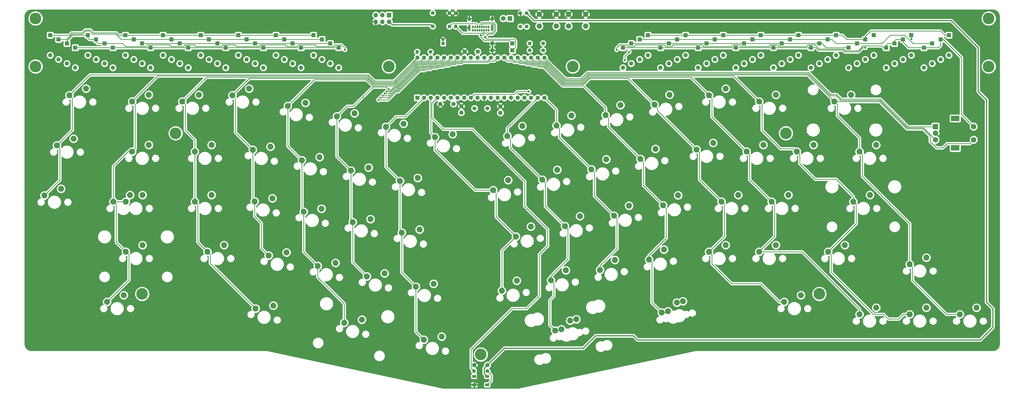
<source format=gbr>
G04 #@! TF.GenerationSoftware,KiCad,Pcbnew,(5.1.6)-1*
G04 #@! TF.CreationDate,2020-09-04T21:54:12-05:00*
G04 #@! TF.ProjectId,keyboard,6b657962-6f61-4726-942e-6b696361645f,rev?*
G04 #@! TF.SameCoordinates,Original*
G04 #@! TF.FileFunction,Copper,L2,Bot*
G04 #@! TF.FilePolarity,Positive*
%FSLAX46Y46*%
G04 Gerber Fmt 4.6, Leading zero omitted, Abs format (unit mm)*
G04 Created by KiCad (PCBNEW (5.1.6)-1) date 2020-09-04 21:54:12*
%MOMM*%
%LPD*%
G01*
G04 APERTURE LIST*
G04 #@! TA.AperFunction,ComponentPad*
%ADD10C,2.250000*%
G04 #@! TD*
G04 #@! TA.AperFunction,ComponentPad*
%ADD11R,1.600000X1.600000*%
G04 #@! TD*
G04 #@! TA.AperFunction,ComponentPad*
%ADD12O,1.600000X1.600000*%
G04 #@! TD*
G04 #@! TA.AperFunction,ComponentPad*
%ADD13C,1.600000*%
G04 #@! TD*
G04 #@! TA.AperFunction,ComponentPad*
%ADD14O,1.400000X1.400000*%
G04 #@! TD*
G04 #@! TA.AperFunction,ComponentPad*
%ADD15C,1.400000*%
G04 #@! TD*
G04 #@! TA.AperFunction,ComponentPad*
%ADD16C,1.500000*%
G04 #@! TD*
G04 #@! TA.AperFunction,ComponentPad*
%ADD17R,2.000000X2.000000*%
G04 #@! TD*
G04 #@! TA.AperFunction,ComponentPad*
%ADD18C,2.000000*%
G04 #@! TD*
G04 #@! TA.AperFunction,ComponentPad*
%ADD19R,3.200000X2.000000*%
G04 #@! TD*
G04 #@! TA.AperFunction,ComponentPad*
%ADD20C,4.400000*%
G04 #@! TD*
G04 #@! TA.AperFunction,SMDPad,CuDef*
%ADD21R,1.500000X1.000000*%
G04 #@! TD*
G04 #@! TA.AperFunction,ComponentPad*
%ADD22C,1.800000*%
G04 #@! TD*
G04 #@! TA.AperFunction,ComponentPad*
%ADD23R,1.800000X1.800000*%
G04 #@! TD*
G04 #@! TA.AperFunction,ComponentPad*
%ADD24O,0.650000X1.000000*%
G04 #@! TD*
G04 #@! TA.AperFunction,ComponentPad*
%ADD25O,0.900000X2.400000*%
G04 #@! TD*
G04 #@! TA.AperFunction,ComponentPad*
%ADD26O,0.900000X1.700000*%
G04 #@! TD*
G04 #@! TA.AperFunction,ComponentPad*
%ADD27R,1.700000X1.700000*%
G04 #@! TD*
G04 #@! TA.AperFunction,ComponentPad*
%ADD28O,1.700000X1.700000*%
G04 #@! TD*
G04 #@! TA.AperFunction,ComponentPad*
%ADD29C,1.200000*%
G04 #@! TD*
G04 #@! TA.AperFunction,ComponentPad*
%ADD30R,1.200000X1.200000*%
G04 #@! TD*
G04 #@! TA.AperFunction,ViaPad*
%ADD31C,0.800000*%
G04 #@! TD*
G04 #@! TA.AperFunction,Conductor*
%ADD32C,0.381000*%
G04 #@! TD*
G04 #@! TA.AperFunction,Conductor*
%ADD33C,0.254000*%
G04 #@! TD*
G04 APERTURE END LIST*
D10*
X209326399Y-128826335D03*
X215009541Y-125021600D03*
D11*
X175133000Y-114300000D03*
D12*
X223393000Y-99060000D03*
X177673000Y-114300000D03*
X220853000Y-99060000D03*
X180213000Y-114300000D03*
X218313000Y-99060000D03*
X182753000Y-114300000D03*
X215773000Y-99060000D03*
X185293000Y-114300000D03*
X213233000Y-99060000D03*
X187833000Y-114300000D03*
X210693000Y-99060000D03*
X190373000Y-114300000D03*
X208153000Y-99060000D03*
X192913000Y-114300000D03*
X205613000Y-99060000D03*
X195453000Y-114300000D03*
X203073000Y-99060000D03*
X197993000Y-114300000D03*
X200533000Y-99060000D03*
X200533000Y-114300000D03*
X197993000Y-99060000D03*
X203073000Y-114300000D03*
X195453000Y-99060000D03*
X205613000Y-114300000D03*
X192913000Y-99060000D03*
X208153000Y-114300000D03*
X190373000Y-99060000D03*
X210693000Y-114300000D03*
X187833000Y-99060000D03*
X213233000Y-114300000D03*
X185293000Y-99060000D03*
X215773000Y-114300000D03*
X182753000Y-99060000D03*
X218313000Y-114300000D03*
X180213000Y-99060000D03*
X220853000Y-114300000D03*
X177673000Y-99060000D03*
X223393000Y-114300000D03*
X175133000Y-99060000D03*
D10*
X163201915Y-125340393D03*
X169941248Y-124176137D03*
D13*
X193120000Y-96742250D03*
X198120000Y-96742250D03*
D12*
X203644500Y-93630750D03*
D11*
X211264500Y-93630750D03*
D14*
X187325000Y-87149000D03*
D15*
X187325000Y-82069000D03*
D14*
X189706250Y-87149000D03*
D15*
X189706250Y-82069000D03*
D13*
X206692500Y-120070250D03*
X206692500Y-117570250D03*
D15*
X180975000Y-82010250D03*
X180975000Y-87110250D03*
D14*
X214312500Y-82137250D03*
D15*
X214312500Y-87217250D03*
D14*
X217805000Y-96234250D03*
D15*
X222885000Y-96234250D03*
D14*
X217805000Y-93599000D03*
D15*
X222885000Y-93599000D03*
D12*
X203644500Y-96234250D03*
D11*
X211264500Y-96234250D03*
D13*
X183912500Y-116681250D03*
X188912500Y-116681250D03*
X191833500Y-117475000D03*
X191833500Y-119975000D03*
D16*
X201739500Y-118332250D03*
X196859500Y-118332250D03*
D17*
X371912500Y-125250000D03*
D18*
X371912500Y-127750000D03*
X371912500Y-130250000D03*
D19*
X379412500Y-122150000D03*
X379412500Y-133350000D03*
D18*
X386412500Y-125250000D03*
X386412500Y-130250000D03*
D10*
X229826412Y-202357649D03*
X235509554Y-198552914D03*
X233181626Y-199061357D03*
X227498484Y-202866092D03*
X154098377Y-198710984D03*
X147359044Y-199875240D03*
D20*
X30162500Y-84137500D03*
X164306250Y-102393750D03*
X199231250Y-211931250D03*
X327818750Y-188912500D03*
X315118750Y-127793750D03*
X392112500Y-84137500D03*
X30162500Y-102393750D03*
X392112500Y-102393750D03*
X234156250Y-102393750D03*
X70643750Y-188912500D03*
X83343750Y-127793750D03*
D10*
X70802500Y-170338750D03*
X64452500Y-172878750D03*
X347027500Y-151288750D03*
X340677500Y-153828750D03*
X181835627Y-129301110D03*
X188574960Y-128136854D03*
D13*
X201723000Y-215995250D03*
X196723000Y-215995250D03*
D10*
X304958750Y-172878750D03*
X311308750Y-170338750D03*
X314483750Y-191928750D03*
X320833750Y-189388750D03*
X319246250Y-134778750D03*
X325596250Y-132238750D03*
X331152500Y-172878750D03*
X337502500Y-170338750D03*
X212589407Y-167083938D03*
X218272549Y-163279203D03*
X227960111Y-124865617D03*
X233643253Y-121060882D03*
D12*
X259556250Y-99695000D03*
D11*
X259556250Y-92075000D03*
D10*
X285908750Y-113347500D03*
X292258750Y-110807500D03*
X203970261Y-149440405D03*
X209653403Y-145635670D03*
X265227534Y-116944182D03*
X270910676Y-113139447D03*
X281146250Y-133985000D03*
X287496250Y-131445000D03*
X343058750Y-134778750D03*
X349408750Y-132238750D03*
X381158750Y-196691250D03*
X387508750Y-194151250D03*
X333533750Y-115728750D03*
X339883750Y-113188750D03*
X132673825Y-116254701D03*
X125934492Y-117418957D03*
X111283750Y-110807500D03*
X104933750Y-113347500D03*
D12*
X116681250Y-102870000D03*
D11*
X116681250Y-95250000D03*
D10*
X95408750Y-172878750D03*
X101758750Y-170338750D03*
X73183750Y-113188750D03*
X66833750Y-115728750D03*
X43021250Y-113347500D03*
X49371250Y-110807500D03*
X64452500Y-153828750D03*
X70802500Y-151288750D03*
D15*
X201771250Y-218281250D03*
D14*
X196691250Y-218281250D03*
D21*
X196776000Y-223488250D03*
X196776000Y-220288250D03*
X201676000Y-223488250D03*
X201676000Y-220288250D03*
D10*
X66833750Y-134778750D03*
X73183750Y-132238750D03*
X38258750Y-132397500D03*
X44608750Y-129857500D03*
X276009554Y-191702914D03*
X270326412Y-195507649D03*
D12*
X127793750Y-101282500D03*
D11*
X127793750Y-93662500D03*
D15*
X216693750Y-82137250D03*
D14*
X216693750Y-87217250D03*
D22*
X207803750Y-84137500D03*
D23*
X210343750Y-84137500D03*
D12*
X370681250Y-101282500D03*
D11*
X370681250Y-93662500D03*
D12*
X373856250Y-99695000D03*
D11*
X373856250Y-92075000D03*
D12*
X367506250Y-102870000D03*
D11*
X367506250Y-95250000D03*
D12*
X359568750Y-99695000D03*
D11*
X359568750Y-92075000D03*
D12*
X356393750Y-101282500D03*
D11*
X356393750Y-93662500D03*
D12*
X353218750Y-102870000D03*
D11*
X353218750Y-95250000D03*
D12*
X56356250Y-101282500D03*
D11*
X56356250Y-93662500D03*
D12*
X53181250Y-99695000D03*
D11*
X53181250Y-92075000D03*
D12*
X50006250Y-98107500D03*
D11*
X50006250Y-90487500D03*
D12*
X42068750Y-101282500D03*
D11*
X42068750Y-93662500D03*
D12*
X377031250Y-98107500D03*
D11*
X377031250Y-90487500D03*
D12*
X342106250Y-101282500D03*
D11*
X342106250Y-93662500D03*
D12*
X330993750Y-99695000D03*
D11*
X330993750Y-92075000D03*
D12*
X316706250Y-99695000D03*
D11*
X316706250Y-92075000D03*
D12*
X302418750Y-99695000D03*
D11*
X302418750Y-92075000D03*
D12*
X288131250Y-99695000D03*
D11*
X288131250Y-92075000D03*
D12*
X273843750Y-99695000D03*
D11*
X273843750Y-92075000D03*
D12*
X142081250Y-101282500D03*
D11*
X142081250Y-93662500D03*
X113506250Y-93662500D03*
D12*
X113506250Y-101282500D03*
X99218750Y-101282500D03*
D11*
X99218750Y-93662500D03*
D12*
X84931250Y-101282500D03*
D11*
X84931250Y-93662500D03*
D12*
X70643750Y-101282500D03*
D11*
X70643750Y-93662500D03*
D12*
X345281250Y-99695000D03*
D11*
X345281250Y-92075000D03*
D12*
X334168750Y-98107500D03*
D11*
X334168750Y-90487500D03*
D12*
X319881250Y-98107500D03*
D11*
X319881250Y-90487500D03*
D12*
X305593750Y-98107500D03*
D11*
X305593750Y-90487500D03*
D12*
X291306250Y-98107500D03*
D11*
X291306250Y-90487500D03*
D12*
X277018750Y-98107500D03*
D11*
X277018750Y-90487500D03*
D12*
X262731250Y-98107500D03*
D11*
X262731250Y-90487500D03*
D12*
X138906250Y-99695000D03*
D11*
X138906250Y-92075000D03*
D12*
X124618750Y-99695000D03*
D11*
X124618750Y-92075000D03*
D12*
X110331250Y-99695000D03*
D11*
X110331250Y-92075000D03*
D12*
X96043750Y-99695000D03*
D11*
X96043750Y-92075000D03*
D12*
X81756250Y-99695000D03*
D11*
X81756250Y-92075000D03*
D12*
X67468750Y-99695000D03*
D11*
X67468750Y-92075000D03*
D12*
X38893750Y-99695000D03*
D11*
X38893750Y-92075000D03*
D12*
X362743750Y-98107500D03*
D11*
X362743750Y-90487500D03*
D12*
X338931250Y-102870000D03*
D11*
X338931250Y-95250000D03*
D12*
X327818750Y-101282500D03*
D11*
X327818750Y-93662500D03*
D12*
X313531250Y-101282500D03*
D11*
X313531250Y-93662500D03*
D12*
X299243750Y-101282500D03*
D11*
X299243750Y-93662500D03*
D12*
X284956250Y-101282500D03*
D11*
X284956250Y-93662500D03*
D12*
X270668750Y-101282500D03*
D11*
X270668750Y-93662500D03*
D12*
X256381250Y-101282500D03*
D11*
X256381250Y-93662500D03*
D12*
X135731250Y-98107500D03*
D11*
X135731250Y-90487500D03*
D12*
X121443750Y-98107500D03*
D11*
X121443750Y-90487500D03*
D12*
X107156250Y-98107500D03*
D11*
X107156250Y-90487500D03*
D12*
X92868750Y-98107500D03*
D11*
X92868750Y-90487500D03*
D12*
X78581250Y-98107500D03*
D11*
X78581250Y-90487500D03*
X64293750Y-90487500D03*
D12*
X64293750Y-98107500D03*
D11*
X35718750Y-90487500D03*
D12*
X35718750Y-98107500D03*
X348456250Y-98107500D03*
D11*
X348456250Y-90487500D03*
D12*
X324643750Y-102870000D03*
D11*
X324643750Y-95250000D03*
D12*
X310356250Y-102870000D03*
D11*
X310356250Y-95250000D03*
D12*
X296068750Y-102870000D03*
D11*
X296068750Y-95250000D03*
D12*
X281781250Y-102870000D03*
D11*
X281781250Y-95250000D03*
D12*
X267493750Y-102870000D03*
D11*
X267493750Y-95250000D03*
D12*
X253206250Y-102870000D03*
D11*
X253206250Y-95250000D03*
D12*
X145256250Y-102870000D03*
D11*
X145256250Y-95250000D03*
D12*
X130968750Y-102870000D03*
D11*
X130968750Y-95250000D03*
D12*
X102393750Y-102870000D03*
D11*
X102393750Y-95250000D03*
D12*
X88106250Y-102870000D03*
D11*
X88106250Y-95250000D03*
D12*
X73818750Y-102870000D03*
D11*
X73818750Y-95250000D03*
D12*
X59531250Y-102870000D03*
D11*
X59531250Y-95250000D03*
D12*
X45243750Y-102870000D03*
D11*
X45243750Y-95250000D03*
D10*
X246593823Y-120904899D03*
X252276965Y-117100164D03*
X144568203Y-121379675D03*
X151307536Y-120215419D03*
X59690000Y-153828750D03*
X66040000Y-151288750D03*
D24*
X200506250Y-88650000D03*
X202206250Y-88650000D03*
X201356250Y-88650000D03*
X199656250Y-88650000D03*
X198806250Y-88650000D03*
X197956250Y-88650000D03*
X197106250Y-88650000D03*
X196256250Y-88650000D03*
X202206250Y-87325000D03*
X201351250Y-87325000D03*
X200501250Y-87325000D03*
X199651250Y-87325000D03*
X198801250Y-87325000D03*
X197951250Y-87325000D03*
X197101250Y-87325000D03*
X196251250Y-87325000D03*
D25*
X203556250Y-87670000D03*
X194906250Y-87670000D03*
D26*
X203556250Y-84290000D03*
X194906250Y-84290000D03*
D18*
X227956250Y-82550000D03*
X227956250Y-87050000D03*
X221456250Y-82550000D03*
X221456250Y-87050000D03*
X239068750Y-82550000D03*
X239068750Y-87050000D03*
X232568750Y-82550000D03*
X232568750Y-87050000D03*
D15*
X180181250Y-96837500D03*
D14*
X175101250Y-96837500D03*
D10*
X362108750Y-196691250D03*
X368458750Y-194151250D03*
X343058750Y-196691250D03*
X349408750Y-194151250D03*
X268001412Y-196002376D03*
X273684554Y-192197641D03*
X177638826Y-206311406D03*
X184378159Y-205147150D03*
X113736603Y-194496793D03*
X120475936Y-193332537D03*
X57308750Y-191928750D03*
X63658750Y-189388750D03*
X362108750Y-177641250D03*
X368458750Y-175101250D03*
X285908750Y-172878750D03*
X292258750Y-170338750D03*
X263134404Y-175815855D03*
X268817546Y-172011120D03*
X244500692Y-179776573D03*
X250183834Y-175971838D03*
X225866980Y-183737291D03*
X231550122Y-179932556D03*
X207233268Y-187698008D03*
X212916410Y-183893273D03*
X174611902Y-186192425D03*
X181351235Y-185028169D03*
X155978190Y-182231707D03*
X162717523Y-181067451D03*
X137344478Y-178270990D03*
X144083811Y-177106734D03*
X118710766Y-174310272D03*
X125450099Y-173146016D03*
X309721250Y-153828750D03*
X316071250Y-151288750D03*
X290671250Y-153828750D03*
X297021250Y-151288750D03*
X268490542Y-155201785D03*
X274173684Y-151397050D03*
X249856830Y-159162502D03*
X255539972Y-155357767D03*
X231223118Y-163123220D03*
X236906260Y-159318485D03*
X169255764Y-165578354D03*
X175995097Y-164414098D03*
X150622052Y-161617637D03*
X157361385Y-160453381D03*
X131988340Y-157656919D03*
X138727673Y-156492663D03*
X113354628Y-153696201D03*
X120093961Y-152531945D03*
X90646250Y-153828750D03*
X96996250Y-151288750D03*
X33496250Y-151447500D03*
X39846250Y-148907500D03*
X300196250Y-134778750D03*
X306546250Y-132238750D03*
X259871396Y-137558252D03*
X265554538Y-133753517D03*
X241237684Y-141518970D03*
X246920826Y-137714235D03*
X222603973Y-145479688D03*
X228287115Y-141674953D03*
X168558053Y-145954463D03*
X175297386Y-144790207D03*
X149924342Y-141993745D03*
X156663675Y-140829489D03*
X131290630Y-138033028D03*
X138029963Y-136868772D03*
X112656918Y-134072310D03*
X119396251Y-132908054D03*
X90646250Y-134778750D03*
X96996250Y-132238750D03*
X304958750Y-115728750D03*
X311308750Y-113188750D03*
X92233750Y-113188750D03*
X85883750Y-115728750D03*
D27*
X164433250Y-82847511D03*
D28*
X164433250Y-85387511D03*
X161893250Y-82847511D03*
X161893250Y-85387511D03*
X159353250Y-82847511D03*
X159353250Y-85387511D03*
D29*
X184943750Y-92162500D03*
D30*
X184943750Y-93662500D03*
D31*
X214630000Y-94869000D03*
X171450000Y-99218750D03*
X159543750Y-115887500D03*
X216693750Y-106362500D03*
X181768750Y-106362500D03*
X192881250Y-87312500D03*
X345281250Y-95250000D03*
X162718750Y-112712500D03*
X362764618Y-92054132D03*
X255587500Y-96837500D03*
X254000000Y-100012500D03*
X160337500Y-115093750D03*
X161131250Y-114300000D03*
X161925000Y-113506250D03*
X147637500Y-96043750D03*
X250825000Y-96043750D03*
X163512500Y-111918750D03*
X217487500Y-111918750D03*
X164306250Y-111125000D03*
X199231250Y-90487500D03*
X200818750Y-91281250D03*
D32*
X197916501Y-217188751D02*
X196723000Y-215995250D01*
X196776000Y-223488250D02*
X197916501Y-222347749D01*
X197916501Y-222347749D02*
X197916501Y-217188751D01*
X200533000Y-114300000D02*
X200533000Y-115601750D01*
X200533000Y-115601750D02*
X201612500Y-116681250D01*
X205803500Y-116681250D02*
X206692500Y-117570250D01*
X201612500Y-116681250D02*
X205803500Y-116681250D01*
X191833500Y-117475000D02*
X192627250Y-116681250D01*
X199453500Y-116681250D02*
X200533000Y-115601750D01*
X192627250Y-116681250D02*
X199453500Y-116681250D01*
X189706250Y-82069000D02*
X192685250Y-82069000D01*
X194906250Y-84290000D02*
X203556250Y-84290000D01*
X192685250Y-82069000D02*
X194906250Y-84290000D01*
X205709000Y-82137250D02*
X203556250Y-84290000D01*
X214312500Y-82137250D02*
X205709000Y-82137250D01*
X201676000Y-220288250D02*
X200533000Y-219145250D01*
X200533000Y-217185250D02*
X201723000Y-215995250D01*
X200533000Y-219145250D02*
X200533000Y-217185250D01*
X238125000Y-209550000D02*
X208168250Y-209550000D01*
X242887500Y-204787500D02*
X238125000Y-209550000D01*
X208168250Y-209550000D02*
X201723000Y-215995250D01*
X257175000Y-204787500D02*
X242887500Y-204787500D01*
X377825000Y-84931250D02*
X388143750Y-95250000D01*
X388143750Y-95250000D02*
X388143750Y-111918750D01*
X388143750Y-111918750D02*
X391318750Y-115093750D01*
X391318750Y-115093750D02*
X391318750Y-192087500D01*
X216693750Y-82137250D02*
X219487750Y-84931250D01*
X219487750Y-84931250D02*
X377825000Y-84931250D01*
X391318750Y-192087500D02*
X393700000Y-194468750D01*
X393700000Y-194468750D02*
X393700000Y-201612500D01*
X393700000Y-201612500D02*
X388937500Y-206375000D01*
X388937500Y-206375000D02*
X258762500Y-206375000D01*
X258762500Y-206375000D02*
X257175000Y-204787500D01*
X164433250Y-85387511D02*
X165564489Y-86518750D01*
X180383500Y-86518750D02*
X180975000Y-87110250D01*
X165564489Y-86518750D02*
X180383500Y-86518750D01*
D33*
X45243750Y-95250000D02*
X59531250Y-95250000D01*
X59531250Y-95250000D02*
X73818750Y-95250000D01*
X74872750Y-95250000D02*
X88106250Y-95250000D01*
X73818750Y-95250000D02*
X74872750Y-95250000D01*
X88106250Y-95250000D02*
X102393750Y-95250000D01*
X102393750Y-95250000D02*
X116681250Y-95250000D01*
X116681250Y-95250000D02*
X130968750Y-95250000D01*
X130968750Y-95250000D02*
X145256250Y-95250000D01*
X267493750Y-95250000D02*
X281781250Y-95250000D01*
X281781250Y-95250000D02*
X296068750Y-95250000D01*
X296068750Y-95250000D02*
X310356250Y-95250000D01*
X310356250Y-95250000D02*
X324643750Y-95250000D01*
X253206250Y-95250000D02*
X254260250Y-95250000D01*
X265906250Y-95250000D02*
X267493750Y-95250000D01*
X254260250Y-95250000D02*
X267493750Y-95250000D01*
X326575582Y-95250000D02*
X324643750Y-95250000D01*
X327483601Y-96158020D02*
X326575582Y-95250000D01*
X344335816Y-95250000D02*
X342754806Y-96831011D01*
X345281250Y-95250000D02*
X344335816Y-95250000D01*
X342754806Y-96831011D02*
X337488945Y-96831011D01*
X336815954Y-96158020D02*
X327483601Y-96158020D01*
X337488945Y-96831011D02*
X336815954Y-96158020D01*
X177343285Y-102600050D02*
X177797295Y-102146040D01*
X182478941Y-101260260D02*
X184376873Y-101260260D01*
X179695228Y-102146040D02*
X180149238Y-101692030D01*
X187205066Y-100330000D02*
X189103000Y-100330000D01*
X189103000Y-100330000D02*
X190373000Y-99060000D01*
X184853123Y-100784010D02*
X186751057Y-100784010D01*
X177797295Y-102146040D02*
X179695228Y-102146040D01*
X180149238Y-101692030D02*
X182047171Y-101692030D01*
X186751057Y-100784010D02*
X187205066Y-100330000D01*
X182047171Y-101692030D02*
X182478941Y-101260260D01*
X184376873Y-101260260D02*
X184853123Y-100784010D01*
X175453769Y-102600050D02*
X177343285Y-102600050D01*
X167379760Y-110674059D02*
X175453769Y-102600050D01*
X164436778Y-112712500D02*
X166475219Y-110674059D01*
X166475219Y-110674059D02*
X167379760Y-110674059D01*
X162718750Y-112712500D02*
X164436778Y-112712500D01*
X135731250Y-90487500D02*
X121443750Y-90487500D01*
X121443750Y-90487500D02*
X107156250Y-90487500D01*
X107156250Y-90487500D02*
X92868750Y-90487500D01*
X92868750Y-90487500D02*
X78581250Y-90487500D01*
X78581250Y-90487500D02*
X64293750Y-90487500D01*
X61760816Y-90487500D02*
X64293750Y-90487500D01*
X60852797Y-89579480D02*
X61760816Y-90487500D01*
X42905617Y-90487500D02*
X43813636Y-89579480D01*
X35718750Y-90487500D02*
X42905617Y-90487500D01*
X256381250Y-93662500D02*
X270668750Y-93662500D01*
X270668750Y-93662500D02*
X284956250Y-93662500D01*
X284956250Y-93662500D02*
X299243750Y-93662500D01*
X313531250Y-93662500D02*
X299243750Y-93662500D01*
X313531250Y-93662500D02*
X327818750Y-93662500D01*
X337877250Y-95250000D02*
X338931250Y-95250000D01*
X330460250Y-95250000D02*
X337877250Y-95250000D01*
X328872750Y-93662500D02*
X330460250Y-95250000D01*
X327818750Y-93662500D02*
X328872750Y-93662500D01*
X362743750Y-90487500D02*
X362743750Y-92033264D01*
X362743750Y-92033264D02*
X362764618Y-92054132D01*
X43813636Y-89579480D02*
X47890954Y-89579480D01*
X50988057Y-88445990D02*
X52121547Y-89579480D01*
X47890954Y-89579480D02*
X49024443Y-88445990D01*
X52121547Y-89579480D02*
X60852797Y-89579480D01*
X49024443Y-88445990D02*
X50988057Y-88445990D01*
X254000000Y-100012500D02*
X254000000Y-98425000D01*
X254000000Y-98425000D02*
X255587500Y-96837500D01*
X183043112Y-102622290D02*
X184941044Y-102622290D01*
X182611342Y-103054060D02*
X183043112Y-102622290D01*
X180713409Y-103054060D02*
X182611342Y-103054060D01*
X180259399Y-103508070D02*
X180713409Y-103054060D01*
X184941044Y-102622290D02*
X185417294Y-102146040D01*
X167039387Y-112036089D02*
X167943930Y-112036089D01*
X176017939Y-103962080D02*
X177907456Y-103962080D01*
X190121180Y-101238020D02*
X192019114Y-101238020D01*
X163981726Y-115093750D02*
X167039387Y-112036089D01*
X167943930Y-112036089D02*
X176017939Y-103962080D01*
X185417294Y-102146040D02*
X187315228Y-102146040D01*
X178361466Y-103508070D02*
X180259399Y-103508070D01*
X177907456Y-103962080D02*
X178361466Y-103508070D01*
X201991057Y-100784010D02*
X202445067Y-100330000D01*
X187315228Y-102146040D02*
X187769238Y-101692030D01*
X187769238Y-101692030D02*
X189291058Y-101692030D01*
X202445067Y-100330000D02*
X204343000Y-100330000D01*
X189291058Y-101692030D02*
X189667172Y-101692028D01*
X189667172Y-101692028D02*
X190121180Y-101238020D01*
X192019114Y-101238020D02*
X192473124Y-100784010D01*
X192473124Y-100784010D02*
X201991057Y-100784010D01*
X204343000Y-100330000D02*
X205613000Y-99060000D01*
X160337500Y-115093750D02*
X163981726Y-115093750D01*
X124618750Y-92075000D02*
X138906250Y-92075000D01*
X110331250Y-92075000D02*
X124618750Y-92075000D01*
X81756250Y-92075000D02*
X96043750Y-92075000D01*
X96043750Y-92075000D02*
X110331250Y-92075000D01*
X81756250Y-92075000D02*
X67468750Y-92075000D01*
X44001693Y-90033490D02*
X48079010Y-90033490D01*
X41960184Y-92075000D02*
X44001693Y-90033490D01*
X38893750Y-92075000D02*
X41960184Y-92075000D01*
X51933490Y-90033490D02*
X60664740Y-90033490D01*
X62706250Y-92075000D02*
X67468750Y-92075000D01*
X48079010Y-90033490D02*
X49212500Y-88900000D01*
X50800000Y-88900000D02*
X51933490Y-90033490D01*
X60664740Y-90033490D02*
X62706250Y-92075000D01*
X262731250Y-90487500D02*
X277018750Y-90487500D01*
X277018750Y-90487500D02*
X291306250Y-90487500D01*
X292360250Y-90487500D02*
X305593750Y-90487500D01*
X291306250Y-90487500D02*
X292360250Y-90487500D01*
X305593750Y-90487500D02*
X319881250Y-90487500D01*
X319881250Y-90487500D02*
X334168750Y-90487500D01*
X345281250Y-92075000D02*
X338137500Y-92075000D01*
X336550000Y-90487500D02*
X334168750Y-90487500D01*
X338137500Y-92075000D02*
X336550000Y-90487500D01*
X345281250Y-91021000D02*
X347402250Y-88900000D01*
X345281250Y-92075000D02*
X345281250Y-91021000D01*
X347402250Y-88900000D02*
X373856250Y-88900000D01*
X375443750Y-90487500D02*
X377031250Y-90487500D01*
X373856250Y-88900000D02*
X375443750Y-90487500D01*
X49212500Y-88900000D02*
X50800000Y-88900000D01*
X184752987Y-102168280D02*
X185229237Y-101692030D01*
X180525352Y-102600050D02*
X182423285Y-102600050D01*
X180071342Y-103054060D02*
X180525352Y-102600050D01*
X178173409Y-103054060D02*
X180071342Y-103054060D01*
X166851331Y-111582079D02*
X167755873Y-111582079D01*
X182423285Y-102600050D02*
X182855055Y-102168280D01*
X167755873Y-111582079D02*
X175829882Y-103508070D01*
X164133410Y-114300000D02*
X166851331Y-111582079D01*
X175829882Y-103508070D02*
X177719399Y-103508070D01*
X182855055Y-102168280D02*
X184752987Y-102168280D01*
X177719399Y-103508070D02*
X178173409Y-103054060D01*
X185229237Y-101692030D02*
X187127171Y-101692030D01*
X187127171Y-101692030D02*
X187581181Y-101238020D01*
X187581181Y-101238020D02*
X189479114Y-101238020D01*
X189479114Y-101238020D02*
X189933122Y-100784010D01*
X192285066Y-100330000D02*
X201803000Y-100330000D01*
X189933122Y-100784010D02*
X191831057Y-100784010D01*
X191831057Y-100784010D02*
X192285066Y-100330000D01*
X201803000Y-100330000D02*
X203073000Y-99060000D01*
X161131250Y-114300000D02*
X164133410Y-114300000D01*
X142081250Y-93662500D02*
X127793750Y-93662500D01*
X113506250Y-93662500D02*
X127793750Y-93662500D01*
X99218750Y-93662500D02*
X113506250Y-93662500D01*
X99218750Y-93662500D02*
X84931250Y-93662500D01*
X84931250Y-93662500D02*
X70643750Y-93662500D01*
X370681250Y-93662500D02*
X363344852Y-93662500D01*
X351631250Y-93662500D02*
X342106250Y-93662500D01*
X354806250Y-90487500D02*
X351631250Y-93662500D01*
X363344852Y-93662500D02*
X360169852Y-90487500D01*
X360169852Y-90487500D02*
X354806250Y-90487500D01*
X259556250Y-92075000D02*
X273843750Y-92075000D01*
X273843750Y-92075000D02*
X288131250Y-92075000D01*
X288131250Y-92075000D02*
X302418750Y-92075000D01*
X330993750Y-92075000D02*
X316706250Y-92075000D01*
X302418750Y-92075000D02*
X316706250Y-92075000D01*
X342106250Y-93662500D02*
X334168750Y-93662500D01*
X332581250Y-92075000D02*
X330993750Y-92075000D01*
X334168750Y-93662500D02*
X332581250Y-92075000D01*
X184564930Y-101714270D02*
X185041180Y-101238020D01*
X167567817Y-111128069D02*
X175641826Y-103054060D01*
X180337295Y-102146040D02*
X182235228Y-102146040D01*
X191643000Y-100330000D02*
X192913000Y-99060000D01*
X182666997Y-101714270D02*
X184564930Y-101714270D01*
X182235228Y-102146040D02*
X182666997Y-101714270D01*
X177531342Y-103054060D02*
X177985351Y-102600050D01*
X185041180Y-101238020D02*
X186939114Y-101238020D01*
X179883285Y-102600050D02*
X180337295Y-102146040D01*
X186939114Y-101238020D02*
X187393123Y-100784010D01*
X175641826Y-103054060D02*
X177531342Y-103054060D01*
X189745066Y-100330000D02*
X191643000Y-100330000D01*
X177985351Y-102600050D02*
X179883285Y-102600050D01*
X187393123Y-100784010D02*
X189291057Y-100784010D01*
X189291057Y-100784010D02*
X189745066Y-100330000D01*
X164285094Y-113506250D02*
X166663275Y-111128069D01*
X166663275Y-111128069D02*
X167567817Y-111128069D01*
X161925000Y-113506250D02*
X164285094Y-113506250D01*
X52127250Y-92075000D02*
X53181250Y-92075000D01*
X50539750Y-92075000D02*
X52127250Y-92075000D01*
X50006250Y-91541500D02*
X50539750Y-92075000D01*
X50006250Y-90487500D02*
X50006250Y-91541500D01*
X55302250Y-93662500D02*
X56356250Y-93662500D01*
X53714750Y-93662500D02*
X55302250Y-93662500D01*
X53181250Y-93129000D02*
X53714750Y-93662500D01*
X53181250Y-92075000D02*
X53181250Y-93129000D01*
X44189750Y-90487500D02*
X48952250Y-90487500D01*
X42068750Y-93662500D02*
X42068750Y-92608500D01*
X48952250Y-90487500D02*
X50006250Y-90487500D01*
X42068750Y-92608500D02*
X44189750Y-90487500D01*
X367506250Y-95250000D02*
X373062500Y-95250000D01*
X373856250Y-94456250D02*
X373856250Y-92075000D01*
X373062500Y-95250000D02*
X373856250Y-94456250D01*
X355339750Y-93662500D02*
X356393750Y-93662500D01*
X353752250Y-93662500D02*
X355339750Y-93662500D01*
X353218750Y-94196000D02*
X353752250Y-93662500D01*
X353218750Y-95250000D02*
X353218750Y-94196000D01*
X356927250Y-92075000D02*
X358514750Y-92075000D01*
X356393750Y-92608500D02*
X356927250Y-92075000D01*
X358514750Y-92075000D02*
X359568750Y-92075000D01*
X356393750Y-93662500D02*
X356393750Y-92608500D01*
X366452250Y-95250000D02*
X367506250Y-95250000D01*
X361689750Y-95250000D02*
X366452250Y-95250000D01*
X359568750Y-93129000D02*
X361689750Y-95250000D01*
X359568750Y-92075000D02*
X359568750Y-93129000D01*
X136858251Y-94789501D02*
X143335499Y-94789501D01*
X129907149Y-94122999D02*
X136191749Y-94122999D01*
X129240647Y-94789501D02*
X129907149Y-94122999D01*
X125079249Y-94122999D02*
X125745751Y-94789501D01*
X114953147Y-94789501D02*
X115619649Y-94122999D01*
X106568751Y-94789501D02*
X114953147Y-94789501D01*
X105902249Y-94122999D02*
X106568751Y-94789501D01*
X101332149Y-94122999D02*
X105902249Y-94122999D01*
X100665647Y-94789501D02*
X101332149Y-94122999D01*
X72090647Y-94789501D02*
X72757149Y-94122999D01*
X81010249Y-94122999D02*
X81676751Y-94789501D01*
X63217788Y-93662500D02*
X64344789Y-94789501D01*
X64344789Y-94789501D02*
X72090647Y-94789501D01*
X125745751Y-94789501D02*
X129240647Y-94789501D01*
X81676751Y-94789501D02*
X86378147Y-94789501D01*
X87044649Y-94122999D02*
X90408249Y-94122999D01*
X115619649Y-94122999D02*
X125079249Y-94122999D01*
X56356250Y-93662500D02*
X63217788Y-93662500D01*
X90408249Y-94122999D02*
X91074751Y-94789501D01*
X72757149Y-94122999D02*
X81010249Y-94122999D01*
X86378147Y-94789501D02*
X87044649Y-94122999D01*
X136191749Y-94122999D02*
X136858251Y-94789501D01*
X91074751Y-94789501D02*
X100665647Y-94789501D01*
X143335499Y-94789501D02*
X144002001Y-94122999D01*
X147637500Y-95442648D02*
X147637500Y-96043750D01*
X144002001Y-94122999D02*
X146317851Y-94122999D01*
X146317851Y-94122999D02*
X147637500Y-95442648D01*
X344420751Y-94522999D02*
X351437749Y-94522999D01*
X258109353Y-94122999D02*
X268940647Y-94122999D01*
X295007149Y-94122999D02*
X297515647Y-94122999D01*
X312469649Y-94789501D02*
X322915647Y-94789501D01*
X327671658Y-95704010D02*
X337004010Y-95704010D01*
X337004010Y-95704010D02*
X337677001Y-96377001D01*
X294340647Y-94789501D02*
X295007149Y-94122999D01*
X352164750Y-95250000D02*
X353218750Y-95250000D01*
X337677001Y-96377001D02*
X342566749Y-96377001D01*
X272396853Y-94122999D02*
X283228147Y-94122999D01*
X269607149Y-94789501D02*
X271730351Y-94789501D01*
X297515647Y-94122999D02*
X298188638Y-94795990D01*
X271730351Y-94789501D02*
X272396853Y-94122999D01*
X283228147Y-94122999D02*
X283894649Y-94789501D01*
X309294649Y-94122999D02*
X311803147Y-94122999D01*
X268940647Y-94122999D02*
X269607149Y-94789501D01*
X322915647Y-94789501D02*
X323582149Y-94122999D01*
X323582149Y-94122999D02*
X326090647Y-94122999D01*
X257442851Y-94789501D02*
X258109353Y-94122999D01*
X342566749Y-96377001D02*
X344420751Y-94522999D01*
X283894649Y-94789501D02*
X294340647Y-94789501D01*
X326090647Y-94122999D02*
X327671658Y-95704010D01*
X255319649Y-94789501D02*
X257442851Y-94789501D01*
X298188638Y-94795990D02*
X308621658Y-94795990D01*
X251952001Y-94122999D02*
X254653147Y-94122999D01*
X308621658Y-94795990D02*
X309294649Y-94122999D01*
X254653147Y-94122999D02*
X255319649Y-94789501D01*
X311803147Y-94122999D02*
X312469649Y-94789501D01*
X250825000Y-95250000D02*
X251952001Y-94122999D01*
X351437749Y-94522999D02*
X352164750Y-95250000D01*
X250825000Y-96043750D02*
X250825000Y-95250000D01*
X381793750Y-120631250D02*
X386412500Y-125250000D01*
X381793750Y-98958500D02*
X381793750Y-120631250D01*
X373856250Y-92075000D02*
X374910250Y-92075000D01*
X374910250Y-92075000D02*
X381793750Y-98958500D01*
X177155228Y-102146040D02*
X177609238Y-101692030D01*
X175265712Y-102146040D02*
X177155228Y-102146040D01*
X179507171Y-101692030D02*
X179961181Y-101238020D01*
X177609238Y-101692030D02*
X179507171Y-101692030D01*
X181859114Y-101238020D02*
X182290884Y-100806250D01*
X179961181Y-101238020D02*
X181859114Y-101238020D01*
X182290884Y-100806250D02*
X184188816Y-100806250D01*
X184188816Y-100806250D02*
X184665066Y-100330000D01*
X186563000Y-100330000D02*
X187833000Y-99060000D01*
X184665066Y-100330000D02*
X186563000Y-100330000D01*
X167191703Y-110220049D02*
X167280876Y-110130876D01*
X167280876Y-110130876D02*
X175265712Y-102146040D01*
X166287163Y-110220049D02*
X167191703Y-110220049D01*
X164588462Y-111918750D02*
X166287163Y-110220049D01*
X163512500Y-111918750D02*
X164588462Y-111918750D01*
X232790069Y-199452914D02*
X233181626Y-199061357D01*
X211963000Y-113030000D02*
X196723000Y-113030000D01*
X213074250Y-111918750D02*
X211963000Y-113030000D01*
X217487500Y-111918750D02*
X213074250Y-111918750D01*
X196723000Y-113030000D02*
X195453000Y-114300000D01*
X39383749Y-131272501D02*
X38258750Y-132397500D01*
X44146249Y-126510001D02*
X39383749Y-131272501D01*
X44146249Y-114472499D02*
X44146249Y-126510001D01*
X43021250Y-113347500D02*
X44146249Y-114472499D01*
X34621249Y-150322501D02*
X33496250Y-151447500D01*
X39383749Y-145560001D02*
X34621249Y-150322501D01*
X39383749Y-133522499D02*
X39383749Y-145560001D01*
X38258750Y-132397500D02*
X39383749Y-133522499D01*
X166243000Y-107950000D02*
X175133000Y-99060000D01*
X158938056Y-107950000D02*
X166243000Y-107950000D01*
X43021250Y-113347500D02*
X50800000Y-105568750D01*
X156556806Y-105568750D02*
X158938056Y-107950000D01*
X50800000Y-105568750D02*
X156556806Y-105568750D01*
X59690000Y-153828750D02*
X64452500Y-153828750D01*
X63327501Y-171753751D02*
X64452500Y-172878750D01*
X60814999Y-169241249D02*
X63327501Y-171753751D01*
X60814999Y-154953749D02*
X60814999Y-169241249D01*
X59690000Y-153828750D02*
X60814999Y-154953749D01*
X65577499Y-183660001D02*
X58433749Y-190803751D01*
X65577499Y-174003749D02*
X65577499Y-183660001D01*
X58433749Y-190803751D02*
X57308750Y-191928750D01*
X64452500Y-172878750D02*
X65577499Y-174003749D01*
X67958749Y-133653751D02*
X66833750Y-134778750D01*
X67958749Y-116853749D02*
X67958749Y-133653751D01*
X66833750Y-115728750D02*
X67958749Y-116853749D01*
X59690000Y-152237760D02*
X59690000Y-153828750D01*
X59690000Y-140331510D02*
X59690000Y-152237760D01*
X65242760Y-134778750D02*
X59690000Y-140331510D01*
X66833750Y-134778750D02*
X65242760Y-134778750D01*
X174505067Y-100330000D02*
X176403000Y-100330000D01*
X176403000Y-100330000D02*
X177673000Y-99060000D01*
X66833750Y-115728750D02*
X76539740Y-106022760D01*
X156368750Y-106022759D02*
X158749999Y-108404010D01*
X158749999Y-108404010D02*
X166431057Y-108404010D01*
X76539740Y-106022760D02*
X156368750Y-106022759D01*
X166431057Y-108404010D02*
X174505067Y-100330000D01*
X90646250Y-134778750D02*
X90646250Y-153828750D01*
X94283751Y-171753751D02*
X95408750Y-172878750D01*
X91771249Y-154953749D02*
X91771249Y-169241249D01*
X91771249Y-169241249D02*
X94283751Y-171753751D01*
X90646250Y-153828750D02*
X91771249Y-154953749D01*
X112611604Y-193371794D02*
X113736603Y-194496793D01*
X96533749Y-174003749D02*
X96533749Y-177293939D01*
X96533749Y-177293939D02*
X112611604Y-193371794D01*
X95408750Y-172878750D02*
X96533749Y-174003749D01*
X87008749Y-116853749D02*
X87008749Y-126696249D01*
X85883750Y-115728750D02*
X87008749Y-116853749D01*
X90646250Y-130333750D02*
X90646250Y-134778750D01*
X87008749Y-126696249D02*
X90646250Y-130333750D01*
X178943000Y-100330000D02*
X180213000Y-99060000D01*
X177045066Y-100330000D02*
X178943000Y-100330000D01*
X176591057Y-100784010D02*
X177045066Y-100330000D01*
X174693123Y-100784010D02*
X176591057Y-100784010D01*
X95135730Y-106476770D02*
X156180695Y-106476770D01*
X85883750Y-115728750D02*
X95135730Y-106476770D01*
X166619114Y-108858019D02*
X174693123Y-100784010D01*
X156180695Y-106476770D02*
X158561943Y-108858019D01*
X158561943Y-108858019D02*
X166619114Y-108858019D01*
X111531919Y-132947311D02*
X112656918Y-134072310D01*
X106058749Y-127474141D02*
X111531919Y-132947311D01*
X106058749Y-114472499D02*
X106058749Y-127474141D01*
X104933750Y-113347500D02*
X106058749Y-114472499D01*
X112656918Y-152998491D02*
X113354628Y-153696201D01*
X112656918Y-134072310D02*
X112656918Y-152998491D01*
X113354628Y-153696201D02*
X113354628Y-159392128D01*
X113354628Y-159392128D02*
X115887500Y-161925000D01*
X115887500Y-171487006D02*
X118710766Y-174310272D01*
X115887500Y-161925000D02*
X115887500Y-171487006D01*
X181483000Y-100330000D02*
X182753000Y-99060000D01*
X179131057Y-100784010D02*
X179585066Y-100330000D01*
X177233124Y-100784010D02*
X179131057Y-100784010D01*
X179585066Y-100330000D02*
X181483000Y-100330000D01*
X176779114Y-101238020D02*
X177233124Y-100784010D01*
X111350470Y-106930780D02*
X155992640Y-106930781D01*
X166815589Y-109312031D02*
X174889600Y-101238020D01*
X174889600Y-101238020D02*
X176779114Y-101238020D01*
X155992640Y-106930781D02*
X158373890Y-109312031D01*
X104933750Y-113347500D02*
X111350470Y-106930780D01*
X158373890Y-109312031D02*
X166815589Y-109312031D01*
X125934492Y-132676890D02*
X131290630Y-138033028D01*
X125934492Y-117418957D02*
X125934492Y-132676890D01*
X131290630Y-156959209D02*
X131988340Y-157656919D01*
X131290630Y-138033028D02*
X131290630Y-156959209D01*
X131988340Y-172914852D02*
X137344478Y-178270990D01*
X131988340Y-157656919D02*
X131988340Y-172914852D01*
X137344478Y-178270990D02*
X137344478Y-182588228D01*
X147359044Y-192602794D02*
X147359044Y-199875240D01*
X137344478Y-182588228D02*
X147359044Y-192602794D01*
X184023000Y-100330000D02*
X185293000Y-99060000D01*
X182125066Y-100330000D02*
X184023000Y-100330000D01*
X158185833Y-109766041D02*
X167003646Y-109766040D01*
X181671057Y-100784010D02*
X182125066Y-100330000D01*
X125934492Y-117418957D02*
X135968659Y-107384790D01*
X167003646Y-109766040D02*
X175077656Y-101692030D01*
X155804583Y-107384790D02*
X158185833Y-109766041D01*
X175077656Y-101692030D02*
X176967171Y-101692030D01*
X176967171Y-101692030D02*
X177421181Y-101238020D01*
X177421181Y-101238020D02*
X179319114Y-101238020D01*
X179319114Y-101238020D02*
X179773124Y-100784010D01*
X135968659Y-107384790D02*
X155804583Y-107384790D01*
X179773124Y-100784010D02*
X181671057Y-100784010D01*
X144568203Y-136637606D02*
X149924342Y-141993745D01*
X144568203Y-121379675D02*
X144568203Y-136637606D01*
X149924342Y-160919927D02*
X150622052Y-161617637D01*
X149924342Y-141993745D02*
X149924342Y-160919927D01*
X150622052Y-176875569D02*
X155978190Y-182231707D01*
X150622052Y-161617637D02*
X150622052Y-176875569D01*
X144568203Y-121379675D02*
X144568203Y-120544297D01*
X144568203Y-121379675D02*
X148472878Y-117475000D01*
X148472878Y-117475000D02*
X150812500Y-117475000D01*
X150812500Y-117475000D02*
X158226200Y-110220050D01*
X158226200Y-110220050D02*
X163401300Y-110220050D01*
X163401300Y-110220050D02*
X164306250Y-111125000D01*
X174611902Y-203284482D02*
X177638826Y-206311406D01*
X174611902Y-186192425D02*
X174611902Y-203284482D01*
X169255764Y-180836287D02*
X174611902Y-186192425D01*
X169255764Y-165578354D02*
X169255764Y-180836287D01*
X168558053Y-164880643D02*
X169255764Y-165578354D01*
X168558053Y-145954463D02*
X168558053Y-164880643D01*
X163201915Y-140598325D02*
X168558053Y-145954463D01*
X163201915Y-125340393D02*
X163201915Y-140598325D01*
X163201915Y-125340393D02*
X167098558Y-121443750D01*
X170529250Y-121443750D02*
X177673000Y-114300000D01*
X167098558Y-121443750D02*
X170529250Y-121443750D01*
X205095260Y-150565404D02*
X203970261Y-149440405D01*
X205095260Y-159589791D02*
X205095260Y-150565404D01*
X212589407Y-167083938D02*
X205095260Y-159589791D01*
X207233268Y-172440077D02*
X212589407Y-167083938D01*
X207233268Y-187698008D02*
X207233268Y-172440077D01*
X180213000Y-127678484D02*
X180254758Y-127720242D01*
X181835627Y-129301110D02*
X180254758Y-127720242D01*
X180213000Y-114300000D02*
X180213000Y-127678484D01*
X181835627Y-134210627D02*
X181835627Y-129301110D01*
X197065405Y-149440405D02*
X203970261Y-149440405D01*
X181835627Y-134210627D02*
X197065405Y-149440405D01*
X223728972Y-155629074D02*
X223728972Y-146604687D01*
X223728972Y-146604687D02*
X222603973Y-145479688D01*
X231223118Y-163123220D02*
X223728972Y-155629074D01*
X210451398Y-133327113D02*
X221478974Y-144354689D01*
X221478974Y-144354689D02*
X222603973Y-145479688D01*
X210451398Y-129951334D02*
X210451398Y-133327113D01*
X209326399Y-128826335D02*
X210451398Y-129951334D01*
X225866980Y-182146301D02*
X225866980Y-183737291D01*
X232348117Y-175665164D02*
X225866980Y-182146301D01*
X232348117Y-164248219D02*
X232348117Y-175665164D01*
X231223118Y-163123220D02*
X232348117Y-164248219D01*
X227106927Y-203257649D02*
X227498484Y-202866092D01*
X229317969Y-202866092D02*
X229826412Y-202357649D01*
X227498484Y-202866092D02*
X229317969Y-202866092D01*
X226991979Y-184862290D02*
X226991979Y-189726771D01*
X225866980Y-183737291D02*
X226991979Y-184862290D01*
X226991979Y-189726771D02*
X225425000Y-191293750D01*
X225425000Y-200792608D02*
X227498484Y-202866092D01*
X225425000Y-191293750D02*
X225425000Y-200792608D01*
X209326399Y-125826601D02*
X209326399Y-128826335D01*
X220853000Y-114300000D02*
X209326399Y-125826601D01*
X244500692Y-178185583D02*
X244500692Y-179776573D01*
X250981829Y-171704446D02*
X244500692Y-178185583D01*
X250981829Y-160287501D02*
X250981829Y-171704446D01*
X249856830Y-159162502D02*
X250981829Y-160287501D01*
X248731831Y-158037503D02*
X249856830Y-159162502D01*
X242362683Y-151668355D02*
X248731831Y-158037503D01*
X242362683Y-142643969D02*
X242362683Y-151668355D01*
X241237684Y-141518970D02*
X242362683Y-142643969D01*
X240112685Y-140393971D02*
X241237684Y-141518970D01*
X229085110Y-125990616D02*
X229085110Y-129366396D01*
X229085110Y-129366396D02*
X240112685Y-140393971D01*
X227960111Y-124865617D02*
X229085110Y-125990616D01*
X227100617Y-124865617D02*
X227960111Y-124865617D01*
X223393000Y-114300000D02*
X223837500Y-114300000D01*
X227960111Y-118867111D02*
X223393000Y-114300000D01*
X227960111Y-124865617D02*
X227960111Y-118867111D01*
X247718822Y-125405678D02*
X258746397Y-136433253D01*
X247718822Y-122029898D02*
X247718822Y-125405678D01*
X258746397Y-136433253D02*
X259871396Y-137558252D01*
X246593823Y-120904899D02*
X247718822Y-122029898D01*
X260996395Y-138683251D02*
X260996395Y-147707638D01*
X267365543Y-154076786D02*
X268490542Y-155201785D01*
X260996395Y-147707638D02*
X267365543Y-154076786D01*
X259871396Y-137558252D02*
X260996395Y-138683251D01*
X263134404Y-174224865D02*
X263134404Y-175815855D01*
X269615541Y-167743728D02*
X263134404Y-174224865D01*
X269615541Y-156326784D02*
X269615541Y-167743728D01*
X268490542Y-155201785D02*
X269615541Y-156326784D01*
X264259403Y-176940854D02*
X263134404Y-175815855D01*
X264259403Y-192260367D02*
X264259403Y-176940854D01*
X268001412Y-196002376D02*
X264259403Y-192260367D01*
X269831685Y-196002376D02*
X270326412Y-195507649D01*
X268001412Y-196002376D02*
X269831685Y-196002376D01*
X209423000Y-100330000D02*
X208153000Y-99060000D01*
X211320934Y-100330000D02*
X209423000Y-100330000D01*
X211774943Y-100784010D02*
X211320934Y-100330000D01*
X213672876Y-100784010D02*
X211774943Y-100784010D01*
X214126886Y-101238020D02*
X213672876Y-100784010D01*
X230246638Y-109766037D02*
X223080651Y-102600050D01*
X218376762Y-101692030D02*
X216478829Y-101692030D01*
X221182715Y-102600050D02*
X220728706Y-102146040D01*
X238290040Y-109766040D02*
X230855023Y-109766040D01*
X230855023Y-109766040D02*
X230246638Y-109766037D01*
X246593823Y-120904899D02*
X246593823Y-118069823D01*
X216024820Y-101238020D02*
X214126886Y-101238020D01*
X223080651Y-102600050D02*
X221182715Y-102600050D01*
X220728706Y-102146040D02*
X218830772Y-102146040D01*
X218830772Y-102146040D02*
X218376762Y-101692030D01*
X246593823Y-118069823D02*
X238290040Y-109766040D01*
X216478829Y-101692030D02*
X216024820Y-101238020D01*
X210893010Y-99260010D02*
X210693000Y-99060000D01*
X280021251Y-132860001D02*
X281146250Y-133985000D01*
X266352533Y-118069181D02*
X266352533Y-119191283D01*
X266352533Y-119191283D02*
X280021251Y-132860001D01*
X265227534Y-116944182D02*
X266352533Y-118069181D01*
X289546251Y-152703751D02*
X290671250Y-153828750D01*
X282271249Y-135109999D02*
X282271249Y-145428749D01*
X282271249Y-145428749D02*
X289546251Y-152703751D01*
X281146250Y-133985000D02*
X282271249Y-135109999D01*
X291796249Y-166991251D02*
X287033749Y-171753751D01*
X291796249Y-154953749D02*
X291796249Y-166991251D01*
X287033749Y-171753751D02*
X285908750Y-172878750D01*
X290671250Y-153828750D02*
X291796249Y-154953749D01*
X287033749Y-174003749D02*
X287033749Y-177496249D01*
X285908750Y-172878750D02*
X287033749Y-174003749D01*
X287033749Y-177496249D02*
X294481250Y-184943750D01*
X294481250Y-184943750D02*
X305593750Y-184943750D01*
X312578750Y-191928750D02*
X314483750Y-191928750D01*
X305593750Y-184943750D02*
X312578750Y-191928750D01*
X214314943Y-100784010D02*
X213860933Y-100330000D01*
X216212876Y-100784010D02*
X214314943Y-100784010D01*
X211963000Y-100330000D02*
X210693000Y-99060000D01*
X216666886Y-101238020D02*
X216212876Y-100784010D01*
X230666970Y-109312030D02*
X230434695Y-109312028D01*
X223268707Y-102146040D02*
X221370772Y-102146040D01*
X240652784Y-106930780D02*
X238271535Y-109312030D01*
X219018829Y-101692030D02*
X218564819Y-101238020D01*
X218564819Y-101238020D02*
X216666886Y-101238020D01*
X265227534Y-116944182D02*
X255214132Y-106930780D01*
X255214132Y-106930780D02*
X240652784Y-106930780D01*
X238271535Y-109312030D02*
X230666970Y-109312030D01*
X221370772Y-102146040D02*
X220916762Y-101692030D01*
X213860933Y-100330000D02*
X211963000Y-100330000D01*
X230434695Y-109312028D02*
X223268707Y-102146040D01*
X220916762Y-101692030D02*
X219018829Y-101692030D01*
X310846249Y-166991251D02*
X306083749Y-171753751D01*
X310846249Y-154953749D02*
X310846249Y-166991251D01*
X306083749Y-171753751D02*
X304958750Y-172878750D01*
X309721250Y-153828750D02*
X310846249Y-154953749D01*
X308596251Y-152703751D02*
X309721250Y-153828750D01*
X301321249Y-145428749D02*
X308596251Y-152703751D01*
X301321249Y-135903749D02*
X301321249Y-145428749D01*
X300196250Y-134778750D02*
X301321249Y-135903749D01*
X299071251Y-133653751D02*
X300196250Y-134778750D01*
X287033749Y-121616249D02*
X299071251Y-133653751D01*
X287033749Y-114472499D02*
X287033749Y-121616249D01*
X285908750Y-113347500D02*
X287033749Y-114472499D01*
X343058750Y-194627500D02*
X343058750Y-196691250D01*
X304958750Y-172878750D02*
X321310000Y-172878750D01*
X321310000Y-172878750D02*
X343058750Y-194627500D01*
X214503000Y-100330000D02*
X213233000Y-99060000D01*
X216400933Y-100330000D02*
X214503000Y-100330000D01*
X240464728Y-106476770D02*
X238083478Y-108858020D01*
X218752876Y-100784010D02*
X216854943Y-100784010D01*
X230622752Y-108858019D02*
X223456763Y-101692030D01*
X238083478Y-108858020D02*
X230622752Y-108858019D01*
X221558829Y-101692030D02*
X221104819Y-101238020D01*
X221104819Y-101238020D02*
X219206886Y-101238020D01*
X285908750Y-113347500D02*
X279038020Y-106476770D01*
X279038020Y-106476770D02*
X240464728Y-106476770D01*
X223456763Y-101692030D02*
X221558829Y-101692030D01*
X219206886Y-101238020D02*
X218752876Y-100784010D01*
X216854943Y-100784010D02*
X216400933Y-100330000D01*
X331152500Y-172878750D02*
X341312500Y-162718750D01*
X341802499Y-154953749D02*
X341802499Y-162228751D01*
X340677500Y-153828750D02*
X341802499Y-154953749D01*
X341802499Y-162228751D02*
X341312500Y-162718750D01*
X340677500Y-151765000D02*
X340677500Y-153828750D01*
X320371249Y-135903749D02*
X320371249Y-139396249D01*
X319246250Y-134778750D02*
X320371249Y-135903749D01*
X326231250Y-145256250D02*
X334168750Y-145256250D01*
X320371249Y-139396249D02*
X326231250Y-145256250D01*
X334168750Y-145256250D02*
X340677500Y-151765000D01*
X332277499Y-174003749D02*
X332277499Y-180671249D01*
X331152500Y-172878750D02*
X332277499Y-174003749D01*
X332277499Y-180671249D02*
X348297500Y-196691250D01*
X348297500Y-196691250D02*
X352266250Y-196691250D01*
X352266250Y-196691250D02*
X354012500Y-198437500D01*
X354012500Y-198437500D02*
X357981250Y-198437500D01*
X359727500Y-196691250D02*
X362108750Y-196691250D01*
X357981250Y-198437500D02*
X359727500Y-196691250D01*
X306083749Y-116853749D02*
X304958750Y-115728750D01*
X306083749Y-126696249D02*
X306083749Y-116853749D01*
X319246250Y-134778750D02*
X318121251Y-133653751D01*
X313041251Y-133653751D02*
X306083749Y-126696249D01*
X318121251Y-133653751D02*
X313041251Y-133653751D01*
X221292876Y-100784010D02*
X219394943Y-100784010D01*
X218940934Y-100330000D02*
X217043000Y-100330000D01*
X295252760Y-106022760D02*
X240276671Y-106022760D01*
X221746886Y-101238020D02*
X221292876Y-100784010D01*
X237895421Y-108404010D02*
X230810809Y-108404010D01*
X219394943Y-100784010D02*
X218940934Y-100330000D01*
X223644819Y-101238020D02*
X221746886Y-101238020D01*
X230810809Y-108404010D02*
X223644819Y-101238020D01*
X304958750Y-115728750D02*
X295252760Y-106022760D01*
X217043000Y-100330000D02*
X215773000Y-99060000D01*
X240276671Y-106022760D02*
X237895421Y-108404010D01*
X333533750Y-115728750D02*
X334658749Y-116853749D01*
X344183749Y-135903749D02*
X344183749Y-144158749D01*
X343058750Y-134778750D02*
X344183749Y-135903749D01*
X362108750Y-162083750D02*
X362108750Y-177641250D01*
X344183749Y-144158749D02*
X362108750Y-162083750D01*
X363233749Y-178766249D02*
X363233749Y-183846249D01*
X362108750Y-177641250D02*
X363233749Y-178766249D01*
X376078750Y-196691250D02*
X381158750Y-196691250D01*
X363233749Y-183846249D02*
X376078750Y-196691250D01*
X334658749Y-116853749D02*
X334658749Y-121139999D01*
X343058750Y-129540000D02*
X343058750Y-134778750D01*
X334658749Y-121139999D02*
X343058750Y-129540000D01*
X350649445Y-115728750D02*
X361078713Y-126158019D01*
X333533750Y-115728750D02*
X350649445Y-115728750D01*
X361078713Y-126158019D02*
X361108019Y-126158019D01*
X384900000Y-131762500D02*
X386412500Y-130250000D01*
X221934943Y-100784010D02*
X221480934Y-100330000D01*
X323373750Y-105568750D02*
X240088614Y-105568750D01*
X333533750Y-115728750D02*
X323373750Y-105568750D01*
X219583000Y-100330000D02*
X218313000Y-99060000D01*
X240088614Y-105568750D02*
X237707364Y-107950000D01*
X237707364Y-107950000D02*
X230998866Y-107950000D01*
X221480934Y-100330000D02*
X219583000Y-100330000D01*
X223832876Y-100784010D02*
X221934943Y-100784010D01*
X230998866Y-107950000D02*
X223832876Y-100784010D01*
X369887500Y-130968750D02*
X372268750Y-133350000D01*
X372268750Y-133350000D02*
X374650000Y-133350000D01*
X361078713Y-126158019D02*
X367178453Y-126158019D01*
X369887500Y-128867066D02*
X369887500Y-130968750D01*
X367178453Y-126158019D02*
X369887500Y-128867066D01*
X374650000Y-133350000D02*
X376237500Y-131762500D01*
X376237500Y-131762500D02*
X384900000Y-131762500D01*
X200506250Y-88650000D02*
X200506250Y-89212500D01*
X200506250Y-89212500D02*
X199979750Y-89739000D01*
X192296250Y-89739000D02*
X189706250Y-87149000D01*
X199979750Y-89739000D02*
X192296250Y-89739000D01*
X188352001Y-86121999D02*
X187325000Y-87149000D01*
X197502249Y-86121999D02*
X188352001Y-86121999D01*
X197951250Y-86571000D02*
X197502249Y-86121999D01*
X197951250Y-87325000D02*
X197951250Y-86571000D01*
X200079260Y-86142990D02*
X199651250Y-86571000D01*
X199651250Y-86571000D02*
X199651250Y-87325000D01*
X203878098Y-86142990D02*
X200079260Y-86142990D01*
X204333260Y-88741848D02*
X204333260Y-86598152D01*
X204333260Y-86598152D02*
X203878098Y-86142990D01*
X204333260Y-88741848D02*
X203457200Y-89617908D01*
X199873317Y-90487500D02*
X199231250Y-90487500D01*
X200742909Y-89617908D02*
X199873317Y-90487500D01*
X203457200Y-89617908D02*
X200742909Y-89617908D01*
X210137499Y-92503749D02*
X211264500Y-93630750D01*
X199231250Y-91053185D02*
X200681814Y-92503749D01*
X200681814Y-92503749D02*
X210137499Y-92503749D01*
X199231250Y-90487500D02*
X199231250Y-91053185D01*
X200818750Y-91281250D02*
X201587239Y-92049739D01*
X212391501Y-95107249D02*
X211264500Y-96234250D01*
X212391501Y-92569149D02*
X212391501Y-95107249D01*
X211872091Y-92049739D02*
X212391501Y-92569149D01*
X201587239Y-92049739D02*
X211872091Y-92049739D01*
X203645257Y-90071918D02*
X202028082Y-90071918D01*
X202028082Y-90071918D02*
X200818750Y-91281250D01*
X204787269Y-88929905D02*
X203645257Y-90071918D01*
X199683270Y-85688980D02*
X204066155Y-85688980D01*
X198801250Y-87325000D02*
X198801250Y-86571000D01*
X198801250Y-86571000D02*
X199683270Y-85688980D01*
X204787270Y-86410095D02*
X204787269Y-88929905D01*
X204066155Y-85688980D02*
X204787270Y-86410095D01*
X201771250Y-218281250D02*
X203200000Y-219710000D01*
X203200000Y-221964250D02*
X201676000Y-223488250D01*
X203200000Y-219710000D02*
X203200000Y-221964250D01*
X195595999Y-217185999D02*
X196691250Y-218281250D01*
X195595999Y-210010251D02*
X195595999Y-217185999D01*
X216693750Y-194468750D02*
X211137500Y-194468750D01*
X184943750Y-126206250D02*
X196056250Y-126206250D01*
X224631250Y-170656250D02*
X221456250Y-173831250D01*
X180667010Y-121929510D02*
X184943750Y-126206250D01*
X182753000Y-114300000D02*
X180667010Y-116385990D01*
X224631250Y-164306250D02*
X224631250Y-170656250D01*
X196056250Y-126206250D02*
X215900000Y-146050000D01*
X211137500Y-194468750D02*
X195595999Y-210010251D01*
X221456250Y-173831250D02*
X221456250Y-189706250D01*
X180667010Y-116385990D02*
X180667010Y-121929510D01*
X215900000Y-146050000D02*
X215900000Y-155575000D01*
X215900000Y-155575000D02*
X224631250Y-164306250D01*
X221456250Y-189706250D02*
X216693750Y-194468750D01*
X231374980Y-107041980D02*
X223393000Y-99060000D01*
X323749864Y-104660730D02*
X239712500Y-104660730D01*
X332141372Y-113052240D02*
X323749864Y-104660730D01*
X237331250Y-107041980D02*
X231374980Y-107041980D01*
X361454827Y-125250000D02*
X351025557Y-114820730D01*
X371912500Y-125250000D02*
X361454827Y-125250000D01*
X239712500Y-104660730D02*
X237331250Y-107041980D01*
X351025557Y-114820730D02*
X336125296Y-114820730D01*
X336125296Y-114820730D02*
X334356807Y-113052240D01*
X334356807Y-113052240D02*
X332141372Y-113052240D01*
X222123000Y-100330000D02*
X220853000Y-99060000D01*
X224020933Y-100330000D02*
X222123000Y-100330000D01*
X335937240Y-115274740D02*
X334168750Y-113506250D01*
X361266770Y-125704009D02*
X350837500Y-115274740D01*
X334168750Y-113506250D02*
X331953316Y-113506250D01*
X323561807Y-105114740D02*
X239900557Y-105114740D01*
X367366509Y-125704009D02*
X361266770Y-125704009D01*
X371912500Y-130250000D02*
X367366509Y-125704009D01*
X331953316Y-113506250D02*
X323561807Y-105114740D01*
X239900557Y-105114740D02*
X237519307Y-107495990D01*
X350837500Y-115274740D02*
X335937240Y-115274740D01*
X237519307Y-107495990D02*
X231186923Y-107495990D01*
X231186923Y-107495990D02*
X224020933Y-100330000D01*
G36*
X180123987Y-80973288D02*
G01*
X179938038Y-81159237D01*
X179791939Y-81377891D01*
X179691304Y-81620845D01*
X179640000Y-81878764D01*
X179640000Y-82141736D01*
X179691304Y-82399655D01*
X179791939Y-82642609D01*
X179938038Y-82861263D01*
X180123987Y-83047212D01*
X180342641Y-83193311D01*
X180585595Y-83293946D01*
X180843514Y-83345250D01*
X181106486Y-83345250D01*
X181364405Y-83293946D01*
X181607359Y-83193311D01*
X181826013Y-83047212D01*
X181882956Y-82990269D01*
X186583336Y-82990269D01*
X186642797Y-83224037D01*
X186881242Y-83334934D01*
X187136740Y-83397183D01*
X187399473Y-83408390D01*
X187659344Y-83368125D01*
X187906366Y-83277935D01*
X188007203Y-83224037D01*
X188066664Y-82990269D01*
X188964586Y-82990269D01*
X189024047Y-83224037D01*
X189262492Y-83334934D01*
X189517990Y-83397183D01*
X189780723Y-83408390D01*
X190040594Y-83368125D01*
X190287616Y-83277935D01*
X190388453Y-83224037D01*
X190447914Y-82990269D01*
X189706250Y-82248605D01*
X188964586Y-82990269D01*
X188066664Y-82990269D01*
X187325000Y-82248605D01*
X186583336Y-82990269D01*
X181882956Y-82990269D01*
X182011962Y-82861263D01*
X182158061Y-82642609D01*
X182258696Y-82399655D01*
X182309654Y-82143473D01*
X185985610Y-82143473D01*
X186025875Y-82403344D01*
X186116065Y-82650366D01*
X186169963Y-82751203D01*
X186403731Y-82810664D01*
X187145395Y-82069000D01*
X187504605Y-82069000D01*
X188246269Y-82810664D01*
X188480037Y-82751203D01*
X188513153Y-82679998D01*
X188551213Y-82751203D01*
X188784981Y-82810664D01*
X189526645Y-82069000D01*
X189885855Y-82069000D01*
X190627519Y-82810664D01*
X190861287Y-82751203D01*
X190972184Y-82512758D01*
X190982460Y-82470580D01*
X213019778Y-82470580D01*
X213109647Y-82716373D01*
X213245741Y-82939910D01*
X213422830Y-83132601D01*
X213634108Y-83287042D01*
X213871456Y-83397297D01*
X213979171Y-83429966D01*
X214185500Y-83306624D01*
X214185500Y-82264250D01*
X213142299Y-82264250D01*
X213019778Y-82470580D01*
X190982460Y-82470580D01*
X191034433Y-82257260D01*
X191045640Y-81994527D01*
X191005375Y-81734656D01*
X190915185Y-81487634D01*
X190861287Y-81386797D01*
X190627519Y-81327336D01*
X189885855Y-82069000D01*
X189526645Y-82069000D01*
X188784981Y-81327336D01*
X188551213Y-81386797D01*
X188518097Y-81458002D01*
X188480037Y-81386797D01*
X188246269Y-81327336D01*
X187504605Y-82069000D01*
X187145395Y-82069000D01*
X186403731Y-81327336D01*
X186169963Y-81386797D01*
X186059066Y-81625242D01*
X185996817Y-81880740D01*
X185985610Y-82143473D01*
X182309654Y-82143473D01*
X182310000Y-82141736D01*
X182310000Y-81878764D01*
X182258696Y-81620845D01*
X182158061Y-81377891D01*
X182011962Y-81159237D01*
X181826013Y-80973288D01*
X181609695Y-80828750D01*
X186829403Y-80828750D01*
X186743634Y-80860065D01*
X186642797Y-80913963D01*
X186583336Y-81147731D01*
X187325000Y-81889395D01*
X188066664Y-81147731D01*
X188007203Y-80913963D01*
X187823982Y-80828750D01*
X189210653Y-80828750D01*
X189124884Y-80860065D01*
X189024047Y-80913963D01*
X188964586Y-81147731D01*
X189706250Y-81889395D01*
X190447914Y-81147731D01*
X190388453Y-80913963D01*
X190205232Y-80828750D01*
X214185498Y-80828750D01*
X214185498Y-80967875D01*
X213979171Y-80844534D01*
X213871456Y-80877203D01*
X213634108Y-80987458D01*
X213422830Y-81141899D01*
X213245741Y-81334590D01*
X213109647Y-81558127D01*
X213019778Y-81803920D01*
X213142299Y-82010250D01*
X214185500Y-82010250D01*
X214185500Y-81990250D01*
X214439500Y-81990250D01*
X214439500Y-82010250D01*
X214459500Y-82010250D01*
X214459500Y-82264250D01*
X214439500Y-82264250D01*
X214439500Y-83306624D01*
X214645829Y-83429966D01*
X214753544Y-83397297D01*
X214990892Y-83287042D01*
X215202170Y-83132601D01*
X215379259Y-82939910D01*
X215499455Y-82742487D01*
X215510689Y-82769609D01*
X215656788Y-82988263D01*
X215842737Y-83174212D01*
X216061391Y-83320311D01*
X216304345Y-83420946D01*
X216562264Y-83472250D01*
X216825236Y-83472250D01*
X216855331Y-83466264D01*
X218875361Y-85486295D01*
X218901209Y-85517791D01*
X218932705Y-85543639D01*
X218932708Y-85543642D01*
X219026907Y-85620949D01*
X219123352Y-85672500D01*
X219170316Y-85697603D01*
X219325924Y-85744806D01*
X219447197Y-85756750D01*
X219447199Y-85756750D01*
X219487750Y-85760744D01*
X219528300Y-85756750D01*
X220448814Y-85756750D01*
X220413998Y-85780013D01*
X220186263Y-86007748D01*
X220007332Y-86275537D01*
X219884082Y-86573088D01*
X219821250Y-86888967D01*
X219821250Y-87211033D01*
X219884082Y-87526912D01*
X220007332Y-87824463D01*
X220186263Y-88092252D01*
X220413998Y-88319987D01*
X220681787Y-88498918D01*
X220979338Y-88622168D01*
X221295217Y-88685000D01*
X221617283Y-88685000D01*
X221933162Y-88622168D01*
X222230713Y-88498918D01*
X222498502Y-88319987D01*
X222726237Y-88092252D01*
X222905168Y-87824463D01*
X223028418Y-87526912D01*
X223091250Y-87211033D01*
X223091250Y-86888967D01*
X223028418Y-86573088D01*
X222905168Y-86275537D01*
X222726237Y-86007748D01*
X222498502Y-85780013D01*
X222463686Y-85756750D01*
X226948814Y-85756750D01*
X226913998Y-85780013D01*
X226686263Y-86007748D01*
X226507332Y-86275537D01*
X226384082Y-86573088D01*
X226321250Y-86888967D01*
X226321250Y-87211033D01*
X226384082Y-87526912D01*
X226507332Y-87824463D01*
X226686263Y-88092252D01*
X226913998Y-88319987D01*
X227181787Y-88498918D01*
X227479338Y-88622168D01*
X227795217Y-88685000D01*
X228117283Y-88685000D01*
X228433162Y-88622168D01*
X228730713Y-88498918D01*
X228998502Y-88319987D01*
X229226237Y-88092252D01*
X229405168Y-87824463D01*
X229528418Y-87526912D01*
X229591250Y-87211033D01*
X229591250Y-86888967D01*
X229528418Y-86573088D01*
X229405168Y-86275537D01*
X229226237Y-86007748D01*
X228998502Y-85780013D01*
X228963686Y-85756750D01*
X231561314Y-85756750D01*
X231526498Y-85780013D01*
X231298763Y-86007748D01*
X231119832Y-86275537D01*
X230996582Y-86573088D01*
X230933750Y-86888967D01*
X230933750Y-87211033D01*
X230996582Y-87526912D01*
X231119832Y-87824463D01*
X231298763Y-88092252D01*
X231526498Y-88319987D01*
X231794287Y-88498918D01*
X232091838Y-88622168D01*
X232407717Y-88685000D01*
X232729783Y-88685000D01*
X233045662Y-88622168D01*
X233343213Y-88498918D01*
X233611002Y-88319987D01*
X233838737Y-88092252D01*
X234017668Y-87824463D01*
X234140918Y-87526912D01*
X234203750Y-87211033D01*
X234203750Y-86888967D01*
X234140918Y-86573088D01*
X234017668Y-86275537D01*
X233838737Y-86007748D01*
X233611002Y-85780013D01*
X233576186Y-85756750D01*
X238061314Y-85756750D01*
X238026498Y-85780013D01*
X237798763Y-86007748D01*
X237619832Y-86275537D01*
X237496582Y-86573088D01*
X237433750Y-86888967D01*
X237433750Y-87211033D01*
X237496582Y-87526912D01*
X237619832Y-87824463D01*
X237798763Y-88092252D01*
X238026498Y-88319987D01*
X238294287Y-88498918D01*
X238591838Y-88622168D01*
X238907717Y-88685000D01*
X239229783Y-88685000D01*
X239545662Y-88622168D01*
X239843213Y-88498918D01*
X240111002Y-88319987D01*
X240338737Y-88092252D01*
X240517668Y-87824463D01*
X240640918Y-87526912D01*
X240703750Y-87211033D01*
X240703750Y-86888967D01*
X240640918Y-86573088D01*
X240517668Y-86275537D01*
X240338737Y-86007748D01*
X240111002Y-85780013D01*
X240076186Y-85756750D01*
X377483068Y-85756750D01*
X387318250Y-95591933D01*
X387318251Y-111878189D01*
X387314256Y-111918750D01*
X387330195Y-112080576D01*
X387377397Y-112236183D01*
X387454051Y-112379592D01*
X387486791Y-112419485D01*
X387557210Y-112505291D01*
X387588711Y-112531143D01*
X390493250Y-115435683D01*
X390493251Y-192046939D01*
X390489256Y-192087500D01*
X390505195Y-192249326D01*
X390552397Y-192404933D01*
X390629051Y-192548342D01*
X390676459Y-192606108D01*
X390732210Y-192674041D01*
X390763711Y-192699893D01*
X392874500Y-194810683D01*
X392874501Y-201270566D01*
X388595568Y-205549500D01*
X259104433Y-205549500D01*
X257787398Y-204232466D01*
X257761541Y-204200959D01*
X257635842Y-204097801D01*
X257492434Y-204021147D01*
X257336826Y-203973944D01*
X257215553Y-203962000D01*
X257215550Y-203962000D01*
X257175000Y-203958006D01*
X257134450Y-203962000D01*
X242928050Y-203962000D01*
X242887499Y-203958006D01*
X242846949Y-203962000D01*
X242846947Y-203962000D01*
X242725674Y-203973944D01*
X242611356Y-204008622D01*
X242570066Y-204021147D01*
X242426657Y-204097801D01*
X242370825Y-204143622D01*
X242300959Y-204200959D01*
X242275107Y-204232460D01*
X237783068Y-208724500D01*
X208208800Y-208724500D01*
X208168250Y-208720506D01*
X208127699Y-208724500D01*
X208127697Y-208724500D01*
X208006424Y-208736444D01*
X207888674Y-208772163D01*
X207850816Y-208783647D01*
X207707407Y-208860301D01*
X207677224Y-208885072D01*
X207581709Y-208963459D01*
X207555858Y-208994959D01*
X201969624Y-214581194D01*
X201864335Y-214560250D01*
X201581665Y-214560250D01*
X201304426Y-214615397D01*
X201043273Y-214723570D01*
X200808241Y-214880613D01*
X200608363Y-215080491D01*
X200451320Y-215315523D01*
X200343147Y-215576676D01*
X200288000Y-215853915D01*
X200288000Y-216136585D01*
X200308944Y-216241874D01*
X199977961Y-216572857D01*
X199946460Y-216598709D01*
X199904863Y-216649396D01*
X199843301Y-216724408D01*
X199766647Y-216867817D01*
X199719445Y-217023424D01*
X199703506Y-217185250D01*
X199707501Y-217225810D01*
X199707500Y-219104699D01*
X199703506Y-219145250D01*
X199707500Y-219185800D01*
X199707500Y-219185802D01*
X199719444Y-219307075D01*
X199752785Y-219416985D01*
X199766647Y-219462683D01*
X199843301Y-219606092D01*
X199851638Y-219616250D01*
X199946459Y-219731791D01*
X199977966Y-219757648D01*
X200287928Y-220067610D01*
X200287928Y-220788250D01*
X200300188Y-220912732D01*
X200336498Y-221032430D01*
X200395463Y-221142744D01*
X200474815Y-221239435D01*
X200571506Y-221318787D01*
X200681820Y-221377752D01*
X200801518Y-221414062D01*
X200926000Y-221426322D01*
X202426000Y-221426322D01*
X202438001Y-221425140D01*
X202438001Y-221648618D01*
X201736442Y-222350178D01*
X200926000Y-222350178D01*
X200801518Y-222362438D01*
X200681820Y-222398748D01*
X200571506Y-222457713D01*
X200474815Y-222537065D01*
X200395463Y-222633756D01*
X200336498Y-222744070D01*
X200300188Y-222863768D01*
X200287928Y-222988250D01*
X200287928Y-223988250D01*
X200300188Y-224112732D01*
X200336498Y-224232430D01*
X200395463Y-224342744D01*
X200474815Y-224439435D01*
X200571506Y-224518787D01*
X200681820Y-224577752D01*
X200801518Y-224614062D01*
X200926000Y-224626322D01*
X202426000Y-224626322D01*
X202550482Y-224614062D01*
X202670180Y-224577752D01*
X202780494Y-224518787D01*
X202877185Y-224439435D01*
X202956537Y-224342744D01*
X203015502Y-224232430D01*
X203051812Y-224112732D01*
X203064072Y-223988250D01*
X203064072Y-223177809D01*
X203712352Y-222529529D01*
X203741422Y-222505672D01*
X203836645Y-222389642D01*
X203907402Y-222257265D01*
X203950974Y-222113628D01*
X203962000Y-222001676D01*
X203962000Y-222001674D01*
X203965686Y-221964251D01*
X203962000Y-221926828D01*
X203962000Y-219747423D01*
X203965686Y-219710000D01*
X203962000Y-219672574D01*
X203950974Y-219560622D01*
X203907402Y-219416985D01*
X203854607Y-219318212D01*
X203836645Y-219284607D01*
X203801857Y-219242219D01*
X203741422Y-219168578D01*
X203712347Y-219144717D01*
X203085364Y-218517734D01*
X203106250Y-218412736D01*
X203106250Y-218149764D01*
X203054946Y-217891845D01*
X202954311Y-217648891D01*
X202808212Y-217430237D01*
X202622263Y-217244288D01*
X202529438Y-217182265D01*
X202637759Y-217109887D01*
X202837637Y-216910009D01*
X202994680Y-216674977D01*
X203102853Y-216413824D01*
X203158000Y-216136585D01*
X203158000Y-215853915D01*
X203137056Y-215748626D01*
X205232072Y-213653610D01*
X219400515Y-213653610D01*
X219400515Y-214078896D01*
X219483485Y-214496010D01*
X219646234Y-214888923D01*
X219882511Y-215242535D01*
X220183233Y-215543257D01*
X220536845Y-215779534D01*
X220929758Y-215942283D01*
X221346872Y-216025253D01*
X221772158Y-216025253D01*
X222189272Y-215942283D01*
X222582185Y-215779534D01*
X222935797Y-215543257D01*
X223107445Y-215371609D01*
X223257686Y-215433840D01*
X223674800Y-215516810D01*
X224100086Y-215516810D01*
X224517200Y-215433840D01*
X224910113Y-215271091D01*
X225263725Y-215034814D01*
X225564447Y-214734092D01*
X225800724Y-214380480D01*
X225963473Y-213987567D01*
X226046443Y-213570453D01*
X226046443Y-213145167D01*
X225963473Y-212728053D01*
X225800724Y-212335140D01*
X225564447Y-211981528D01*
X225263725Y-211680806D01*
X224910113Y-211444529D01*
X224517200Y-211281780D01*
X224100086Y-211198810D01*
X223674800Y-211198810D01*
X223257686Y-211281780D01*
X222864773Y-211444529D01*
X222511161Y-211680806D01*
X222339513Y-211852454D01*
X222189272Y-211790223D01*
X221772158Y-211707253D01*
X221346872Y-211707253D01*
X220929758Y-211790223D01*
X220536845Y-211952972D01*
X220183233Y-212189249D01*
X219882511Y-212489971D01*
X219646234Y-212843583D01*
X219483485Y-213236496D01*
X219400515Y-213653610D01*
X205232072Y-213653610D01*
X208510183Y-210375500D01*
X238084450Y-210375500D01*
X238125000Y-210379494D01*
X238165550Y-210375500D01*
X238165553Y-210375500D01*
X238286826Y-210363556D01*
X238442434Y-210316353D01*
X238585842Y-210239699D01*
X238711541Y-210136541D01*
X238737398Y-210105034D01*
X240139720Y-208702712D01*
X242692655Y-208702712D01*
X242692655Y-209127998D01*
X242775625Y-209545112D01*
X242938374Y-209938025D01*
X243174651Y-210291637D01*
X243475373Y-210592359D01*
X243828985Y-210828636D01*
X244221898Y-210991385D01*
X244639012Y-211074355D01*
X245064298Y-211074355D01*
X245481412Y-210991385D01*
X245874325Y-210828636D01*
X246227937Y-210592359D01*
X246399585Y-210420711D01*
X246549826Y-210482942D01*
X246966940Y-210565912D01*
X247392226Y-210565912D01*
X247809340Y-210482942D01*
X248202253Y-210320193D01*
X248555865Y-210083916D01*
X248856587Y-209783194D01*
X249092864Y-209429582D01*
X249255613Y-209036669D01*
X249338583Y-208619555D01*
X249338583Y-208194269D01*
X249255613Y-207777155D01*
X249092864Y-207384242D01*
X248856587Y-207030630D01*
X248555865Y-206729908D01*
X248202253Y-206493631D01*
X247809340Y-206330882D01*
X247392226Y-206247912D01*
X246966940Y-206247912D01*
X246549826Y-206330882D01*
X246156913Y-206493631D01*
X245803301Y-206729908D01*
X245631653Y-206901556D01*
X245481412Y-206839325D01*
X245064298Y-206756355D01*
X244639012Y-206756355D01*
X244221898Y-206839325D01*
X243828985Y-207002074D01*
X243475373Y-207238351D01*
X243174651Y-207539073D01*
X242938374Y-207892685D01*
X242775625Y-208285598D01*
X242692655Y-208702712D01*
X240139720Y-208702712D01*
X243229433Y-205613000D01*
X256833068Y-205613000D01*
X258150106Y-206930039D01*
X258175959Y-206961541D01*
X258225349Y-207002074D01*
X258301657Y-207064699D01*
X258413787Y-207124634D01*
X258445066Y-207141353D01*
X258600674Y-207188556D01*
X258721947Y-207200500D01*
X258721949Y-207200500D01*
X258762499Y-207204494D01*
X258803050Y-207200500D01*
X388896950Y-207200500D01*
X388937500Y-207204494D01*
X388978050Y-207200500D01*
X388978053Y-207200500D01*
X389099326Y-207188556D01*
X389254934Y-207141353D01*
X389398342Y-207064699D01*
X389524041Y-206961541D01*
X389549898Y-206930034D01*
X394255040Y-202224893D01*
X394286541Y-202199041D01*
X394355414Y-202115119D01*
X394389699Y-202073343D01*
X394466353Y-201929934D01*
X394473423Y-201906627D01*
X394513556Y-201774326D01*
X394525500Y-201653053D01*
X394525500Y-201653051D01*
X394529494Y-201612501D01*
X394525500Y-201571950D01*
X394525500Y-194509300D01*
X394529494Y-194468749D01*
X394525500Y-194428197D01*
X394513556Y-194306924D01*
X394466353Y-194151316D01*
X394408648Y-194043358D01*
X394389699Y-194007907D01*
X394339177Y-193946346D01*
X394286541Y-193882209D01*
X394255041Y-193856358D01*
X392144250Y-191745568D01*
X392144250Y-115134300D01*
X392148244Y-115093749D01*
X392141113Y-115021348D01*
X392132306Y-114931924D01*
X392085103Y-114776316D01*
X392070204Y-114748442D01*
X392008449Y-114632907D01*
X391939880Y-114549356D01*
X391905291Y-114507209D01*
X391873791Y-114481358D01*
X388969250Y-111576818D01*
X388969250Y-102114527D01*
X389277500Y-102114527D01*
X389277500Y-102672973D01*
X389386448Y-103220689D01*
X389600156Y-103736626D01*
X389910412Y-104200957D01*
X390305293Y-104595838D01*
X390769624Y-104906094D01*
X391285561Y-105119802D01*
X391833277Y-105228750D01*
X392391723Y-105228750D01*
X392939439Y-105119802D01*
X393455376Y-104906094D01*
X393919707Y-104595838D01*
X394314588Y-104200957D01*
X394624844Y-103736626D01*
X394838552Y-103220689D01*
X394947500Y-102672973D01*
X394947500Y-102114527D01*
X394838552Y-101566811D01*
X394624844Y-101050874D01*
X394314588Y-100586543D01*
X393919707Y-100191662D01*
X393455376Y-99881406D01*
X392939439Y-99667698D01*
X392391723Y-99558750D01*
X391833277Y-99558750D01*
X391285561Y-99667698D01*
X390769624Y-99881406D01*
X390305293Y-100191662D01*
X389910412Y-100586543D01*
X389600156Y-101050874D01*
X389386448Y-101566811D01*
X389277500Y-102114527D01*
X388969250Y-102114527D01*
X388969250Y-95290550D01*
X388973244Y-95249999D01*
X388967498Y-95191658D01*
X388957306Y-95088174D01*
X388910103Y-94932566D01*
X388846853Y-94814234D01*
X388833449Y-94789157D01*
X388756141Y-94694958D01*
X388730291Y-94663459D01*
X388698791Y-94637608D01*
X378437398Y-84376216D01*
X378411541Y-84344709D01*
X378285842Y-84241551D01*
X378142434Y-84164897D01*
X377986826Y-84117694D01*
X377865553Y-84105750D01*
X377865550Y-84105750D01*
X377825000Y-84101756D01*
X377784450Y-84105750D01*
X239572609Y-84105750D01*
X239754838Y-84042795D01*
X239928794Y-83949814D01*
X239961947Y-83858277D01*
X389277500Y-83858277D01*
X389277500Y-84416723D01*
X389386448Y-84964439D01*
X389600156Y-85480376D01*
X389910412Y-85944707D01*
X390305293Y-86339588D01*
X390769624Y-86649844D01*
X391285561Y-86863552D01*
X391833277Y-86972500D01*
X392391723Y-86972500D01*
X392939439Y-86863552D01*
X393455376Y-86649844D01*
X393919707Y-86339588D01*
X394314588Y-85944707D01*
X394624844Y-85480376D01*
X394838552Y-84964439D01*
X394947500Y-84416723D01*
X394947500Y-83858277D01*
X394838552Y-83310561D01*
X394624844Y-82794624D01*
X394314588Y-82330293D01*
X393919707Y-81935412D01*
X393455376Y-81625156D01*
X392939439Y-81411448D01*
X392391723Y-81302500D01*
X391833277Y-81302500D01*
X391285561Y-81411448D01*
X390769624Y-81625156D01*
X390305293Y-81935412D01*
X389910412Y-82330293D01*
X389600156Y-82794624D01*
X389386448Y-83310561D01*
X389277500Y-83858277D01*
X239961947Y-83858277D01*
X240024558Y-83685413D01*
X239068750Y-82729605D01*
X238112942Y-83685413D01*
X238208706Y-83949814D01*
X238498321Y-84090704D01*
X238555708Y-84105750D01*
X233072609Y-84105750D01*
X233254838Y-84042795D01*
X233428794Y-83949814D01*
X233524558Y-83685413D01*
X232568750Y-82729605D01*
X231612942Y-83685413D01*
X231708706Y-83949814D01*
X231998321Y-84090704D01*
X232055708Y-84105750D01*
X228460109Y-84105750D01*
X228642338Y-84042795D01*
X228816294Y-83949814D01*
X228912058Y-83685413D01*
X227956250Y-82729605D01*
X227000442Y-83685413D01*
X227096206Y-83949814D01*
X227385821Y-84090704D01*
X227443208Y-84105750D01*
X221960109Y-84105750D01*
X222142338Y-84042795D01*
X222316294Y-83949814D01*
X222412058Y-83685413D01*
X221456250Y-82729605D01*
X220500442Y-83685413D01*
X220596206Y-83949814D01*
X220885821Y-84090704D01*
X220943208Y-84105750D01*
X219829684Y-84105750D01*
X218336529Y-82612595D01*
X219814532Y-82612595D01*
X219858289Y-82931675D01*
X219963455Y-83236088D01*
X220056436Y-83410044D01*
X220320837Y-83505808D01*
X221276645Y-82550000D01*
X221635855Y-82550000D01*
X222591663Y-83505808D01*
X222856064Y-83410044D01*
X222996954Y-83120429D01*
X223078634Y-82808892D01*
X223090439Y-82612595D01*
X226314532Y-82612595D01*
X226358289Y-82931675D01*
X226463455Y-83236088D01*
X226556436Y-83410044D01*
X226820837Y-83505808D01*
X227776645Y-82550000D01*
X228135855Y-82550000D01*
X229091663Y-83505808D01*
X229356064Y-83410044D01*
X229496954Y-83120429D01*
X229578634Y-82808892D01*
X229590439Y-82612595D01*
X230927032Y-82612595D01*
X230970789Y-82931675D01*
X231075955Y-83236088D01*
X231168936Y-83410044D01*
X231433337Y-83505808D01*
X232389145Y-82550000D01*
X232748355Y-82550000D01*
X233704163Y-83505808D01*
X233968564Y-83410044D01*
X234109454Y-83120429D01*
X234191134Y-82808892D01*
X234202939Y-82612595D01*
X237427032Y-82612595D01*
X237470789Y-82931675D01*
X237575955Y-83236088D01*
X237668936Y-83410044D01*
X237933337Y-83505808D01*
X238889145Y-82550000D01*
X239248355Y-82550000D01*
X240204163Y-83505808D01*
X240468564Y-83410044D01*
X240609454Y-83120429D01*
X240691134Y-82808892D01*
X240710468Y-82487405D01*
X240666711Y-82168325D01*
X240561545Y-81863912D01*
X240468564Y-81689956D01*
X240204163Y-81594192D01*
X239248355Y-82550000D01*
X238889145Y-82550000D01*
X237933337Y-81594192D01*
X237668936Y-81689956D01*
X237528046Y-81979571D01*
X237446366Y-82291108D01*
X237427032Y-82612595D01*
X234202939Y-82612595D01*
X234210468Y-82487405D01*
X234166711Y-82168325D01*
X234061545Y-81863912D01*
X233968564Y-81689956D01*
X233704163Y-81594192D01*
X232748355Y-82550000D01*
X232389145Y-82550000D01*
X231433337Y-81594192D01*
X231168936Y-81689956D01*
X231028046Y-81979571D01*
X230946366Y-82291108D01*
X230927032Y-82612595D01*
X229590439Y-82612595D01*
X229597968Y-82487405D01*
X229554211Y-82168325D01*
X229449045Y-81863912D01*
X229356064Y-81689956D01*
X229091663Y-81594192D01*
X228135855Y-82550000D01*
X227776645Y-82550000D01*
X226820837Y-81594192D01*
X226556436Y-81689956D01*
X226415546Y-81979571D01*
X226333866Y-82291108D01*
X226314532Y-82612595D01*
X223090439Y-82612595D01*
X223097968Y-82487405D01*
X223054211Y-82168325D01*
X222949045Y-81863912D01*
X222856064Y-81689956D01*
X222591663Y-81594192D01*
X221635855Y-82550000D01*
X221276645Y-82550000D01*
X220320837Y-81594192D01*
X220056436Y-81689956D01*
X219915546Y-81979571D01*
X219833866Y-82291108D01*
X219814532Y-82612595D01*
X218336529Y-82612595D01*
X218022764Y-82298831D01*
X218028750Y-82268736D01*
X218028750Y-82005764D01*
X217977446Y-81747845D01*
X217876811Y-81504891D01*
X217816473Y-81414587D01*
X220500442Y-81414587D01*
X221456250Y-82370395D01*
X222412058Y-81414587D01*
X227000442Y-81414587D01*
X227956250Y-82370395D01*
X228912058Y-81414587D01*
X231612942Y-81414587D01*
X232568750Y-82370395D01*
X233524558Y-81414587D01*
X238112942Y-81414587D01*
X239068750Y-82370395D01*
X240024558Y-81414587D01*
X239928794Y-81150186D01*
X239639179Y-81009296D01*
X239327642Y-80927616D01*
X239006155Y-80908282D01*
X238687075Y-80952039D01*
X238382662Y-81057205D01*
X238208706Y-81150186D01*
X238112942Y-81414587D01*
X233524558Y-81414587D01*
X233428794Y-81150186D01*
X233139179Y-81009296D01*
X232827642Y-80927616D01*
X232506155Y-80908282D01*
X232187075Y-80952039D01*
X231882662Y-81057205D01*
X231708706Y-81150186D01*
X231612942Y-81414587D01*
X228912058Y-81414587D01*
X228816294Y-81150186D01*
X228526679Y-81009296D01*
X228215142Y-80927616D01*
X227893655Y-80908282D01*
X227574575Y-80952039D01*
X227270162Y-81057205D01*
X227096206Y-81150186D01*
X227000442Y-81414587D01*
X222412058Y-81414587D01*
X222316294Y-81150186D01*
X222026679Y-81009296D01*
X221715142Y-80927616D01*
X221393655Y-80908282D01*
X221074575Y-80952039D01*
X220770162Y-81057205D01*
X220596206Y-81150186D01*
X220500442Y-81414587D01*
X217816473Y-81414587D01*
X217730712Y-81286237D01*
X217544763Y-81100288D01*
X217326109Y-80954189D01*
X217083155Y-80853554D01*
X216958459Y-80828750D01*
X393667722Y-80828750D01*
X394187884Y-80879752D01*
X394657188Y-81021444D01*
X395090025Y-81251587D01*
X395469927Y-81561428D01*
X395782403Y-81939147D01*
X396015569Y-82370377D01*
X396160532Y-82838678D01*
X396215000Y-83356903D01*
X396215001Y-207930212D01*
X396163998Y-208450383D01*
X396022307Y-208919686D01*
X395792161Y-209352528D01*
X395482323Y-209732427D01*
X395104600Y-210044906D01*
X394673373Y-210278069D01*
X394205073Y-210423032D01*
X393686847Y-210477500D01*
X281015832Y-210477500D01*
X280979321Y-210474358D01*
X280918800Y-210481073D01*
X280858117Y-210487050D01*
X280823037Y-210497692D01*
X213449639Y-224765000D01*
X185013222Y-224765000D01*
X181364223Y-223988250D01*
X195387928Y-223988250D01*
X195400188Y-224112732D01*
X195436498Y-224232430D01*
X195495463Y-224342744D01*
X195574815Y-224439435D01*
X195671506Y-224518787D01*
X195781820Y-224577752D01*
X195901518Y-224614062D01*
X196026000Y-224626322D01*
X196490250Y-224623250D01*
X196649000Y-224464500D01*
X196649000Y-223615250D01*
X196903000Y-223615250D01*
X196903000Y-224464500D01*
X197061750Y-224623250D01*
X197526000Y-224626322D01*
X197650482Y-224614062D01*
X197770180Y-224577752D01*
X197880494Y-224518787D01*
X197977185Y-224439435D01*
X198056537Y-224342744D01*
X198115502Y-224232430D01*
X198151812Y-224112732D01*
X198164072Y-223988250D01*
X198161000Y-223774000D01*
X198002250Y-223615250D01*
X196903000Y-223615250D01*
X196649000Y-223615250D01*
X195549750Y-223615250D01*
X195391000Y-223774000D01*
X195387928Y-223988250D01*
X181364223Y-223988250D01*
X176666445Y-222988250D01*
X195387928Y-222988250D01*
X195391000Y-223202500D01*
X195549750Y-223361250D01*
X196649000Y-223361250D01*
X196649000Y-222512000D01*
X196903000Y-222512000D01*
X196903000Y-223361250D01*
X198002250Y-223361250D01*
X198161000Y-223202500D01*
X198164072Y-222988250D01*
X198151812Y-222863768D01*
X198115502Y-222744070D01*
X198056537Y-222633756D01*
X197977185Y-222537065D01*
X197880494Y-222457713D01*
X197770180Y-222398748D01*
X197650482Y-222362438D01*
X197526000Y-222350178D01*
X197061750Y-222353250D01*
X196903000Y-222512000D01*
X196649000Y-222512000D01*
X196490250Y-222353250D01*
X196026000Y-222350178D01*
X195901518Y-222362438D01*
X195781820Y-222398748D01*
X195671506Y-222457713D01*
X195574815Y-222537065D01*
X195495463Y-222633756D01*
X195436498Y-222744070D01*
X195400188Y-222863768D01*
X195387928Y-222988250D01*
X176666445Y-222988250D01*
X126206646Y-212247045D01*
X158592498Y-212247045D01*
X158592498Y-212672331D01*
X158675468Y-213089445D01*
X158838217Y-213482358D01*
X159074494Y-213835970D01*
X159375216Y-214136692D01*
X159728828Y-214372969D01*
X160121741Y-214535718D01*
X160538855Y-214618688D01*
X160964141Y-214618688D01*
X161381255Y-214535718D01*
X161774168Y-214372969D01*
X162127780Y-214136692D01*
X162428502Y-213835970D01*
X162664779Y-213482358D01*
X162827528Y-213089445D01*
X162910498Y-212672331D01*
X162910498Y-212247045D01*
X162827528Y-211829931D01*
X162664779Y-211437018D01*
X162428502Y-211083406D01*
X162127780Y-210782684D01*
X161774168Y-210546407D01*
X161381255Y-210383658D01*
X160964141Y-210300688D01*
X160538855Y-210300688D01*
X160121741Y-210383658D01*
X159728828Y-210546407D01*
X159375216Y-210782684D01*
X159074494Y-211083406D01*
X158838217Y-211437018D01*
X158675468Y-211829931D01*
X158592498Y-212247045D01*
X126206646Y-212247045D01*
X117989047Y-210497793D01*
X117953633Y-210487050D01*
X117893296Y-210481107D01*
X117833127Y-210474367D01*
X117796265Y-210477500D01*
X28607278Y-210477500D01*
X28087117Y-210426498D01*
X27617814Y-210284807D01*
X27184972Y-210054661D01*
X26805073Y-209744823D01*
X26492594Y-209367100D01*
X26259431Y-208935873D01*
X26114468Y-208467573D01*
X26060000Y-207949347D01*
X26060000Y-207296147D01*
X135300358Y-207296147D01*
X135300358Y-207721433D01*
X135383328Y-208138547D01*
X135546077Y-208531460D01*
X135782354Y-208885072D01*
X136083076Y-209185794D01*
X136436688Y-209422071D01*
X136829601Y-209584820D01*
X137246715Y-209667790D01*
X137672001Y-209667790D01*
X138089115Y-209584820D01*
X138482028Y-209422071D01*
X138835640Y-209185794D01*
X139136362Y-208885072D01*
X139372639Y-208531460D01*
X139535388Y-208138547D01*
X139618358Y-207721433D01*
X139618358Y-207296147D01*
X139535388Y-206879033D01*
X139372639Y-206486120D01*
X139136362Y-206132508D01*
X138835640Y-205831786D01*
X138482028Y-205595509D01*
X138089115Y-205432760D01*
X137672001Y-205349790D01*
X137246715Y-205349790D01*
X136829601Y-205432760D01*
X136436688Y-205595509D01*
X136083076Y-205831786D01*
X135782354Y-206132508D01*
X135546077Y-206486120D01*
X135383328Y-206879033D01*
X135300358Y-207296147D01*
X26060000Y-207296147D01*
X26060000Y-182191107D01*
X54197250Y-182191107D01*
X54197250Y-182616393D01*
X54280220Y-183033507D01*
X54442969Y-183426420D01*
X54679246Y-183780032D01*
X54979968Y-184080754D01*
X55333580Y-184317031D01*
X55726493Y-184479780D01*
X56143607Y-184562750D01*
X56568893Y-184562750D01*
X56986007Y-184479780D01*
X57378920Y-184317031D01*
X57732532Y-184080754D01*
X58033254Y-183780032D01*
X58269531Y-183426420D01*
X58432280Y-183033507D01*
X58515250Y-182616393D01*
X58515250Y-182191107D01*
X58432280Y-181773993D01*
X58269531Y-181381080D01*
X58033254Y-181027468D01*
X57732532Y-180726746D01*
X57378920Y-180490469D01*
X56986007Y-180327720D01*
X56568893Y-180244750D01*
X56143607Y-180244750D01*
X55726493Y-180327720D01*
X55333580Y-180490469D01*
X54979968Y-180726746D01*
X54679246Y-181027468D01*
X54442969Y-181381080D01*
X54280220Y-181773993D01*
X54197250Y-182191107D01*
X26060000Y-182191107D01*
X26060000Y-166904826D01*
X53727350Y-166904826D01*
X53727350Y-167422674D01*
X53828377Y-167930572D01*
X54026549Y-168409001D01*
X54314250Y-168839576D01*
X54680424Y-169205750D01*
X55110999Y-169493451D01*
X55589428Y-169691623D01*
X56097326Y-169792650D01*
X56615174Y-169792650D01*
X57123072Y-169691623D01*
X57601501Y-169493451D01*
X58032076Y-169205750D01*
X58398250Y-168839576D01*
X58685951Y-168409001D01*
X58884123Y-167930572D01*
X58985150Y-167422674D01*
X58985150Y-166904826D01*
X58884123Y-166396928D01*
X58685951Y-165918499D01*
X58398250Y-165487924D01*
X58032076Y-165121750D01*
X57601501Y-164834049D01*
X57123072Y-164635877D01*
X56615174Y-164534850D01*
X56097326Y-164534850D01*
X55589428Y-164635877D01*
X55110999Y-164834049D01*
X54680424Y-165121750D01*
X54314250Y-165487924D01*
X54026549Y-165918499D01*
X53828377Y-166396928D01*
X53727350Y-166904826D01*
X26060000Y-166904826D01*
X26060000Y-153838778D01*
X30716250Y-153838778D01*
X30716250Y-154136222D01*
X30774279Y-154427951D01*
X30888106Y-154702753D01*
X31053357Y-154950069D01*
X31263681Y-155160393D01*
X31510997Y-155325644D01*
X31785799Y-155439471D01*
X32077528Y-155497500D01*
X32374972Y-155497500D01*
X32666701Y-155439471D01*
X32941503Y-155325644D01*
X33188819Y-155160393D01*
X33399143Y-154950069D01*
X33564394Y-154702753D01*
X33678221Y-154427951D01*
X33736250Y-154136222D01*
X33736250Y-153838778D01*
X33714330Y-153728576D01*
X34677350Y-153728576D01*
X34677350Y-154246424D01*
X34778377Y-154754322D01*
X34976549Y-155232751D01*
X35264250Y-155663326D01*
X35630424Y-156029500D01*
X36060999Y-156317201D01*
X36539428Y-156515373D01*
X37047326Y-156616400D01*
X37565174Y-156616400D01*
X38073072Y-156515373D01*
X38551501Y-156317201D01*
X38982076Y-156029500D01*
X39348250Y-155663326D01*
X39635951Y-155232751D01*
X39834123Y-154754322D01*
X39935150Y-154246424D01*
X39935150Y-153838778D01*
X40876250Y-153838778D01*
X40876250Y-154136222D01*
X40934279Y-154427951D01*
X41048106Y-154702753D01*
X41213357Y-154950069D01*
X41423681Y-155160393D01*
X41670997Y-155325644D01*
X41945799Y-155439471D01*
X42237528Y-155497500D01*
X42534972Y-155497500D01*
X42826701Y-155439471D01*
X43101503Y-155325644D01*
X43348819Y-155160393D01*
X43559143Y-154950069D01*
X43724394Y-154702753D01*
X43838221Y-154427951D01*
X43896250Y-154136222D01*
X43896250Y-153838778D01*
X43838221Y-153547049D01*
X43724394Y-153272247D01*
X43559143Y-153024931D01*
X43348819Y-152814607D01*
X43101503Y-152649356D01*
X42826701Y-152535529D01*
X42534972Y-152477500D01*
X42237528Y-152477500D01*
X41945799Y-152535529D01*
X41670997Y-152649356D01*
X41423681Y-152814607D01*
X41213357Y-153024931D01*
X41048106Y-153272247D01*
X40934279Y-153547049D01*
X40876250Y-153838778D01*
X39935150Y-153838778D01*
X39935150Y-153728576D01*
X39834123Y-153220678D01*
X39635951Y-152742249D01*
X39348250Y-152311674D01*
X38982076Y-151945500D01*
X38551501Y-151657799D01*
X38073072Y-151459627D01*
X37565174Y-151358600D01*
X37047326Y-151358600D01*
X36539428Y-151459627D01*
X36060999Y-151657799D01*
X35630424Y-151945500D01*
X35264250Y-152311674D01*
X34976549Y-152742249D01*
X34778377Y-153220678D01*
X34677350Y-153728576D01*
X33714330Y-153728576D01*
X33678221Y-153547049D01*
X33564394Y-153272247D01*
X33521132Y-153207500D01*
X33669595Y-153207500D01*
X34009623Y-153139864D01*
X34329923Y-153007192D01*
X34618185Y-152814581D01*
X34863331Y-152569435D01*
X35055942Y-152281173D01*
X35188614Y-151960873D01*
X35256250Y-151620845D01*
X35256250Y-151274155D01*
X35188614Y-150934127D01*
X35158926Y-150862455D01*
X35186528Y-150834853D01*
X35186533Y-150834847D01*
X37287225Y-148734155D01*
X38086250Y-148734155D01*
X38086250Y-149080845D01*
X38153886Y-149420873D01*
X38286558Y-149741173D01*
X38479169Y-150029435D01*
X38724315Y-150274581D01*
X39012577Y-150467192D01*
X39332877Y-150599864D01*
X39672905Y-150667500D01*
X40019595Y-150667500D01*
X40359623Y-150599864D01*
X40679923Y-150467192D01*
X40968185Y-150274581D01*
X41213331Y-150029435D01*
X41405942Y-149741173D01*
X41538614Y-149420873D01*
X41606250Y-149080845D01*
X41606250Y-148734155D01*
X41538614Y-148394127D01*
X41405942Y-148073827D01*
X41213331Y-147785565D01*
X40968185Y-147540419D01*
X40679923Y-147347808D01*
X40359623Y-147215136D01*
X40019595Y-147147500D01*
X39672905Y-147147500D01*
X39332877Y-147215136D01*
X39012577Y-147347808D01*
X38724315Y-147540419D01*
X38479169Y-147785565D01*
X38286558Y-148073827D01*
X38153886Y-148394127D01*
X38086250Y-148734155D01*
X37287225Y-148734155D01*
X39896101Y-146125280D01*
X39925171Y-146101423D01*
X40020394Y-145985393D01*
X40091151Y-145853016D01*
X40134723Y-145709379D01*
X40145749Y-145597427D01*
X40145749Y-145597425D01*
X40149435Y-145560002D01*
X40145749Y-145522579D01*
X40145749Y-136732325D01*
X40392924Y-136979500D01*
X40823499Y-137267201D01*
X41301928Y-137465373D01*
X41809826Y-137566400D01*
X42327674Y-137566400D01*
X42835572Y-137465373D01*
X43314001Y-137267201D01*
X43744576Y-136979500D01*
X44110750Y-136613326D01*
X44398451Y-136182751D01*
X44596623Y-135704322D01*
X44697650Y-135196424D01*
X44697650Y-134788778D01*
X45638750Y-134788778D01*
X45638750Y-135086222D01*
X45696779Y-135377951D01*
X45810606Y-135652753D01*
X45975857Y-135900069D01*
X46186181Y-136110393D01*
X46433497Y-136275644D01*
X46708299Y-136389471D01*
X47000028Y-136447500D01*
X47297472Y-136447500D01*
X47589201Y-136389471D01*
X47864003Y-136275644D01*
X48111319Y-136110393D01*
X48321643Y-135900069D01*
X48486894Y-135652753D01*
X48600721Y-135377951D01*
X48658750Y-135086222D01*
X48658750Y-134788778D01*
X48600721Y-134497049D01*
X48486894Y-134222247D01*
X48321643Y-133974931D01*
X48111319Y-133764607D01*
X47864003Y-133599356D01*
X47589201Y-133485529D01*
X47297472Y-133427500D01*
X47000028Y-133427500D01*
X46708299Y-133485529D01*
X46433497Y-133599356D01*
X46186181Y-133764607D01*
X45975857Y-133974931D01*
X45810606Y-134222247D01*
X45696779Y-134497049D01*
X45638750Y-134788778D01*
X44697650Y-134788778D01*
X44697650Y-134678576D01*
X44596623Y-134170678D01*
X44398451Y-133692249D01*
X44110750Y-133261674D01*
X43744576Y-132895500D01*
X43314001Y-132607799D01*
X42835572Y-132409627D01*
X42327674Y-132308600D01*
X41809826Y-132308600D01*
X41301928Y-132409627D01*
X40823499Y-132607799D01*
X40392924Y-132895500D01*
X40079931Y-133208493D01*
X40028531Y-133112330D01*
X40020394Y-133097106D01*
X39949028Y-133010147D01*
X39925171Y-132981077D01*
X39922830Y-132979156D01*
X39951114Y-132910873D01*
X40018750Y-132570845D01*
X40018750Y-132224155D01*
X39951114Y-131884127D01*
X39921426Y-131812455D01*
X39949028Y-131784853D01*
X39949033Y-131784847D01*
X42049725Y-129684155D01*
X42848750Y-129684155D01*
X42848750Y-130030845D01*
X42916386Y-130370873D01*
X43049058Y-130691173D01*
X43241669Y-130979435D01*
X43486815Y-131224581D01*
X43775077Y-131417192D01*
X44095377Y-131549864D01*
X44435405Y-131617500D01*
X44782095Y-131617500D01*
X45122123Y-131549864D01*
X45442423Y-131417192D01*
X45730685Y-131224581D01*
X45975831Y-130979435D01*
X46168442Y-130691173D01*
X46301114Y-130370873D01*
X46368750Y-130030845D01*
X46368750Y-129684155D01*
X46301114Y-129344127D01*
X46168442Y-129023827D01*
X45975831Y-128735565D01*
X45730685Y-128490419D01*
X45442423Y-128297808D01*
X45122123Y-128165136D01*
X44782095Y-128097500D01*
X44435405Y-128097500D01*
X44095377Y-128165136D01*
X43775077Y-128297808D01*
X43486815Y-128490419D01*
X43241669Y-128735565D01*
X43049058Y-129023827D01*
X42916386Y-129344127D01*
X42848750Y-129684155D01*
X42049725Y-129684155D01*
X44658601Y-127075280D01*
X44687671Y-127051423D01*
X44782894Y-126935393D01*
X44853651Y-126803016D01*
X44897223Y-126659379D01*
X44908249Y-126547427D01*
X44908249Y-126547425D01*
X44911935Y-126510002D01*
X44908249Y-126472579D01*
X44908249Y-117682325D01*
X45155424Y-117929500D01*
X45585999Y-118217201D01*
X46064428Y-118415373D01*
X46572326Y-118516400D01*
X47090174Y-118516400D01*
X47598072Y-118415373D01*
X48076501Y-118217201D01*
X48507076Y-117929500D01*
X48873250Y-117563326D01*
X49160951Y-117132751D01*
X49359123Y-116654322D01*
X49460150Y-116146424D01*
X49460150Y-115738778D01*
X50401250Y-115738778D01*
X50401250Y-116036222D01*
X50459279Y-116327951D01*
X50573106Y-116602753D01*
X50738357Y-116850069D01*
X50948681Y-117060393D01*
X51195997Y-117225644D01*
X51470799Y-117339471D01*
X51762528Y-117397500D01*
X52059972Y-117397500D01*
X52351701Y-117339471D01*
X52626503Y-117225644D01*
X52873819Y-117060393D01*
X53084143Y-116850069D01*
X53249394Y-116602753D01*
X53363221Y-116327951D01*
X53421250Y-116036222D01*
X53421250Y-115738778D01*
X53363221Y-115447049D01*
X53249394Y-115172247D01*
X53084143Y-114924931D01*
X52873819Y-114714607D01*
X52626503Y-114549356D01*
X52351701Y-114435529D01*
X52059972Y-114377500D01*
X51762528Y-114377500D01*
X51470799Y-114435529D01*
X51195997Y-114549356D01*
X50948681Y-114714607D01*
X50738357Y-114924931D01*
X50573106Y-115172247D01*
X50459279Y-115447049D01*
X50401250Y-115738778D01*
X49460150Y-115738778D01*
X49460150Y-115628576D01*
X49359123Y-115120678D01*
X49160951Y-114642249D01*
X48873250Y-114211674D01*
X48507076Y-113845500D01*
X48076501Y-113557799D01*
X47598072Y-113359627D01*
X47090174Y-113258600D01*
X46572326Y-113258600D01*
X46064428Y-113359627D01*
X45585999Y-113557799D01*
X45155424Y-113845500D01*
X44842431Y-114158493D01*
X44795001Y-114069757D01*
X44782894Y-114047106D01*
X44711528Y-113960147D01*
X44687671Y-113931077D01*
X44685330Y-113929156D01*
X44713614Y-113860873D01*
X44781250Y-113520845D01*
X44781250Y-113174155D01*
X44713614Y-112834127D01*
X44683926Y-112762454D01*
X46812225Y-110634155D01*
X47611250Y-110634155D01*
X47611250Y-110980845D01*
X47678886Y-111320873D01*
X47811558Y-111641173D01*
X48004169Y-111929435D01*
X48249315Y-112174581D01*
X48537577Y-112367192D01*
X48857877Y-112499864D01*
X49197905Y-112567500D01*
X49544595Y-112567500D01*
X49884623Y-112499864D01*
X50204923Y-112367192D01*
X50493185Y-112174581D01*
X50738331Y-111929435D01*
X50930942Y-111641173D01*
X51063614Y-111320873D01*
X51131250Y-110980845D01*
X51131250Y-110634155D01*
X51063614Y-110294127D01*
X50930942Y-109973827D01*
X50738331Y-109685565D01*
X50493185Y-109440419D01*
X50204923Y-109247808D01*
X49884623Y-109115136D01*
X49544595Y-109047500D01*
X49197905Y-109047500D01*
X48857877Y-109115136D01*
X48537577Y-109247808D01*
X48249315Y-109440419D01*
X48004169Y-109685565D01*
X47811558Y-109973827D01*
X47678886Y-110294127D01*
X47611250Y-110634155D01*
X46812225Y-110634155D01*
X51115631Y-106330750D01*
X75154120Y-106330750D01*
X67418796Y-114066074D01*
X67347123Y-114036386D01*
X67007095Y-113968750D01*
X66660405Y-113968750D01*
X66320377Y-114036386D01*
X66000077Y-114169058D01*
X65711815Y-114361669D01*
X65466669Y-114606815D01*
X65274058Y-114895077D01*
X65141386Y-115215377D01*
X65073750Y-115555405D01*
X65073750Y-115902095D01*
X65141386Y-116242123D01*
X65274058Y-116562423D01*
X65406388Y-116760469D01*
X65123299Y-116816779D01*
X64848497Y-116930606D01*
X64601181Y-117095857D01*
X64390857Y-117306181D01*
X64225606Y-117553497D01*
X64111779Y-117828299D01*
X64053750Y-118120028D01*
X64053750Y-118417472D01*
X64111779Y-118709201D01*
X64225606Y-118984003D01*
X64390857Y-119231319D01*
X64601181Y-119441643D01*
X64848497Y-119606894D01*
X65123299Y-119720721D01*
X65415028Y-119778750D01*
X65712472Y-119778750D01*
X66004201Y-119720721D01*
X66279003Y-119606894D01*
X66526319Y-119441643D01*
X66736643Y-119231319D01*
X66901894Y-118984003D01*
X67015721Y-118709201D01*
X67073750Y-118417472D01*
X67073750Y-118120028D01*
X67015721Y-117828299D01*
X66901894Y-117553497D01*
X66858632Y-117488750D01*
X67007095Y-117488750D01*
X67196749Y-117451025D01*
X67196750Y-133056475D01*
X67007095Y-133018750D01*
X66660405Y-133018750D01*
X66320377Y-133086386D01*
X66000077Y-133219058D01*
X65711815Y-133411669D01*
X65466669Y-133656815D01*
X65274058Y-133945077D01*
X65245774Y-134013361D01*
X65242760Y-134013064D01*
X65205337Y-134016750D01*
X65205334Y-134016750D01*
X65093382Y-134027776D01*
X64949745Y-134071348D01*
X64935162Y-134079143D01*
X64817367Y-134142105D01*
X64774979Y-134176893D01*
X64701338Y-134237328D01*
X64677476Y-134266404D01*
X59177654Y-139766226D01*
X59148578Y-139790088D01*
X59101583Y-139847352D01*
X59053355Y-139906118D01*
X59036490Y-139937671D01*
X58982598Y-140038496D01*
X58939026Y-140182133D01*
X58928000Y-140294084D01*
X58924314Y-140331510D01*
X58928000Y-140368933D01*
X58928001Y-152200325D01*
X58928000Y-152200335D01*
X58928000Y-152239370D01*
X58856327Y-152269058D01*
X58568065Y-152461669D01*
X58322919Y-152706815D01*
X58130308Y-152995077D01*
X57997636Y-153315377D01*
X57930000Y-153655405D01*
X57930000Y-154002095D01*
X57997636Y-154342123D01*
X58130308Y-154662423D01*
X58262638Y-154860469D01*
X57979549Y-154916779D01*
X57704747Y-155030606D01*
X57457431Y-155195857D01*
X57247107Y-155406181D01*
X57081856Y-155653497D01*
X56968029Y-155928299D01*
X56910000Y-156220028D01*
X56910000Y-156517472D01*
X56968029Y-156809201D01*
X57081856Y-157084003D01*
X57247107Y-157331319D01*
X57457431Y-157541643D01*
X57704747Y-157706894D01*
X57979549Y-157820721D01*
X58271278Y-157878750D01*
X58568722Y-157878750D01*
X58860451Y-157820721D01*
X59135253Y-157706894D01*
X59382569Y-157541643D01*
X59592893Y-157331319D01*
X59758144Y-157084003D01*
X59871971Y-156809201D01*
X59930000Y-156517472D01*
X59930000Y-156220028D01*
X59871971Y-155928299D01*
X59758144Y-155653497D01*
X59714882Y-155588750D01*
X59863345Y-155588750D01*
X60052999Y-155551025D01*
X60053000Y-169203816D01*
X60049313Y-169241249D01*
X60064026Y-169390627D01*
X60107598Y-169534264D01*
X60178354Y-169666641D01*
X60249720Y-169753600D01*
X60273578Y-169782671D01*
X60302648Y-169806528D01*
X62789824Y-172293705D01*
X62760136Y-172365377D01*
X62692500Y-172705405D01*
X62692500Y-173052095D01*
X62760136Y-173392123D01*
X62892808Y-173712423D01*
X63025138Y-173910469D01*
X62742049Y-173966779D01*
X62467247Y-174080606D01*
X62219931Y-174245857D01*
X62009607Y-174456181D01*
X61844356Y-174703497D01*
X61730529Y-174978299D01*
X61672500Y-175270028D01*
X61672500Y-175567472D01*
X61730529Y-175859201D01*
X61844356Y-176134003D01*
X62009607Y-176381319D01*
X62219931Y-176591643D01*
X62467247Y-176756894D01*
X62742049Y-176870721D01*
X63033778Y-176928750D01*
X63331222Y-176928750D01*
X63622951Y-176870721D01*
X63897753Y-176756894D01*
X64145069Y-176591643D01*
X64355393Y-176381319D01*
X64520644Y-176134003D01*
X64634471Y-175859201D01*
X64692500Y-175567472D01*
X64692500Y-175270028D01*
X64634471Y-174978299D01*
X64520644Y-174703497D01*
X64477382Y-174638750D01*
X64625845Y-174638750D01*
X64815499Y-174601025D01*
X64815500Y-183344369D01*
X57921403Y-190238467D01*
X57921397Y-190238472D01*
X57893795Y-190266074D01*
X57822123Y-190236386D01*
X57482095Y-190168750D01*
X57135405Y-190168750D01*
X56795377Y-190236386D01*
X56475077Y-190369058D01*
X56186815Y-190561669D01*
X55941669Y-190806815D01*
X55749058Y-191095077D01*
X55616386Y-191415377D01*
X55548750Y-191755405D01*
X55548750Y-192102095D01*
X55616386Y-192442123D01*
X55749058Y-192762423D01*
X55881388Y-192960469D01*
X55598299Y-193016779D01*
X55323497Y-193130606D01*
X55076181Y-193295857D01*
X54865857Y-193506181D01*
X54700606Y-193753497D01*
X54586779Y-194028299D01*
X54528750Y-194320028D01*
X54528750Y-194617472D01*
X54586779Y-194909201D01*
X54700606Y-195184003D01*
X54865857Y-195431319D01*
X55076181Y-195641643D01*
X55323497Y-195806894D01*
X55598299Y-195920721D01*
X55890028Y-195978750D01*
X56187472Y-195978750D01*
X56479201Y-195920721D01*
X56754003Y-195806894D01*
X57001319Y-195641643D01*
X57211643Y-195431319D01*
X57376894Y-195184003D01*
X57490721Y-194909201D01*
X57548750Y-194617472D01*
X57548750Y-194320028D01*
X57526830Y-194209826D01*
X58489850Y-194209826D01*
X58489850Y-194727674D01*
X58590877Y-195235572D01*
X58789049Y-195714001D01*
X59076750Y-196144576D01*
X59442924Y-196510750D01*
X59873499Y-196798451D01*
X60351928Y-196996623D01*
X60859826Y-197097650D01*
X61377674Y-197097650D01*
X61885572Y-196996623D01*
X62364001Y-196798451D01*
X62794576Y-196510750D01*
X63160750Y-196144576D01*
X63448451Y-195714001D01*
X63646623Y-195235572D01*
X63747650Y-194727674D01*
X63747650Y-194320028D01*
X64688750Y-194320028D01*
X64688750Y-194617472D01*
X64746779Y-194909201D01*
X64860606Y-195184003D01*
X65025857Y-195431319D01*
X65236181Y-195641643D01*
X65483497Y-195806894D01*
X65758299Y-195920721D01*
X66050028Y-195978750D01*
X66347472Y-195978750D01*
X66639201Y-195920721D01*
X66914003Y-195806894D01*
X67161319Y-195641643D01*
X67371643Y-195431319D01*
X67536894Y-195184003D01*
X67650721Y-194909201D01*
X67708750Y-194617472D01*
X67708750Y-194320028D01*
X67650721Y-194028299D01*
X67536894Y-193753497D01*
X67371643Y-193506181D01*
X67161319Y-193295857D01*
X66914003Y-193130606D01*
X66639201Y-193016779D01*
X66347472Y-192958750D01*
X66050028Y-192958750D01*
X65758299Y-193016779D01*
X65483497Y-193130606D01*
X65236181Y-193295857D01*
X65025857Y-193506181D01*
X64860606Y-193753497D01*
X64746779Y-194028299D01*
X64688750Y-194320028D01*
X63747650Y-194320028D01*
X63747650Y-194209826D01*
X63646623Y-193701928D01*
X63448451Y-193223499D01*
X63160750Y-192792924D01*
X62794576Y-192426750D01*
X62364001Y-192139049D01*
X61885572Y-191940877D01*
X61377674Y-191839850D01*
X60859826Y-191839850D01*
X60351928Y-191940877D01*
X59873499Y-192139049D01*
X59442924Y-192426750D01*
X59076750Y-192792924D01*
X58789049Y-193223499D01*
X58590877Y-193701928D01*
X58489850Y-194209826D01*
X57526830Y-194209826D01*
X57490721Y-194028299D01*
X57376894Y-193753497D01*
X57333632Y-193688750D01*
X57482095Y-193688750D01*
X57822123Y-193621114D01*
X58142423Y-193488442D01*
X58430685Y-193295831D01*
X58675831Y-193050685D01*
X58868442Y-192762423D01*
X59001114Y-192442123D01*
X59068750Y-192102095D01*
X59068750Y-191755405D01*
X59001114Y-191415377D01*
X58971426Y-191343705D01*
X58999028Y-191316103D01*
X58999033Y-191316097D01*
X61099725Y-189215405D01*
X61898750Y-189215405D01*
X61898750Y-189562095D01*
X61966386Y-189902123D01*
X62099058Y-190222423D01*
X62291669Y-190510685D01*
X62536815Y-190755831D01*
X62825077Y-190948442D01*
X63145377Y-191081114D01*
X63485405Y-191148750D01*
X63832095Y-191148750D01*
X64172123Y-191081114D01*
X64492423Y-190948442D01*
X64780685Y-190755831D01*
X65025831Y-190510685D01*
X65218442Y-190222423D01*
X65351114Y-189902123D01*
X65418750Y-189562095D01*
X65418750Y-189215405D01*
X65351114Y-188875377D01*
X65250834Y-188633277D01*
X67808750Y-188633277D01*
X67808750Y-189191723D01*
X67917698Y-189739439D01*
X68131406Y-190255376D01*
X68441662Y-190719707D01*
X68836543Y-191114588D01*
X69300874Y-191424844D01*
X69816811Y-191638552D01*
X70364527Y-191747500D01*
X70922973Y-191747500D01*
X71470689Y-191638552D01*
X71986626Y-191424844D01*
X72450957Y-191114588D01*
X72845838Y-190719707D01*
X73156094Y-190255376D01*
X73369802Y-189739439D01*
X73478750Y-189191723D01*
X73478750Y-188633277D01*
X73369802Y-188085561D01*
X73156094Y-187569624D01*
X72845838Y-187105293D01*
X72450957Y-186710412D01*
X71986626Y-186400156D01*
X71470689Y-186186448D01*
X70922973Y-186077500D01*
X70364527Y-186077500D01*
X69816811Y-186186448D01*
X69300874Y-186400156D01*
X68836543Y-186710412D01*
X68441662Y-187105293D01*
X68131406Y-187569624D01*
X67917698Y-188085561D01*
X67808750Y-188633277D01*
X65250834Y-188633277D01*
X65218442Y-188555077D01*
X65025831Y-188266815D01*
X64780685Y-188021669D01*
X64492423Y-187829058D01*
X64172123Y-187696386D01*
X63832095Y-187628750D01*
X63485405Y-187628750D01*
X63145377Y-187696386D01*
X62825077Y-187829058D01*
X62536815Y-188021669D01*
X62291669Y-188266815D01*
X62099058Y-188555077D01*
X61966386Y-188875377D01*
X61898750Y-189215405D01*
X61099725Y-189215405D01*
X66089851Y-184225280D01*
X66118921Y-184201423D01*
X66214144Y-184085393D01*
X66284901Y-183953016D01*
X66328473Y-183809379D01*
X66339499Y-183697427D01*
X66339499Y-183697425D01*
X66343185Y-183660002D01*
X66339499Y-183622579D01*
X66339499Y-182191107D01*
X78009750Y-182191107D01*
X78009750Y-182616393D01*
X78092720Y-183033507D01*
X78255469Y-183426420D01*
X78491746Y-183780032D01*
X78792468Y-184080754D01*
X79146080Y-184317031D01*
X79538993Y-184479780D01*
X79956107Y-184562750D01*
X80381393Y-184562750D01*
X80798507Y-184479780D01*
X81191420Y-184317031D01*
X81545032Y-184080754D01*
X81845754Y-183780032D01*
X82082031Y-183426420D01*
X82244780Y-183033507D01*
X82327750Y-182616393D01*
X82327750Y-182191107D01*
X82244780Y-181773993D01*
X82082031Y-181381080D01*
X81845754Y-181027468D01*
X81545032Y-180726746D01*
X81191420Y-180490469D01*
X80798507Y-180327720D01*
X80381393Y-180244750D01*
X79956107Y-180244750D01*
X79538993Y-180327720D01*
X79146080Y-180490469D01*
X78792468Y-180726746D01*
X78491746Y-181027468D01*
X78255469Y-181381080D01*
X78092720Y-181773993D01*
X78009750Y-182191107D01*
X66339499Y-182191107D01*
X66339499Y-177213575D01*
X66586674Y-177460750D01*
X67017249Y-177748451D01*
X67495678Y-177946623D01*
X68003576Y-178047650D01*
X68521424Y-178047650D01*
X69029322Y-177946623D01*
X69507751Y-177748451D01*
X69938326Y-177460750D01*
X70304500Y-177094576D01*
X70592201Y-176664001D01*
X70790373Y-176185572D01*
X70891400Y-175677674D01*
X70891400Y-175270028D01*
X71832500Y-175270028D01*
X71832500Y-175567472D01*
X71890529Y-175859201D01*
X72004356Y-176134003D01*
X72169607Y-176381319D01*
X72379931Y-176591643D01*
X72627247Y-176756894D01*
X72902049Y-176870721D01*
X73193778Y-176928750D01*
X73491222Y-176928750D01*
X73782951Y-176870721D01*
X74057753Y-176756894D01*
X74305069Y-176591643D01*
X74515393Y-176381319D01*
X74680644Y-176134003D01*
X74794471Y-175859201D01*
X74852500Y-175567472D01*
X74852500Y-175270028D01*
X74794471Y-174978299D01*
X74680644Y-174703497D01*
X74515393Y-174456181D01*
X74305069Y-174245857D01*
X74057753Y-174080606D01*
X73782951Y-173966779D01*
X73491222Y-173908750D01*
X73193778Y-173908750D01*
X72902049Y-173966779D01*
X72627247Y-174080606D01*
X72379931Y-174245857D01*
X72169607Y-174456181D01*
X72004356Y-174703497D01*
X71890529Y-174978299D01*
X71832500Y-175270028D01*
X70891400Y-175270028D01*
X70891400Y-175159826D01*
X70790373Y-174651928D01*
X70592201Y-174173499D01*
X70304500Y-173742924D01*
X69938326Y-173376750D01*
X69507751Y-173089049D01*
X69029322Y-172890877D01*
X68521424Y-172789850D01*
X68003576Y-172789850D01*
X67495678Y-172890877D01*
X67017249Y-173089049D01*
X66586674Y-173376750D01*
X66273681Y-173689743D01*
X66241600Y-173629723D01*
X66214144Y-173578356D01*
X66142778Y-173491397D01*
X66118921Y-173462327D01*
X66116580Y-173460406D01*
X66144864Y-173392123D01*
X66212500Y-173052095D01*
X66212500Y-172705405D01*
X66144864Y-172365377D01*
X66012192Y-172045077D01*
X65819581Y-171756815D01*
X65574435Y-171511669D01*
X65286173Y-171319058D01*
X64965873Y-171186386D01*
X64625845Y-171118750D01*
X64279155Y-171118750D01*
X63939127Y-171186386D01*
X63867455Y-171216074D01*
X62816786Y-170165405D01*
X69042500Y-170165405D01*
X69042500Y-170512095D01*
X69110136Y-170852123D01*
X69242808Y-171172423D01*
X69435419Y-171460685D01*
X69680565Y-171705831D01*
X69968827Y-171898442D01*
X70289127Y-172031114D01*
X70629155Y-172098750D01*
X70975845Y-172098750D01*
X71315873Y-172031114D01*
X71636173Y-171898442D01*
X71924435Y-171705831D01*
X72169581Y-171460685D01*
X72362192Y-171172423D01*
X72494864Y-170852123D01*
X72562500Y-170512095D01*
X72562500Y-170165405D01*
X72494864Y-169825377D01*
X72362192Y-169505077D01*
X72169581Y-169216815D01*
X71924435Y-168971669D01*
X71636173Y-168779058D01*
X71315873Y-168646386D01*
X70975845Y-168578750D01*
X70629155Y-168578750D01*
X70289127Y-168646386D01*
X69968827Y-168779058D01*
X69680565Y-168971669D01*
X69435419Y-169216815D01*
X69242808Y-169505077D01*
X69110136Y-169825377D01*
X69042500Y-170165405D01*
X62816786Y-170165405D01*
X61576999Y-168925619D01*
X61576999Y-166904826D01*
X77539850Y-166904826D01*
X77539850Y-167422674D01*
X77640877Y-167930572D01*
X77839049Y-168409001D01*
X78126750Y-168839576D01*
X78492924Y-169205750D01*
X78923499Y-169493451D01*
X79401928Y-169691623D01*
X79909826Y-169792650D01*
X80427674Y-169792650D01*
X80935572Y-169691623D01*
X81414001Y-169493451D01*
X81844576Y-169205750D01*
X82210750Y-168839576D01*
X82498451Y-168409001D01*
X82696623Y-167930572D01*
X82797650Y-167422674D01*
X82797650Y-166904826D01*
X82696623Y-166396928D01*
X82498451Y-165918499D01*
X82210750Y-165487924D01*
X81844576Y-165121750D01*
X81414001Y-164834049D01*
X80935572Y-164635877D01*
X80427674Y-164534850D01*
X79909826Y-164534850D01*
X79401928Y-164635877D01*
X78923499Y-164834049D01*
X78492924Y-165121750D01*
X78126750Y-165487924D01*
X77839049Y-165918499D01*
X77640877Y-166396928D01*
X77539850Y-166904826D01*
X61576999Y-166904826D01*
X61576999Y-158163575D01*
X61824174Y-158410750D01*
X62254749Y-158698451D01*
X62733178Y-158896623D01*
X63241076Y-158997650D01*
X63758924Y-158997650D01*
X64266822Y-158896623D01*
X64745251Y-158698451D01*
X65175826Y-158410750D01*
X65542000Y-158044576D01*
X65829701Y-157614001D01*
X65881250Y-157489551D01*
X65932799Y-157614001D01*
X66220500Y-158044576D01*
X66586674Y-158410750D01*
X67017249Y-158698451D01*
X67495678Y-158896623D01*
X68003576Y-158997650D01*
X68521424Y-158997650D01*
X69029322Y-158896623D01*
X69507751Y-158698451D01*
X69938326Y-158410750D01*
X70304500Y-158044576D01*
X70592201Y-157614001D01*
X70790373Y-157135572D01*
X70891400Y-156627674D01*
X70891400Y-156220028D01*
X71832500Y-156220028D01*
X71832500Y-156517472D01*
X71890529Y-156809201D01*
X72004356Y-157084003D01*
X72169607Y-157331319D01*
X72379931Y-157541643D01*
X72627247Y-157706894D01*
X72902049Y-157820721D01*
X73193778Y-157878750D01*
X73491222Y-157878750D01*
X73782951Y-157820721D01*
X74057753Y-157706894D01*
X74305069Y-157541643D01*
X74515393Y-157331319D01*
X74680644Y-157084003D01*
X74794471Y-156809201D01*
X74852500Y-156517472D01*
X74852500Y-156220028D01*
X74794471Y-155928299D01*
X74680644Y-155653497D01*
X74515393Y-155406181D01*
X74305069Y-155195857D01*
X74057753Y-155030606D01*
X73782951Y-154916779D01*
X73491222Y-154858750D01*
X73193778Y-154858750D01*
X72902049Y-154916779D01*
X72627247Y-155030606D01*
X72379931Y-155195857D01*
X72169607Y-155406181D01*
X72004356Y-155653497D01*
X71890529Y-155928299D01*
X71832500Y-156220028D01*
X70891400Y-156220028D01*
X70891400Y-156109826D01*
X70790373Y-155601928D01*
X70592201Y-155123499D01*
X70304500Y-154692924D01*
X69938326Y-154326750D01*
X69507751Y-154039049D01*
X69029322Y-153840877D01*
X68521424Y-153739850D01*
X68003576Y-153739850D01*
X67495678Y-153840877D01*
X67017249Y-154039049D01*
X66586674Y-154326750D01*
X66220500Y-154692924D01*
X65932799Y-155123499D01*
X65881250Y-155247949D01*
X65829701Y-155123499D01*
X65756428Y-155013838D01*
X65819581Y-154950685D01*
X66012192Y-154662423D01*
X66144864Y-154342123D01*
X66212500Y-154002095D01*
X66212500Y-153655405D01*
X66144864Y-153315377D01*
X66034424Y-153048750D01*
X66213345Y-153048750D01*
X66553373Y-152981114D01*
X66873673Y-152848442D01*
X67161935Y-152655831D01*
X67407081Y-152410685D01*
X67599692Y-152122423D01*
X67732364Y-151802123D01*
X67800000Y-151462095D01*
X67800000Y-151115405D01*
X69042500Y-151115405D01*
X69042500Y-151462095D01*
X69110136Y-151802123D01*
X69242808Y-152122423D01*
X69435419Y-152410685D01*
X69680565Y-152655831D01*
X69968827Y-152848442D01*
X70289127Y-152981114D01*
X70629155Y-153048750D01*
X70975845Y-153048750D01*
X71315873Y-152981114D01*
X71636173Y-152848442D01*
X71924435Y-152655831D01*
X72169581Y-152410685D01*
X72362192Y-152122423D01*
X72494864Y-151802123D01*
X72562500Y-151462095D01*
X72562500Y-151115405D01*
X72494864Y-150775377D01*
X72362192Y-150455077D01*
X72169581Y-150166815D01*
X71924435Y-149921669D01*
X71636173Y-149729058D01*
X71315873Y-149596386D01*
X70975845Y-149528750D01*
X70629155Y-149528750D01*
X70289127Y-149596386D01*
X69968827Y-149729058D01*
X69680565Y-149921669D01*
X69435419Y-150166815D01*
X69242808Y-150455077D01*
X69110136Y-150775377D01*
X69042500Y-151115405D01*
X67800000Y-151115405D01*
X67732364Y-150775377D01*
X67599692Y-150455077D01*
X67407081Y-150166815D01*
X67161935Y-149921669D01*
X66873673Y-149729058D01*
X66553373Y-149596386D01*
X66213345Y-149528750D01*
X65866655Y-149528750D01*
X65526627Y-149596386D01*
X65206327Y-149729058D01*
X64918065Y-149921669D01*
X64672919Y-150166815D01*
X64480308Y-150455077D01*
X64347636Y-150775377D01*
X64280000Y-151115405D01*
X64280000Y-151462095D01*
X64347636Y-151802123D01*
X64458076Y-152068750D01*
X64279155Y-152068750D01*
X63939127Y-152136386D01*
X63618827Y-152269058D01*
X63330565Y-152461669D01*
X63085419Y-152706815D01*
X62892808Y-152995077D01*
X62863120Y-153066750D01*
X61279380Y-153066750D01*
X61249692Y-152995077D01*
X61057081Y-152706815D01*
X60811935Y-152461669D01*
X60523673Y-152269058D01*
X60452000Y-152239370D01*
X60452000Y-140647140D01*
X64084698Y-137014442D01*
X64053750Y-137170028D01*
X64053750Y-137467472D01*
X64111779Y-137759201D01*
X64225606Y-138034003D01*
X64390857Y-138281319D01*
X64601181Y-138491643D01*
X64848497Y-138656894D01*
X65123299Y-138770721D01*
X65415028Y-138828750D01*
X65712472Y-138828750D01*
X66004201Y-138770721D01*
X66279003Y-138656894D01*
X66526319Y-138491643D01*
X66736643Y-138281319D01*
X66901894Y-138034003D01*
X67015721Y-137759201D01*
X67073750Y-137467472D01*
X67073750Y-137170028D01*
X67051830Y-137059826D01*
X68014850Y-137059826D01*
X68014850Y-137577674D01*
X68115877Y-138085572D01*
X68314049Y-138564001D01*
X68601750Y-138994576D01*
X68967924Y-139360750D01*
X69398499Y-139648451D01*
X69876928Y-139846623D01*
X70384826Y-139947650D01*
X70902674Y-139947650D01*
X71410572Y-139846623D01*
X71889001Y-139648451D01*
X72319576Y-139360750D01*
X72685750Y-138994576D01*
X72973451Y-138564001D01*
X73171623Y-138085572D01*
X73272650Y-137577674D01*
X73272650Y-137170028D01*
X74213750Y-137170028D01*
X74213750Y-137467472D01*
X74271779Y-137759201D01*
X74385606Y-138034003D01*
X74550857Y-138281319D01*
X74761181Y-138491643D01*
X75008497Y-138656894D01*
X75283299Y-138770721D01*
X75575028Y-138828750D01*
X75872472Y-138828750D01*
X76164201Y-138770721D01*
X76439003Y-138656894D01*
X76686319Y-138491643D01*
X76896643Y-138281319D01*
X77061894Y-138034003D01*
X77175721Y-137759201D01*
X77233750Y-137467472D01*
X77233750Y-137170028D01*
X77175721Y-136878299D01*
X77061894Y-136603497D01*
X76896643Y-136356181D01*
X76686319Y-136145857D01*
X76439003Y-135980606D01*
X76164201Y-135866779D01*
X75872472Y-135808750D01*
X75575028Y-135808750D01*
X75283299Y-135866779D01*
X75008497Y-135980606D01*
X74761181Y-136145857D01*
X74550857Y-136356181D01*
X74385606Y-136603497D01*
X74271779Y-136878299D01*
X74213750Y-137170028D01*
X73272650Y-137170028D01*
X73272650Y-137059826D01*
X73171623Y-136551928D01*
X72973451Y-136073499D01*
X72685750Y-135642924D01*
X72319576Y-135276750D01*
X71889001Y-134989049D01*
X71410572Y-134790877D01*
X70902674Y-134689850D01*
X70384826Y-134689850D01*
X69876928Y-134790877D01*
X69398499Y-134989049D01*
X68967924Y-135276750D01*
X68601750Y-135642924D01*
X68314049Y-136073499D01*
X68115877Y-136551928D01*
X68014850Y-137059826D01*
X67051830Y-137059826D01*
X67015721Y-136878299D01*
X66901894Y-136603497D01*
X66858632Y-136538750D01*
X67007095Y-136538750D01*
X67347123Y-136471114D01*
X67667423Y-136338442D01*
X67955685Y-136145831D01*
X68200831Y-135900685D01*
X68393442Y-135612423D01*
X68526114Y-135292123D01*
X68593750Y-134952095D01*
X68593750Y-134605405D01*
X68526114Y-134265377D01*
X68497830Y-134197094D01*
X68500171Y-134195173D01*
X68550064Y-134134378D01*
X68595394Y-134079144D01*
X68651096Y-133974931D01*
X68666151Y-133946766D01*
X68709723Y-133803129D01*
X68720749Y-133691177D01*
X68720749Y-133691174D01*
X68724435Y-133653751D01*
X68720749Y-133616328D01*
X68720749Y-132065405D01*
X71423750Y-132065405D01*
X71423750Y-132412095D01*
X71491386Y-132752123D01*
X71624058Y-133072423D01*
X71816669Y-133360685D01*
X72061815Y-133605831D01*
X72350077Y-133798442D01*
X72670377Y-133931114D01*
X73010405Y-133998750D01*
X73357095Y-133998750D01*
X73697123Y-133931114D01*
X74017423Y-133798442D01*
X74305685Y-133605831D01*
X74550831Y-133360685D01*
X74743442Y-133072423D01*
X74876114Y-132752123D01*
X74943750Y-132412095D01*
X74943750Y-132065405D01*
X74876114Y-131725377D01*
X74743442Y-131405077D01*
X74550831Y-131116815D01*
X74305685Y-130871669D01*
X74017423Y-130679058D01*
X73697123Y-130546386D01*
X73357095Y-130478750D01*
X73010405Y-130478750D01*
X72670377Y-130546386D01*
X72350077Y-130679058D01*
X72061815Y-130871669D01*
X71816669Y-131116815D01*
X71624058Y-131405077D01*
X71491386Y-131725377D01*
X71423750Y-132065405D01*
X68720749Y-132065405D01*
X68720749Y-127514527D01*
X80508750Y-127514527D01*
X80508750Y-128072973D01*
X80617698Y-128620689D01*
X80831406Y-129136626D01*
X81141662Y-129600957D01*
X81536543Y-129995838D01*
X82000874Y-130306094D01*
X82516811Y-130519802D01*
X83064527Y-130628750D01*
X83622973Y-130628750D01*
X84170689Y-130519802D01*
X84686626Y-130306094D01*
X85150957Y-129995838D01*
X85545838Y-129600957D01*
X85856094Y-129136626D01*
X86069802Y-128620689D01*
X86178750Y-128072973D01*
X86178750Y-127514527D01*
X86069802Y-126966811D01*
X85856094Y-126450874D01*
X85545838Y-125986543D01*
X85150957Y-125591662D01*
X84686626Y-125281406D01*
X84170689Y-125067698D01*
X83622973Y-124958750D01*
X83064527Y-124958750D01*
X82516811Y-125067698D01*
X82000874Y-125281406D01*
X81536543Y-125591662D01*
X81141662Y-125986543D01*
X80831406Y-126450874D01*
X80617698Y-126966811D01*
X80508750Y-127514527D01*
X68720749Y-127514527D01*
X68720749Y-120063575D01*
X68967924Y-120310750D01*
X69398499Y-120598451D01*
X69876928Y-120796623D01*
X70384826Y-120897650D01*
X70902674Y-120897650D01*
X71410572Y-120796623D01*
X71889001Y-120598451D01*
X72319576Y-120310750D01*
X72685750Y-119944576D01*
X72973451Y-119514001D01*
X73171623Y-119035572D01*
X73272650Y-118527674D01*
X73272650Y-118120028D01*
X74213750Y-118120028D01*
X74213750Y-118417472D01*
X74271779Y-118709201D01*
X74385606Y-118984003D01*
X74550857Y-119231319D01*
X74761181Y-119441643D01*
X75008497Y-119606894D01*
X75283299Y-119720721D01*
X75575028Y-119778750D01*
X75872472Y-119778750D01*
X76164201Y-119720721D01*
X76439003Y-119606894D01*
X76686319Y-119441643D01*
X76896643Y-119231319D01*
X77061894Y-118984003D01*
X77175721Y-118709201D01*
X77233750Y-118417472D01*
X77233750Y-118120028D01*
X77175721Y-117828299D01*
X77061894Y-117553497D01*
X76896643Y-117306181D01*
X76686319Y-117095857D01*
X76439003Y-116930606D01*
X76164201Y-116816779D01*
X75872472Y-116758750D01*
X75575028Y-116758750D01*
X75283299Y-116816779D01*
X75008497Y-116930606D01*
X74761181Y-117095857D01*
X74550857Y-117306181D01*
X74385606Y-117553497D01*
X74271779Y-117828299D01*
X74213750Y-118120028D01*
X73272650Y-118120028D01*
X73272650Y-118009826D01*
X73171623Y-117501928D01*
X72973451Y-117023499D01*
X72685750Y-116592924D01*
X72319576Y-116226750D01*
X71889001Y-115939049D01*
X71410572Y-115740877D01*
X70902674Y-115639850D01*
X70384826Y-115639850D01*
X69876928Y-115740877D01*
X69398499Y-115939049D01*
X68967924Y-116226750D01*
X68654931Y-116539743D01*
X68599560Y-116436151D01*
X68595394Y-116428356D01*
X68524028Y-116341397D01*
X68500171Y-116312327D01*
X68497830Y-116310406D01*
X68526114Y-116242123D01*
X68593750Y-115902095D01*
X68593750Y-115555405D01*
X68526114Y-115215377D01*
X68496426Y-115143704D01*
X70624725Y-113015405D01*
X71423750Y-113015405D01*
X71423750Y-113362095D01*
X71491386Y-113702123D01*
X71624058Y-114022423D01*
X71816669Y-114310685D01*
X72061815Y-114555831D01*
X72350077Y-114748442D01*
X72670377Y-114881114D01*
X73010405Y-114948750D01*
X73357095Y-114948750D01*
X73697123Y-114881114D01*
X74017423Y-114748442D01*
X74305685Y-114555831D01*
X74550831Y-114310685D01*
X74743442Y-114022423D01*
X74876114Y-113702123D01*
X74943750Y-113362095D01*
X74943750Y-113015405D01*
X74876114Y-112675377D01*
X74743442Y-112355077D01*
X74550831Y-112066815D01*
X74305685Y-111821669D01*
X74017423Y-111629058D01*
X73697123Y-111496386D01*
X73357095Y-111428750D01*
X73010405Y-111428750D01*
X72670377Y-111496386D01*
X72350077Y-111629058D01*
X72061815Y-111821669D01*
X71816669Y-112066815D01*
X71624058Y-112355077D01*
X71491386Y-112675377D01*
X71423750Y-113015405D01*
X70624725Y-113015405D01*
X76855370Y-106784760D01*
X93750110Y-106784760D01*
X86468796Y-114066074D01*
X86397123Y-114036386D01*
X86057095Y-113968750D01*
X85710405Y-113968750D01*
X85370377Y-114036386D01*
X85050077Y-114169058D01*
X84761815Y-114361669D01*
X84516669Y-114606815D01*
X84324058Y-114895077D01*
X84191386Y-115215377D01*
X84123750Y-115555405D01*
X84123750Y-115902095D01*
X84191386Y-116242123D01*
X84324058Y-116562423D01*
X84456388Y-116760469D01*
X84173299Y-116816779D01*
X83898497Y-116930606D01*
X83651181Y-117095857D01*
X83440857Y-117306181D01*
X83275606Y-117553497D01*
X83161779Y-117828299D01*
X83103750Y-118120028D01*
X83103750Y-118417472D01*
X83161779Y-118709201D01*
X83275606Y-118984003D01*
X83440857Y-119231319D01*
X83651181Y-119441643D01*
X83898497Y-119606894D01*
X84173299Y-119720721D01*
X84465028Y-119778750D01*
X84762472Y-119778750D01*
X85054201Y-119720721D01*
X85329003Y-119606894D01*
X85576319Y-119441643D01*
X85786643Y-119231319D01*
X85951894Y-118984003D01*
X86065721Y-118709201D01*
X86123750Y-118417472D01*
X86123750Y-118120028D01*
X86065721Y-117828299D01*
X85951894Y-117553497D01*
X85908632Y-117488750D01*
X86057095Y-117488750D01*
X86246749Y-117451025D01*
X86246750Y-126658816D01*
X86243063Y-126696249D01*
X86257776Y-126845627D01*
X86301348Y-126989264D01*
X86372104Y-127121641D01*
X86423434Y-127184186D01*
X86467328Y-127237671D01*
X86496398Y-127261528D01*
X89884250Y-130649381D01*
X89884251Y-133189370D01*
X89812577Y-133219058D01*
X89524315Y-133411669D01*
X89279169Y-133656815D01*
X89086558Y-133945077D01*
X88953886Y-134265377D01*
X88886250Y-134605405D01*
X88886250Y-134952095D01*
X88953886Y-135292123D01*
X89086558Y-135612423D01*
X89218888Y-135810469D01*
X88935799Y-135866779D01*
X88660997Y-135980606D01*
X88413681Y-136145857D01*
X88203357Y-136356181D01*
X88038106Y-136603497D01*
X87924279Y-136878299D01*
X87866250Y-137170028D01*
X87866250Y-137467472D01*
X87924279Y-137759201D01*
X88038106Y-138034003D01*
X88203357Y-138281319D01*
X88413681Y-138491643D01*
X88660997Y-138656894D01*
X88935799Y-138770721D01*
X89227528Y-138828750D01*
X89524972Y-138828750D01*
X89816701Y-138770721D01*
X89884250Y-138742741D01*
X89884251Y-152239370D01*
X89812577Y-152269058D01*
X89524315Y-152461669D01*
X89279169Y-152706815D01*
X89086558Y-152995077D01*
X88953886Y-153315377D01*
X88886250Y-153655405D01*
X88886250Y-154002095D01*
X88953886Y-154342123D01*
X89086558Y-154662423D01*
X89218888Y-154860469D01*
X88935799Y-154916779D01*
X88660997Y-155030606D01*
X88413681Y-155195857D01*
X88203357Y-155406181D01*
X88038106Y-155653497D01*
X87924279Y-155928299D01*
X87866250Y-156220028D01*
X87866250Y-156517472D01*
X87924279Y-156809201D01*
X88038106Y-157084003D01*
X88203357Y-157331319D01*
X88413681Y-157541643D01*
X88660997Y-157706894D01*
X88935799Y-157820721D01*
X89227528Y-157878750D01*
X89524972Y-157878750D01*
X89816701Y-157820721D01*
X90091503Y-157706894D01*
X90338819Y-157541643D01*
X90549143Y-157331319D01*
X90714394Y-157084003D01*
X90828221Y-156809201D01*
X90886250Y-156517472D01*
X90886250Y-156220028D01*
X90828221Y-155928299D01*
X90714394Y-155653497D01*
X90671132Y-155588750D01*
X90819595Y-155588750D01*
X91009249Y-155551025D01*
X91009250Y-169203816D01*
X91005563Y-169241249D01*
X91020276Y-169390627D01*
X91063848Y-169534264D01*
X91134604Y-169666641D01*
X91205970Y-169753600D01*
X91229828Y-169782671D01*
X91258898Y-169806528D01*
X93746074Y-172293705D01*
X93716386Y-172365377D01*
X93648750Y-172705405D01*
X93648750Y-173052095D01*
X93716386Y-173392123D01*
X93849058Y-173712423D01*
X93981388Y-173910469D01*
X93698299Y-173966779D01*
X93423497Y-174080606D01*
X93176181Y-174245857D01*
X92965857Y-174456181D01*
X92800606Y-174703497D01*
X92686779Y-174978299D01*
X92628750Y-175270028D01*
X92628750Y-175567472D01*
X92686779Y-175859201D01*
X92800606Y-176134003D01*
X92965857Y-176381319D01*
X93176181Y-176591643D01*
X93423497Y-176756894D01*
X93698299Y-176870721D01*
X93990028Y-176928750D01*
X94287472Y-176928750D01*
X94579201Y-176870721D01*
X94854003Y-176756894D01*
X95101319Y-176591643D01*
X95311643Y-176381319D01*
X95476894Y-176134003D01*
X95590721Y-175859201D01*
X95648750Y-175567472D01*
X95648750Y-175270028D01*
X95590721Y-174978299D01*
X95476894Y-174703497D01*
X95433632Y-174638750D01*
X95582095Y-174638750D01*
X95771749Y-174601025D01*
X95771750Y-177256506D01*
X95768063Y-177293939D01*
X95782776Y-177443317D01*
X95826348Y-177586954D01*
X95897104Y-177719331D01*
X95968470Y-177806290D01*
X95992328Y-177835361D01*
X96021398Y-177859218D01*
X112073927Y-193911747D01*
X112044239Y-193983420D01*
X111976603Y-194323448D01*
X111976603Y-194670138D01*
X112044239Y-195010166D01*
X112126847Y-195209600D01*
X112114982Y-195207240D01*
X111817538Y-195207240D01*
X111525809Y-195265269D01*
X111251007Y-195379096D01*
X111003691Y-195544347D01*
X110793367Y-195754671D01*
X110628116Y-196001987D01*
X110514289Y-196276789D01*
X110456260Y-196568518D01*
X110456260Y-196865962D01*
X110514289Y-197157691D01*
X110628116Y-197432493D01*
X110793367Y-197679809D01*
X111003691Y-197890133D01*
X111251007Y-198055384D01*
X111525809Y-198169211D01*
X111817538Y-198227240D01*
X112114982Y-198227240D01*
X112406711Y-198169211D01*
X112681513Y-198055384D01*
X112928829Y-197890133D01*
X113139153Y-197679809D01*
X113249604Y-197514507D01*
X114306350Y-197514507D01*
X114306350Y-198032355D01*
X114407377Y-198540253D01*
X114605549Y-199018682D01*
X114893250Y-199449257D01*
X115259424Y-199815431D01*
X115689999Y-200103132D01*
X116168428Y-200301304D01*
X116676326Y-200402331D01*
X117194174Y-200402331D01*
X117702072Y-200301304D01*
X118180501Y-200103132D01*
X118611076Y-199815431D01*
X118977250Y-199449257D01*
X119264951Y-199018682D01*
X119404865Y-198680900D01*
X120394240Y-198680900D01*
X120394240Y-198978344D01*
X120452269Y-199270073D01*
X120566096Y-199544875D01*
X120731347Y-199792191D01*
X120941671Y-200002515D01*
X121188987Y-200167766D01*
X121463789Y-200281593D01*
X121755518Y-200339622D01*
X122052962Y-200339622D01*
X122344691Y-200281593D01*
X122619493Y-200167766D01*
X122866809Y-200002515D01*
X123077133Y-199792191D01*
X123242384Y-199544875D01*
X123356211Y-199270073D01*
X123414240Y-198978344D01*
X123414240Y-198680900D01*
X123356211Y-198389171D01*
X123242384Y-198114369D01*
X123077133Y-197867053D01*
X122866809Y-197656729D01*
X122619493Y-197491478D01*
X122344691Y-197377651D01*
X122052962Y-197319622D01*
X121755518Y-197319622D01*
X121463789Y-197377651D01*
X121188987Y-197491478D01*
X120941671Y-197656729D01*
X120731347Y-197867053D01*
X120566096Y-198114369D01*
X120452269Y-198389171D01*
X120394240Y-198680900D01*
X119404865Y-198680900D01*
X119463123Y-198540253D01*
X119564150Y-198032355D01*
X119564150Y-197514507D01*
X119463123Y-197006609D01*
X119264951Y-196528180D01*
X118977250Y-196097605D01*
X118611076Y-195731431D01*
X118180501Y-195443730D01*
X117702072Y-195245558D01*
X117194174Y-195144531D01*
X116676326Y-195144531D01*
X116168428Y-195245558D01*
X115689999Y-195443730D01*
X115259424Y-195731431D01*
X114893250Y-196097605D01*
X114605549Y-196528180D01*
X114407377Y-197006609D01*
X114306350Y-197514507D01*
X113249604Y-197514507D01*
X113304404Y-197432493D01*
X113418231Y-197157691D01*
X113476260Y-196865962D01*
X113476260Y-196568518D01*
X113418231Y-196276789D01*
X113396183Y-196223560D01*
X113563258Y-196256793D01*
X113909948Y-196256793D01*
X114249976Y-196189157D01*
X114570276Y-196056485D01*
X114858538Y-195863874D01*
X115103684Y-195618728D01*
X115296295Y-195330466D01*
X115428967Y-195010166D01*
X115496603Y-194670138D01*
X115496603Y-194323448D01*
X115428967Y-193983420D01*
X115296295Y-193663120D01*
X115103684Y-193374858D01*
X114888018Y-193159192D01*
X118715936Y-193159192D01*
X118715936Y-193505882D01*
X118783572Y-193845910D01*
X118916244Y-194166210D01*
X119108855Y-194454472D01*
X119354001Y-194699618D01*
X119642263Y-194892229D01*
X119962563Y-195024901D01*
X120302591Y-195092537D01*
X120649281Y-195092537D01*
X120989309Y-195024901D01*
X121309609Y-194892229D01*
X121597871Y-194699618D01*
X121843017Y-194454472D01*
X122035628Y-194166210D01*
X122168300Y-193845910D01*
X122235936Y-193505882D01*
X122235936Y-193159192D01*
X122168300Y-192819164D01*
X122035628Y-192498864D01*
X121931414Y-192342897D01*
X137999032Y-192342897D01*
X137999032Y-192860745D01*
X138100059Y-193368643D01*
X138298231Y-193847072D01*
X138585932Y-194277647D01*
X138952106Y-194643821D01*
X139382681Y-194931522D01*
X139861110Y-195129694D01*
X140369008Y-195230721D01*
X140886856Y-195230721D01*
X141394754Y-195129694D01*
X141873183Y-194931522D01*
X142303758Y-194643821D01*
X142669932Y-194277647D01*
X142957633Y-193847072D01*
X143155805Y-193368643D01*
X143256832Y-192860745D01*
X143256832Y-192342897D01*
X143155805Y-191834999D01*
X142957633Y-191356570D01*
X142669932Y-190925995D01*
X142303758Y-190559821D01*
X141873183Y-190272120D01*
X141394754Y-190073948D01*
X140886856Y-189972921D01*
X140369008Y-189972921D01*
X139861110Y-190073948D01*
X139382681Y-190272120D01*
X138952106Y-190559821D01*
X138585932Y-190925995D01*
X138298231Y-191356570D01*
X138100059Y-191834999D01*
X137999032Y-192342897D01*
X121931414Y-192342897D01*
X121843017Y-192210602D01*
X121597871Y-191965456D01*
X121309609Y-191772845D01*
X120989309Y-191640173D01*
X120649281Y-191572537D01*
X120302591Y-191572537D01*
X119962563Y-191640173D01*
X119642263Y-191772845D01*
X119354001Y-191965456D01*
X119108855Y-192210602D01*
X118916244Y-192498864D01*
X118783572Y-192819164D01*
X118715936Y-193159192D01*
X114888018Y-193159192D01*
X114858538Y-193129712D01*
X114570276Y-192937101D01*
X114249976Y-192804429D01*
X113909948Y-192736793D01*
X113563258Y-192736793D01*
X113223230Y-192804429D01*
X113151557Y-192834117D01*
X98131222Y-177813782D01*
X98451928Y-177946623D01*
X98959826Y-178047650D01*
X99477674Y-178047650D01*
X99985572Y-177946623D01*
X100464001Y-177748451D01*
X100894576Y-177460750D01*
X101260750Y-177094576D01*
X101548451Y-176664001D01*
X101746623Y-176185572D01*
X101847650Y-175677674D01*
X101847650Y-175270028D01*
X102788750Y-175270028D01*
X102788750Y-175567472D01*
X102846779Y-175859201D01*
X102960606Y-176134003D01*
X103125857Y-176381319D01*
X103336181Y-176591643D01*
X103583497Y-176756894D01*
X103858299Y-176870721D01*
X104150028Y-176928750D01*
X104447472Y-176928750D01*
X104739201Y-176870721D01*
X105014003Y-176756894D01*
X105261319Y-176591643D01*
X105471643Y-176381319D01*
X105636894Y-176134003D01*
X105750721Y-175859201D01*
X105808750Y-175567472D01*
X105808750Y-175270028D01*
X105750721Y-174978299D01*
X105636894Y-174703497D01*
X105471643Y-174456181D01*
X105261319Y-174245857D01*
X105014003Y-174080606D01*
X104739201Y-173966779D01*
X104447472Y-173908750D01*
X104150028Y-173908750D01*
X103858299Y-173966779D01*
X103583497Y-174080606D01*
X103336181Y-174245857D01*
X103125857Y-174456181D01*
X102960606Y-174703497D01*
X102846779Y-174978299D01*
X102788750Y-175270028D01*
X101847650Y-175270028D01*
X101847650Y-175159826D01*
X101746623Y-174651928D01*
X101548451Y-174173499D01*
X101260750Y-173742924D01*
X100894576Y-173376750D01*
X100464001Y-173089049D01*
X99985572Y-172890877D01*
X99477674Y-172789850D01*
X98959826Y-172789850D01*
X98451928Y-172890877D01*
X97973499Y-173089049D01*
X97542924Y-173376750D01*
X97229931Y-173689743D01*
X97197850Y-173629723D01*
X97170394Y-173578356D01*
X97099028Y-173491397D01*
X97075171Y-173462327D01*
X97072830Y-173460406D01*
X97101114Y-173392123D01*
X97168750Y-173052095D01*
X97168750Y-172705405D01*
X97101114Y-172365377D01*
X96968442Y-172045077D01*
X96775831Y-171756815D01*
X96530685Y-171511669D01*
X96242423Y-171319058D01*
X95922123Y-171186386D01*
X95582095Y-171118750D01*
X95235405Y-171118750D01*
X94895377Y-171186386D01*
X94823705Y-171216074D01*
X93773036Y-170165405D01*
X99998750Y-170165405D01*
X99998750Y-170512095D01*
X100066386Y-170852123D01*
X100199058Y-171172423D01*
X100391669Y-171460685D01*
X100636815Y-171705831D01*
X100925077Y-171898442D01*
X101245377Y-172031114D01*
X101585405Y-172098750D01*
X101932095Y-172098750D01*
X102272123Y-172031114D01*
X102592423Y-171898442D01*
X102880685Y-171705831D01*
X103125831Y-171460685D01*
X103318442Y-171172423D01*
X103451114Y-170852123D01*
X103518750Y-170512095D01*
X103518750Y-170165405D01*
X103451114Y-169825377D01*
X103318442Y-169505077D01*
X103125831Y-169216815D01*
X102880685Y-168971669D01*
X102592423Y-168779058D01*
X102272123Y-168646386D01*
X101932095Y-168578750D01*
X101585405Y-168578750D01*
X101245377Y-168646386D01*
X100925077Y-168779058D01*
X100636815Y-168971669D01*
X100391669Y-169216815D01*
X100199058Y-169505077D01*
X100066386Y-169825377D01*
X99998750Y-170165405D01*
X93773036Y-170165405D01*
X92533249Y-168925619D01*
X92533249Y-158163575D01*
X92780424Y-158410750D01*
X93210999Y-158698451D01*
X93689428Y-158896623D01*
X94197326Y-158997650D01*
X94715174Y-158997650D01*
X95223072Y-158896623D01*
X95701501Y-158698451D01*
X96132076Y-158410750D01*
X96498250Y-158044576D01*
X96785951Y-157614001D01*
X96984123Y-157135572D01*
X97085150Y-156627674D01*
X97085150Y-156220028D01*
X98026250Y-156220028D01*
X98026250Y-156517472D01*
X98084279Y-156809201D01*
X98198106Y-157084003D01*
X98363357Y-157331319D01*
X98573681Y-157541643D01*
X98820997Y-157706894D01*
X99095799Y-157820721D01*
X99387528Y-157878750D01*
X99684972Y-157878750D01*
X99976701Y-157820721D01*
X100251503Y-157706894D01*
X100498819Y-157541643D01*
X100709143Y-157331319D01*
X100874394Y-157084003D01*
X100988221Y-156809201D01*
X101046250Y-156517472D01*
X101046250Y-156220028D01*
X100988221Y-155928299D01*
X100874394Y-155653497D01*
X100709143Y-155406181D01*
X100498819Y-155195857D01*
X100251503Y-155030606D01*
X99976701Y-154916779D01*
X99684972Y-154858750D01*
X99387528Y-154858750D01*
X99095799Y-154916779D01*
X98820997Y-155030606D01*
X98573681Y-155195857D01*
X98363357Y-155406181D01*
X98198106Y-155653497D01*
X98084279Y-155928299D01*
X98026250Y-156220028D01*
X97085150Y-156220028D01*
X97085150Y-156109826D01*
X96984123Y-155601928D01*
X96785951Y-155123499D01*
X96498250Y-154692924D01*
X96132076Y-154326750D01*
X95701501Y-154039049D01*
X95223072Y-153840877D01*
X94715174Y-153739850D01*
X94197326Y-153739850D01*
X93689428Y-153840877D01*
X93210999Y-154039049D01*
X92780424Y-154326750D01*
X92467431Y-154639743D01*
X92407895Y-154528358D01*
X92407894Y-154528356D01*
X92336528Y-154441397D01*
X92312671Y-154412327D01*
X92310330Y-154410406D01*
X92338614Y-154342123D01*
X92406250Y-154002095D01*
X92406250Y-153655405D01*
X92338614Y-153315377D01*
X92205942Y-152995077D01*
X92013331Y-152706815D01*
X91768185Y-152461669D01*
X91479923Y-152269058D01*
X91408250Y-152239370D01*
X91408250Y-151115405D01*
X95236250Y-151115405D01*
X95236250Y-151462095D01*
X95303886Y-151802123D01*
X95436558Y-152122423D01*
X95629169Y-152410685D01*
X95874315Y-152655831D01*
X96162577Y-152848442D01*
X96482877Y-152981114D01*
X96822905Y-153048750D01*
X97169595Y-153048750D01*
X97509623Y-152981114D01*
X97829923Y-152848442D01*
X98118185Y-152655831D01*
X98363331Y-152410685D01*
X98555942Y-152122423D01*
X98688614Y-151802123D01*
X98756250Y-151462095D01*
X98756250Y-151115405D01*
X98688614Y-150775377D01*
X98555942Y-150455077D01*
X98363331Y-150166815D01*
X98118185Y-149921669D01*
X97829923Y-149729058D01*
X97509623Y-149596386D01*
X97169595Y-149528750D01*
X96822905Y-149528750D01*
X96482877Y-149596386D01*
X96162577Y-149729058D01*
X95874315Y-149921669D01*
X95629169Y-150166815D01*
X95436558Y-150455077D01*
X95303886Y-150775377D01*
X95236250Y-151115405D01*
X91408250Y-151115405D01*
X91408250Y-137059826D01*
X91827350Y-137059826D01*
X91827350Y-137577674D01*
X91928377Y-138085572D01*
X92126549Y-138564001D01*
X92414250Y-138994576D01*
X92780424Y-139360750D01*
X93210999Y-139648451D01*
X93689428Y-139846623D01*
X94197326Y-139947650D01*
X94715174Y-139947650D01*
X95223072Y-139846623D01*
X95701501Y-139648451D01*
X96132076Y-139360750D01*
X96498250Y-138994576D01*
X96785951Y-138564001D01*
X96984123Y-138085572D01*
X97085150Y-137577674D01*
X97085150Y-137170028D01*
X98026250Y-137170028D01*
X98026250Y-137467472D01*
X98084279Y-137759201D01*
X98198106Y-138034003D01*
X98363357Y-138281319D01*
X98573681Y-138491643D01*
X98820997Y-138656894D01*
X99095799Y-138770721D01*
X99387528Y-138828750D01*
X99684972Y-138828750D01*
X99976701Y-138770721D01*
X100251503Y-138656894D01*
X100498819Y-138491643D01*
X100709143Y-138281319D01*
X100874394Y-138034003D01*
X100988221Y-137759201D01*
X101046250Y-137467472D01*
X101046250Y-137170028D01*
X100988221Y-136878299D01*
X100874394Y-136603497D01*
X100709143Y-136356181D01*
X100498819Y-136145857D01*
X100251503Y-135980606D01*
X99976701Y-135866779D01*
X99684972Y-135808750D01*
X99387528Y-135808750D01*
X99095799Y-135866779D01*
X98820997Y-135980606D01*
X98573681Y-136145857D01*
X98363357Y-136356181D01*
X98198106Y-136603497D01*
X98084279Y-136878299D01*
X98026250Y-137170028D01*
X97085150Y-137170028D01*
X97085150Y-137059826D01*
X96984123Y-136551928D01*
X96785951Y-136073499D01*
X96498250Y-135642924D01*
X96132076Y-135276750D01*
X95701501Y-134989049D01*
X95223072Y-134790877D01*
X94715174Y-134689850D01*
X94197326Y-134689850D01*
X93689428Y-134790877D01*
X93210999Y-134989049D01*
X92780424Y-135276750D01*
X92414250Y-135642924D01*
X92126549Y-136073499D01*
X91928377Y-136551928D01*
X91827350Y-137059826D01*
X91408250Y-137059826D01*
X91408250Y-136368130D01*
X91479923Y-136338442D01*
X91768185Y-136145831D01*
X92013331Y-135900685D01*
X92205942Y-135612423D01*
X92338614Y-135292123D01*
X92406250Y-134952095D01*
X92406250Y-134605405D01*
X92338614Y-134265377D01*
X92205942Y-133945077D01*
X92013331Y-133656815D01*
X91768185Y-133411669D01*
X91479923Y-133219058D01*
X91408250Y-133189370D01*
X91408250Y-132065405D01*
X95236250Y-132065405D01*
X95236250Y-132412095D01*
X95303886Y-132752123D01*
X95436558Y-133072423D01*
X95629169Y-133360685D01*
X95874315Y-133605831D01*
X96162577Y-133798442D01*
X96482877Y-133931114D01*
X96822905Y-133998750D01*
X97169595Y-133998750D01*
X97509623Y-133931114D01*
X97829923Y-133798442D01*
X98118185Y-133605831D01*
X98363331Y-133360685D01*
X98555942Y-133072423D01*
X98688614Y-132752123D01*
X98756250Y-132412095D01*
X98756250Y-132065405D01*
X98688614Y-131725377D01*
X98555942Y-131405077D01*
X98363331Y-131116815D01*
X98118185Y-130871669D01*
X97829923Y-130679058D01*
X97509623Y-130546386D01*
X97169595Y-130478750D01*
X96822905Y-130478750D01*
X96482877Y-130546386D01*
X96162577Y-130679058D01*
X95874315Y-130871669D01*
X95629169Y-131116815D01*
X95436558Y-131405077D01*
X95303886Y-131725377D01*
X95236250Y-132065405D01*
X91408250Y-132065405D01*
X91408250Y-130371172D01*
X91411936Y-130333749D01*
X91408250Y-130296324D01*
X91397224Y-130184372D01*
X91353652Y-130040735D01*
X91282895Y-129908358D01*
X91187672Y-129792328D01*
X91158603Y-129768472D01*
X87770749Y-126380619D01*
X87770749Y-120063575D01*
X88017924Y-120310750D01*
X88448499Y-120598451D01*
X88926928Y-120796623D01*
X89434826Y-120897650D01*
X89952674Y-120897650D01*
X90460572Y-120796623D01*
X90939001Y-120598451D01*
X91369576Y-120310750D01*
X91735750Y-119944576D01*
X92023451Y-119514001D01*
X92221623Y-119035572D01*
X92322650Y-118527674D01*
X92322650Y-118120028D01*
X93263750Y-118120028D01*
X93263750Y-118417472D01*
X93321779Y-118709201D01*
X93435606Y-118984003D01*
X93600857Y-119231319D01*
X93811181Y-119441643D01*
X94058497Y-119606894D01*
X94333299Y-119720721D01*
X94625028Y-119778750D01*
X94922472Y-119778750D01*
X95214201Y-119720721D01*
X95489003Y-119606894D01*
X95736319Y-119441643D01*
X95946643Y-119231319D01*
X96111894Y-118984003D01*
X96225721Y-118709201D01*
X96283750Y-118417472D01*
X96283750Y-118120028D01*
X96225721Y-117828299D01*
X96111894Y-117553497D01*
X95946643Y-117306181D01*
X95736319Y-117095857D01*
X95489003Y-116930606D01*
X95214201Y-116816779D01*
X94922472Y-116758750D01*
X94625028Y-116758750D01*
X94333299Y-116816779D01*
X94058497Y-116930606D01*
X93811181Y-117095857D01*
X93600857Y-117306181D01*
X93435606Y-117553497D01*
X93321779Y-117828299D01*
X93263750Y-118120028D01*
X92322650Y-118120028D01*
X92322650Y-118009826D01*
X92221623Y-117501928D01*
X92023451Y-117023499D01*
X91735750Y-116592924D01*
X91369576Y-116226750D01*
X90939001Y-115939049D01*
X90460572Y-115740877D01*
X89952674Y-115639850D01*
X89434826Y-115639850D01*
X88926928Y-115740877D01*
X88448499Y-115939049D01*
X88017924Y-116226750D01*
X87704931Y-116539743D01*
X87649560Y-116436151D01*
X87645394Y-116428356D01*
X87574028Y-116341397D01*
X87550171Y-116312327D01*
X87547830Y-116310406D01*
X87576114Y-116242123D01*
X87643750Y-115902095D01*
X87643750Y-115555405D01*
X87576114Y-115215377D01*
X87546426Y-115143704D01*
X89674725Y-113015405D01*
X90473750Y-113015405D01*
X90473750Y-113362095D01*
X90541386Y-113702123D01*
X90674058Y-114022423D01*
X90866669Y-114310685D01*
X91111815Y-114555831D01*
X91400077Y-114748442D01*
X91720377Y-114881114D01*
X92060405Y-114948750D01*
X92407095Y-114948750D01*
X92747123Y-114881114D01*
X93067423Y-114748442D01*
X93355685Y-114555831D01*
X93600831Y-114310685D01*
X93793442Y-114022423D01*
X93926114Y-113702123D01*
X93993750Y-113362095D01*
X93993750Y-113015405D01*
X93926114Y-112675377D01*
X93793442Y-112355077D01*
X93600831Y-112066815D01*
X93355685Y-111821669D01*
X93067423Y-111629058D01*
X92747123Y-111496386D01*
X92407095Y-111428750D01*
X92060405Y-111428750D01*
X91720377Y-111496386D01*
X91400077Y-111629058D01*
X91111815Y-111821669D01*
X90866669Y-112066815D01*
X90674058Y-112355077D01*
X90541386Y-112675377D01*
X90473750Y-113015405D01*
X89674725Y-113015405D01*
X95451360Y-107238770D01*
X109964849Y-107238770D01*
X105518796Y-111684824D01*
X105447123Y-111655136D01*
X105107095Y-111587500D01*
X104760405Y-111587500D01*
X104420377Y-111655136D01*
X104100077Y-111787808D01*
X103811815Y-111980419D01*
X103566669Y-112225565D01*
X103374058Y-112513827D01*
X103241386Y-112834127D01*
X103173750Y-113174155D01*
X103173750Y-113520845D01*
X103241386Y-113860873D01*
X103374058Y-114181173D01*
X103506388Y-114379219D01*
X103223299Y-114435529D01*
X102948497Y-114549356D01*
X102701181Y-114714607D01*
X102490857Y-114924931D01*
X102325606Y-115172247D01*
X102211779Y-115447049D01*
X102153750Y-115738778D01*
X102153750Y-116036222D01*
X102211779Y-116327951D01*
X102325606Y-116602753D01*
X102490857Y-116850069D01*
X102701181Y-117060393D01*
X102948497Y-117225644D01*
X103223299Y-117339471D01*
X103515028Y-117397500D01*
X103812472Y-117397500D01*
X104104201Y-117339471D01*
X104379003Y-117225644D01*
X104626319Y-117060393D01*
X104836643Y-116850069D01*
X105001894Y-116602753D01*
X105115721Y-116327951D01*
X105173750Y-116036222D01*
X105173750Y-115738778D01*
X105115721Y-115447049D01*
X105001894Y-115172247D01*
X104958632Y-115107500D01*
X105107095Y-115107500D01*
X105296749Y-115069775D01*
X105296750Y-127436708D01*
X105293063Y-127474141D01*
X105307776Y-127623519D01*
X105351348Y-127767156D01*
X105422104Y-127899533D01*
X105493470Y-127986492D01*
X105517328Y-128015563D01*
X105546398Y-128039420D01*
X110994242Y-133487265D01*
X110964554Y-133558937D01*
X110896918Y-133898965D01*
X110896918Y-134245655D01*
X110964554Y-134585683D01*
X111047162Y-134785117D01*
X111035297Y-134782757D01*
X110737853Y-134782757D01*
X110446124Y-134840786D01*
X110171322Y-134954613D01*
X109924006Y-135119864D01*
X109713682Y-135330188D01*
X109548431Y-135577504D01*
X109434604Y-135852306D01*
X109376575Y-136144035D01*
X109376575Y-136441479D01*
X109434604Y-136733208D01*
X109548431Y-137008010D01*
X109713682Y-137255326D01*
X109924006Y-137465650D01*
X110171322Y-137630901D01*
X110446124Y-137744728D01*
X110737853Y-137802757D01*
X111035297Y-137802757D01*
X111327026Y-137744728D01*
X111601828Y-137630901D01*
X111849144Y-137465650D01*
X111894918Y-137419876D01*
X111894919Y-152712893D01*
X111794936Y-152862528D01*
X111662264Y-153182828D01*
X111594628Y-153522856D01*
X111594628Y-153869546D01*
X111662264Y-154209574D01*
X111744872Y-154409008D01*
X111733007Y-154406648D01*
X111435563Y-154406648D01*
X111143834Y-154464677D01*
X110869032Y-154578504D01*
X110621716Y-154743755D01*
X110411392Y-154954079D01*
X110246141Y-155201395D01*
X110132314Y-155476197D01*
X110074285Y-155767926D01*
X110074285Y-156065370D01*
X110132314Y-156357099D01*
X110246141Y-156631901D01*
X110411392Y-156879217D01*
X110621716Y-157089541D01*
X110869032Y-157254792D01*
X111143834Y-157368619D01*
X111435563Y-157426648D01*
X111733007Y-157426648D01*
X112024736Y-157368619D01*
X112299538Y-157254792D01*
X112546854Y-157089541D01*
X112592629Y-157043766D01*
X112592629Y-159354695D01*
X112588942Y-159392128D01*
X112603655Y-159541506D01*
X112647227Y-159685143D01*
X112717983Y-159817520D01*
X112789349Y-159904479D01*
X112813207Y-159933550D01*
X112842277Y-159957407D01*
X115125500Y-162240631D01*
X115125501Y-171449573D01*
X115121814Y-171487006D01*
X115136527Y-171636384D01*
X115180099Y-171780021D01*
X115250855Y-171912398D01*
X115320665Y-171997461D01*
X115346079Y-172028428D01*
X115375149Y-172052285D01*
X117048090Y-173725226D01*
X117018402Y-173796899D01*
X116950766Y-174136927D01*
X116950766Y-174483617D01*
X117018402Y-174823645D01*
X117101010Y-175023079D01*
X117089145Y-175020719D01*
X116791701Y-175020719D01*
X116499972Y-175078748D01*
X116225170Y-175192575D01*
X115977854Y-175357826D01*
X115767530Y-175568150D01*
X115602279Y-175815466D01*
X115488452Y-176090268D01*
X115430423Y-176381997D01*
X115430423Y-176679441D01*
X115488452Y-176971170D01*
X115602279Y-177245972D01*
X115767530Y-177493288D01*
X115977854Y-177703612D01*
X116225170Y-177868863D01*
X116499972Y-177982690D01*
X116791701Y-178040719D01*
X117089145Y-178040719D01*
X117380874Y-177982690D01*
X117655676Y-177868863D01*
X117902992Y-177703612D01*
X118113316Y-177493288D01*
X118223767Y-177327986D01*
X119280513Y-177327986D01*
X119280513Y-177845834D01*
X119381540Y-178353732D01*
X119579712Y-178832161D01*
X119867413Y-179262736D01*
X120233587Y-179628910D01*
X120664162Y-179916611D01*
X121142591Y-180114783D01*
X121650489Y-180215810D01*
X122168337Y-180215810D01*
X122676235Y-180114783D01*
X123154664Y-179916611D01*
X123585239Y-179628910D01*
X123951413Y-179262736D01*
X124239114Y-178832161D01*
X124379028Y-178494379D01*
X125368403Y-178494379D01*
X125368403Y-178791823D01*
X125426432Y-179083552D01*
X125540259Y-179358354D01*
X125705510Y-179605670D01*
X125915834Y-179815994D01*
X126163150Y-179981245D01*
X126437952Y-180095072D01*
X126729681Y-180153101D01*
X127027125Y-180153101D01*
X127318854Y-180095072D01*
X127593656Y-179981245D01*
X127840972Y-179815994D01*
X128051296Y-179605670D01*
X128216547Y-179358354D01*
X128330374Y-179083552D01*
X128388403Y-178791823D01*
X128388403Y-178494379D01*
X128330374Y-178202650D01*
X128216547Y-177927848D01*
X128051296Y-177680532D01*
X127840972Y-177470208D01*
X127593656Y-177304957D01*
X127318854Y-177191130D01*
X127027125Y-177133101D01*
X126729681Y-177133101D01*
X126437952Y-177191130D01*
X126163150Y-177304957D01*
X125915834Y-177470208D01*
X125705510Y-177680532D01*
X125540259Y-177927848D01*
X125426432Y-178202650D01*
X125368403Y-178494379D01*
X124379028Y-178494379D01*
X124437286Y-178353732D01*
X124538313Y-177845834D01*
X124538313Y-177327986D01*
X124437286Y-176820088D01*
X124239114Y-176341659D01*
X123951413Y-175911084D01*
X123585239Y-175544910D01*
X123154664Y-175257209D01*
X122676235Y-175059037D01*
X122168337Y-174958010D01*
X121650489Y-174958010D01*
X121142591Y-175059037D01*
X120664162Y-175257209D01*
X120233587Y-175544910D01*
X119867413Y-175911084D01*
X119579712Y-176341659D01*
X119381540Y-176820088D01*
X119280513Y-177327986D01*
X118223767Y-177327986D01*
X118278567Y-177245972D01*
X118392394Y-176971170D01*
X118450423Y-176679441D01*
X118450423Y-176381997D01*
X118392394Y-176090268D01*
X118370346Y-176037039D01*
X118537421Y-176070272D01*
X118884111Y-176070272D01*
X119224139Y-176002636D01*
X119544439Y-175869964D01*
X119832701Y-175677353D01*
X120077847Y-175432207D01*
X120270458Y-175143945D01*
X120403130Y-174823645D01*
X120470766Y-174483617D01*
X120470766Y-174136927D01*
X120403130Y-173796899D01*
X120270458Y-173476599D01*
X120077847Y-173188337D01*
X119862181Y-172972671D01*
X123690099Y-172972671D01*
X123690099Y-173319361D01*
X123757735Y-173659389D01*
X123890407Y-173979689D01*
X124083018Y-174267951D01*
X124328164Y-174513097D01*
X124616426Y-174705708D01*
X124936726Y-174838380D01*
X125276754Y-174906016D01*
X125623444Y-174906016D01*
X125963472Y-174838380D01*
X126283772Y-174705708D01*
X126572034Y-174513097D01*
X126817180Y-174267951D01*
X127009791Y-173979689D01*
X127142463Y-173659389D01*
X127210099Y-173319361D01*
X127210099Y-172972671D01*
X127142463Y-172632643D01*
X127009791Y-172312343D01*
X126817180Y-172024081D01*
X126572034Y-171778935D01*
X126283772Y-171586324D01*
X125963472Y-171453652D01*
X125623444Y-171386016D01*
X125276754Y-171386016D01*
X124936726Y-171453652D01*
X124616426Y-171586324D01*
X124328164Y-171778935D01*
X124083018Y-172024081D01*
X123890407Y-172312343D01*
X123757735Y-172632643D01*
X123690099Y-172972671D01*
X119862181Y-172972671D01*
X119832701Y-172943191D01*
X119544439Y-172750580D01*
X119224139Y-172617908D01*
X118884111Y-172550272D01*
X118537421Y-172550272D01*
X118197393Y-172617908D01*
X118125720Y-172647596D01*
X116649500Y-171171376D01*
X116649500Y-161962423D01*
X116653186Y-161925000D01*
X116649500Y-161887574D01*
X116638474Y-161775622D01*
X116594902Y-161631985D01*
X116550704Y-161549297D01*
X116524145Y-161499607D01*
X116452779Y-161412648D01*
X116428922Y-161383578D01*
X116399853Y-161359722D01*
X114116628Y-159076498D01*
X114116628Y-157959900D01*
X114223574Y-158218090D01*
X114511275Y-158648665D01*
X114877449Y-159014839D01*
X115308024Y-159302540D01*
X115786453Y-159500712D01*
X116294351Y-159601739D01*
X116812199Y-159601739D01*
X117320097Y-159500712D01*
X117798526Y-159302540D01*
X118229101Y-159014839D01*
X118595275Y-158648665D01*
X118882976Y-158218090D01*
X119022890Y-157880308D01*
X120012265Y-157880308D01*
X120012265Y-158177752D01*
X120070294Y-158469481D01*
X120184121Y-158744283D01*
X120349372Y-158991599D01*
X120559696Y-159201923D01*
X120807012Y-159367174D01*
X121081814Y-159481001D01*
X121373543Y-159539030D01*
X121670987Y-159539030D01*
X121962716Y-159481001D01*
X122237518Y-159367174D01*
X122484834Y-159201923D01*
X122695158Y-158991599D01*
X122860409Y-158744283D01*
X122974236Y-158469481D01*
X123032265Y-158177752D01*
X123032265Y-157880308D01*
X122974236Y-157588579D01*
X122860409Y-157313777D01*
X122695158Y-157066461D01*
X122484834Y-156856137D01*
X122237518Y-156690886D01*
X121962716Y-156577059D01*
X121670987Y-156519030D01*
X121373543Y-156519030D01*
X121081814Y-156577059D01*
X120807012Y-156690886D01*
X120559696Y-156856137D01*
X120349372Y-157066461D01*
X120184121Y-157313777D01*
X120070294Y-157588579D01*
X120012265Y-157880308D01*
X119022890Y-157880308D01*
X119081148Y-157739661D01*
X119182175Y-157231763D01*
X119182175Y-156713915D01*
X119081148Y-156206017D01*
X118882976Y-155727588D01*
X118595275Y-155297013D01*
X118229101Y-154930839D01*
X117798526Y-154643138D01*
X117320097Y-154444966D01*
X116812199Y-154343939D01*
X116294351Y-154343939D01*
X115786453Y-154444966D01*
X115308024Y-154643138D01*
X114877449Y-154930839D01*
X114511275Y-155297013D01*
X114223574Y-155727588D01*
X114116628Y-155985778D01*
X114116628Y-155285581D01*
X114188301Y-155255893D01*
X114476563Y-155063282D01*
X114721709Y-154818136D01*
X114914320Y-154529874D01*
X115046992Y-154209574D01*
X115114628Y-153869546D01*
X115114628Y-153522856D01*
X115046992Y-153182828D01*
X114914320Y-152862528D01*
X114721709Y-152574266D01*
X114506043Y-152358600D01*
X118333961Y-152358600D01*
X118333961Y-152705290D01*
X118401597Y-153045318D01*
X118534269Y-153365618D01*
X118726880Y-153653880D01*
X118972026Y-153899026D01*
X119260288Y-154091637D01*
X119580588Y-154224309D01*
X119920616Y-154291945D01*
X120267306Y-154291945D01*
X120607334Y-154224309D01*
X120927634Y-154091637D01*
X121215896Y-153899026D01*
X121461042Y-153653880D01*
X121653653Y-153365618D01*
X121786325Y-153045318D01*
X121853961Y-152705290D01*
X121853961Y-152358600D01*
X121786325Y-152018572D01*
X121653653Y-151698272D01*
X121461042Y-151410010D01*
X121215896Y-151164864D01*
X120927634Y-150972253D01*
X120607334Y-150839581D01*
X120267306Y-150771945D01*
X119920616Y-150771945D01*
X119580588Y-150839581D01*
X119260288Y-150972253D01*
X118972026Y-151164864D01*
X118726880Y-151410010D01*
X118534269Y-151698272D01*
X118401597Y-152018572D01*
X118333961Y-152358600D01*
X114506043Y-152358600D01*
X114476563Y-152329120D01*
X114188301Y-152136509D01*
X113868001Y-152003837D01*
X113527973Y-151936201D01*
X113418918Y-151936201D01*
X113418918Y-138336009D01*
X113525864Y-138594199D01*
X113813565Y-139024774D01*
X114179739Y-139390948D01*
X114610314Y-139678649D01*
X115088743Y-139876821D01*
X115596641Y-139977848D01*
X116114489Y-139977848D01*
X116622387Y-139876821D01*
X117100816Y-139678649D01*
X117531391Y-139390948D01*
X117897565Y-139024774D01*
X118185266Y-138594199D01*
X118325180Y-138256417D01*
X119314555Y-138256417D01*
X119314555Y-138553861D01*
X119372584Y-138845590D01*
X119486411Y-139120392D01*
X119651662Y-139367708D01*
X119861986Y-139578032D01*
X120109302Y-139743283D01*
X120384104Y-139857110D01*
X120675833Y-139915139D01*
X120973277Y-139915139D01*
X121265006Y-139857110D01*
X121539808Y-139743283D01*
X121787124Y-139578032D01*
X121997448Y-139367708D01*
X122162699Y-139120392D01*
X122276526Y-138845590D01*
X122334555Y-138553861D01*
X122334555Y-138256417D01*
X122276526Y-137964688D01*
X122162699Y-137689886D01*
X121997448Y-137442570D01*
X121787124Y-137232246D01*
X121539808Y-137066995D01*
X121265006Y-136953168D01*
X120973277Y-136895139D01*
X120675833Y-136895139D01*
X120384104Y-136953168D01*
X120109302Y-137066995D01*
X119861986Y-137232246D01*
X119651662Y-137442570D01*
X119486411Y-137689886D01*
X119372584Y-137964688D01*
X119314555Y-138256417D01*
X118325180Y-138256417D01*
X118383438Y-138115770D01*
X118484465Y-137607872D01*
X118484465Y-137090024D01*
X118383438Y-136582126D01*
X118185266Y-136103697D01*
X117897565Y-135673122D01*
X117531391Y-135306948D01*
X117100816Y-135019247D01*
X116622387Y-134821075D01*
X116114489Y-134720048D01*
X115596641Y-134720048D01*
X115088743Y-134821075D01*
X114610314Y-135019247D01*
X114179739Y-135306948D01*
X113813565Y-135673122D01*
X113525864Y-136103697D01*
X113418918Y-136361887D01*
X113418918Y-135661690D01*
X113490591Y-135632002D01*
X113778853Y-135439391D01*
X114023999Y-135194245D01*
X114216610Y-134905983D01*
X114349282Y-134585683D01*
X114416918Y-134245655D01*
X114416918Y-133898965D01*
X114349282Y-133558937D01*
X114216610Y-133238637D01*
X114023999Y-132950375D01*
X113808333Y-132734709D01*
X117636251Y-132734709D01*
X117636251Y-133081399D01*
X117703887Y-133421427D01*
X117836559Y-133741727D01*
X118029170Y-134029989D01*
X118274316Y-134275135D01*
X118562578Y-134467746D01*
X118882878Y-134600418D01*
X119222906Y-134668054D01*
X119569596Y-134668054D01*
X119909624Y-134600418D01*
X120229924Y-134467746D01*
X120518186Y-134275135D01*
X120763332Y-134029989D01*
X120955943Y-133741727D01*
X121088615Y-133421427D01*
X121156251Y-133081399D01*
X121156251Y-132734709D01*
X121088615Y-132394681D01*
X120955943Y-132074381D01*
X120763332Y-131786119D01*
X120518186Y-131540973D01*
X120229924Y-131348362D01*
X119909624Y-131215690D01*
X119569596Y-131148054D01*
X119222906Y-131148054D01*
X118882878Y-131215690D01*
X118562578Y-131348362D01*
X118274316Y-131540973D01*
X118029170Y-131786119D01*
X117836559Y-132074381D01*
X117703887Y-132394681D01*
X117636251Y-132734709D01*
X113808333Y-132734709D01*
X113778853Y-132705229D01*
X113490591Y-132512618D01*
X113170291Y-132379946D01*
X112830263Y-132312310D01*
X112483573Y-132312310D01*
X112143545Y-132379946D01*
X112071873Y-132409634D01*
X106820749Y-127158511D01*
X106820749Y-117682325D01*
X107067924Y-117929500D01*
X107498499Y-118217201D01*
X107976928Y-118415373D01*
X108484826Y-118516400D01*
X109002674Y-118516400D01*
X109510572Y-118415373D01*
X109989001Y-118217201D01*
X110419576Y-117929500D01*
X110785750Y-117563326D01*
X111073451Y-117132751D01*
X111271623Y-116654322D01*
X111372650Y-116146424D01*
X111372650Y-115738778D01*
X112313750Y-115738778D01*
X112313750Y-116036222D01*
X112371779Y-116327951D01*
X112485606Y-116602753D01*
X112650857Y-116850069D01*
X112861181Y-117060393D01*
X113108497Y-117225644D01*
X113383299Y-117339471D01*
X113675028Y-117397500D01*
X113972472Y-117397500D01*
X114264201Y-117339471D01*
X114539003Y-117225644D01*
X114786319Y-117060393D01*
X114996643Y-116850069D01*
X115161894Y-116602753D01*
X115275721Y-116327951D01*
X115333750Y-116036222D01*
X115333750Y-115738778D01*
X115275721Y-115447049D01*
X115161894Y-115172247D01*
X114996643Y-114924931D01*
X114786319Y-114714607D01*
X114539003Y-114549356D01*
X114264201Y-114435529D01*
X113972472Y-114377500D01*
X113675028Y-114377500D01*
X113383299Y-114435529D01*
X113108497Y-114549356D01*
X112861181Y-114714607D01*
X112650857Y-114924931D01*
X112485606Y-115172247D01*
X112371779Y-115447049D01*
X112313750Y-115738778D01*
X111372650Y-115738778D01*
X111372650Y-115628576D01*
X111271623Y-115120678D01*
X111073451Y-114642249D01*
X110785750Y-114211674D01*
X110419576Y-113845500D01*
X109989001Y-113557799D01*
X109510572Y-113359627D01*
X109002674Y-113258600D01*
X108484826Y-113258600D01*
X107976928Y-113359627D01*
X107498499Y-113557799D01*
X107067924Y-113845500D01*
X106754931Y-114158493D01*
X106707501Y-114069757D01*
X106695394Y-114047106D01*
X106624028Y-113960147D01*
X106600171Y-113931077D01*
X106597830Y-113929156D01*
X106626114Y-113860873D01*
X106693750Y-113520845D01*
X106693750Y-113174155D01*
X106626114Y-112834127D01*
X106596426Y-112762454D01*
X108724725Y-110634155D01*
X109523750Y-110634155D01*
X109523750Y-110980845D01*
X109591386Y-111320873D01*
X109724058Y-111641173D01*
X109916669Y-111929435D01*
X110161815Y-112174581D01*
X110450077Y-112367192D01*
X110770377Y-112499864D01*
X111110405Y-112567500D01*
X111457095Y-112567500D01*
X111797123Y-112499864D01*
X112117423Y-112367192D01*
X112405685Y-112174581D01*
X112650831Y-111929435D01*
X112843442Y-111641173D01*
X112976114Y-111320873D01*
X113043750Y-110980845D01*
X113043750Y-110634155D01*
X112976114Y-110294127D01*
X112843442Y-109973827D01*
X112650831Y-109685565D01*
X112405685Y-109440419D01*
X112117423Y-109247808D01*
X111797123Y-109115136D01*
X111457095Y-109047500D01*
X111110405Y-109047500D01*
X110770377Y-109115136D01*
X110450077Y-109247808D01*
X110161815Y-109440419D01*
X109916669Y-109685565D01*
X109724058Y-109973827D01*
X109591386Y-110294127D01*
X109523750Y-110634155D01*
X108724725Y-110634155D01*
X111666102Y-107692779D01*
X134583038Y-107692780D01*
X126519538Y-115756281D01*
X126447865Y-115726593D01*
X126107837Y-115658957D01*
X125761147Y-115658957D01*
X125421119Y-115726593D01*
X125100819Y-115859265D01*
X124812557Y-116051876D01*
X124567411Y-116297022D01*
X124374800Y-116585284D01*
X124242128Y-116905584D01*
X124174492Y-117245612D01*
X124174492Y-117592302D01*
X124242128Y-117932330D01*
X124324736Y-118131764D01*
X124312871Y-118129404D01*
X124015427Y-118129404D01*
X123723698Y-118187433D01*
X123448896Y-118301260D01*
X123201580Y-118466511D01*
X122991256Y-118676835D01*
X122826005Y-118924151D01*
X122712178Y-119198953D01*
X122654149Y-119490682D01*
X122654149Y-119788126D01*
X122712178Y-120079855D01*
X122826005Y-120354657D01*
X122991256Y-120601973D01*
X123201580Y-120812297D01*
X123448896Y-120977548D01*
X123723698Y-121091375D01*
X124015427Y-121149404D01*
X124312871Y-121149404D01*
X124604600Y-121091375D01*
X124879402Y-120977548D01*
X125126718Y-120812297D01*
X125172492Y-120766523D01*
X125172493Y-132639457D01*
X125168806Y-132676890D01*
X125183519Y-132826268D01*
X125227091Y-132969905D01*
X125297847Y-133102282D01*
X125338098Y-133151327D01*
X125393071Y-133218312D01*
X125422141Y-133242169D01*
X129627954Y-137447982D01*
X129598266Y-137519655D01*
X129530630Y-137859683D01*
X129530630Y-138206373D01*
X129598266Y-138546401D01*
X129680874Y-138745835D01*
X129669009Y-138743475D01*
X129371565Y-138743475D01*
X129079836Y-138801504D01*
X128805034Y-138915331D01*
X128557718Y-139080582D01*
X128347394Y-139290906D01*
X128182143Y-139538222D01*
X128068316Y-139813024D01*
X128010287Y-140104753D01*
X128010287Y-140402197D01*
X128068316Y-140693926D01*
X128182143Y-140968728D01*
X128347394Y-141216044D01*
X128557718Y-141426368D01*
X128805034Y-141591619D01*
X129079836Y-141705446D01*
X129371565Y-141763475D01*
X129669009Y-141763475D01*
X129960738Y-141705446D01*
X130235540Y-141591619D01*
X130482856Y-141426368D01*
X130528630Y-141380594D01*
X130528631Y-156673611D01*
X130428648Y-156823246D01*
X130295976Y-157143546D01*
X130228340Y-157483574D01*
X130228340Y-157830264D01*
X130295976Y-158170292D01*
X130378584Y-158369726D01*
X130366719Y-158367366D01*
X130069275Y-158367366D01*
X129777546Y-158425395D01*
X129502744Y-158539222D01*
X129255428Y-158704473D01*
X129045104Y-158914797D01*
X128879853Y-159162113D01*
X128766026Y-159436915D01*
X128707997Y-159728644D01*
X128707997Y-160026088D01*
X128766026Y-160317817D01*
X128879853Y-160592619D01*
X129045104Y-160839935D01*
X129255428Y-161050259D01*
X129502744Y-161215510D01*
X129777546Y-161329337D01*
X130069275Y-161387366D01*
X130366719Y-161387366D01*
X130658448Y-161329337D01*
X130933250Y-161215510D01*
X131180566Y-161050259D01*
X131226340Y-161004485D01*
X131226341Y-172877419D01*
X131222654Y-172914852D01*
X131237367Y-173064230D01*
X131280939Y-173207867D01*
X131351695Y-173340244D01*
X131408029Y-173408886D01*
X131446919Y-173456274D01*
X131475989Y-173480131D01*
X135681802Y-177685944D01*
X135652114Y-177757617D01*
X135584478Y-178097645D01*
X135584478Y-178444335D01*
X135652114Y-178784363D01*
X135734722Y-178983797D01*
X135722857Y-178981437D01*
X135425413Y-178981437D01*
X135133684Y-179039466D01*
X134858882Y-179153293D01*
X134611566Y-179318544D01*
X134401242Y-179528868D01*
X134235991Y-179776184D01*
X134122164Y-180050986D01*
X134064135Y-180342715D01*
X134064135Y-180640159D01*
X134122164Y-180931888D01*
X134235991Y-181206690D01*
X134401242Y-181454006D01*
X134611566Y-181664330D01*
X134858882Y-181829581D01*
X135133684Y-181943408D01*
X135425413Y-182001437D01*
X135722857Y-182001437D01*
X136014586Y-181943408D01*
X136289388Y-181829581D01*
X136536704Y-181664330D01*
X136582479Y-181618555D01*
X136582479Y-182550795D01*
X136578792Y-182588228D01*
X136593505Y-182737606D01*
X136637077Y-182881243D01*
X136707833Y-183013620D01*
X136779199Y-183100579D01*
X136803057Y-183129650D01*
X136832127Y-183153507D01*
X146597044Y-192918425D01*
X146597045Y-198285860D01*
X146525371Y-198315548D01*
X146237109Y-198508159D01*
X145991963Y-198753305D01*
X145799352Y-199041567D01*
X145666680Y-199361867D01*
X145599044Y-199701895D01*
X145599044Y-200048585D01*
X145666680Y-200388613D01*
X145749288Y-200588047D01*
X145737423Y-200585687D01*
X145439979Y-200585687D01*
X145148250Y-200643716D01*
X144873448Y-200757543D01*
X144626132Y-200922794D01*
X144415808Y-201133118D01*
X144250557Y-201380434D01*
X144136730Y-201655236D01*
X144078701Y-201946965D01*
X144078701Y-202244409D01*
X144136730Y-202536138D01*
X144250557Y-202810940D01*
X144415808Y-203058256D01*
X144626132Y-203268580D01*
X144873448Y-203433831D01*
X145148250Y-203547658D01*
X145439979Y-203605687D01*
X145737423Y-203605687D01*
X146029152Y-203547658D01*
X146303954Y-203433831D01*
X146551270Y-203268580D01*
X146761594Y-203058256D01*
X146872045Y-202892954D01*
X147928791Y-202892954D01*
X147928791Y-203410802D01*
X148029818Y-203918700D01*
X148227990Y-204397129D01*
X148515691Y-204827704D01*
X148881865Y-205193878D01*
X149312440Y-205481579D01*
X149790869Y-205679751D01*
X150298767Y-205780778D01*
X150816615Y-205780778D01*
X151324513Y-205679751D01*
X151802942Y-205481579D01*
X152233517Y-205193878D01*
X152599691Y-204827704D01*
X152887392Y-204397129D01*
X153027306Y-204059347D01*
X154016681Y-204059347D01*
X154016681Y-204356791D01*
X154074710Y-204648520D01*
X154188537Y-204923322D01*
X154353788Y-205170638D01*
X154564112Y-205380962D01*
X154811428Y-205546213D01*
X155086230Y-205660040D01*
X155377959Y-205718069D01*
X155675403Y-205718069D01*
X155967132Y-205660040D01*
X156241934Y-205546213D01*
X156489250Y-205380962D01*
X156699574Y-205170638D01*
X156864825Y-204923322D01*
X156978652Y-204648520D01*
X157036681Y-204356791D01*
X157036681Y-204059347D01*
X156978652Y-203767618D01*
X156864825Y-203492816D01*
X156699574Y-203245500D01*
X156489250Y-203035176D01*
X156241934Y-202869925D01*
X155967132Y-202756098D01*
X155675403Y-202698069D01*
X155377959Y-202698069D01*
X155086230Y-202756098D01*
X154811428Y-202869925D01*
X154564112Y-203035176D01*
X154353788Y-203245500D01*
X154188537Y-203492816D01*
X154074710Y-203767618D01*
X154016681Y-204059347D01*
X153027306Y-204059347D01*
X153085564Y-203918700D01*
X153186591Y-203410802D01*
X153186591Y-202892954D01*
X153085564Y-202385056D01*
X152887392Y-201906627D01*
X152599691Y-201476052D01*
X152233517Y-201109878D01*
X151802942Y-200822177D01*
X151324513Y-200624005D01*
X150816615Y-200522978D01*
X150298767Y-200522978D01*
X149790869Y-200624005D01*
X149312440Y-200822177D01*
X148881865Y-201109878D01*
X148515691Y-201476052D01*
X148227990Y-201906627D01*
X148029818Y-202385056D01*
X147928791Y-202892954D01*
X146872045Y-202892954D01*
X146926845Y-202810940D01*
X147040672Y-202536138D01*
X147098701Y-202244409D01*
X147098701Y-201946965D01*
X147040672Y-201655236D01*
X147018624Y-201602007D01*
X147185699Y-201635240D01*
X147532389Y-201635240D01*
X147872417Y-201567604D01*
X148192717Y-201434932D01*
X148480979Y-201242321D01*
X148726125Y-200997175D01*
X148918736Y-200708913D01*
X149051408Y-200388613D01*
X149119044Y-200048585D01*
X149119044Y-199701895D01*
X149051408Y-199361867D01*
X148918736Y-199041567D01*
X148726125Y-198753305D01*
X148510459Y-198537639D01*
X152338377Y-198537639D01*
X152338377Y-198884329D01*
X152406013Y-199224357D01*
X152538685Y-199544657D01*
X152731296Y-199832919D01*
X152976442Y-200078065D01*
X153264704Y-200270676D01*
X153585004Y-200403348D01*
X153925032Y-200470984D01*
X154271722Y-200470984D01*
X154611750Y-200403348D01*
X154932050Y-200270676D01*
X155220312Y-200078065D01*
X155465458Y-199832919D01*
X155658069Y-199544657D01*
X155790741Y-199224357D01*
X155858377Y-198884329D01*
X155858377Y-198537639D01*
X155790741Y-198197611D01*
X155658069Y-197877311D01*
X155465458Y-197589049D01*
X155220312Y-197343903D01*
X155145319Y-197293794D01*
X161291172Y-197293794D01*
X161291172Y-197811642D01*
X161392199Y-198319540D01*
X161590371Y-198797969D01*
X161878072Y-199228544D01*
X162244246Y-199594718D01*
X162674821Y-199882419D01*
X163153250Y-200080591D01*
X163661148Y-200181618D01*
X164178996Y-200181618D01*
X164686894Y-200080591D01*
X165165323Y-199882419D01*
X165595898Y-199594718D01*
X165962072Y-199228544D01*
X166249773Y-198797969D01*
X166447945Y-198319540D01*
X166548972Y-197811642D01*
X166548972Y-197293794D01*
X166447945Y-196785896D01*
X166249773Y-196307467D01*
X165962072Y-195876892D01*
X165595898Y-195510718D01*
X165165323Y-195223017D01*
X164686894Y-195024845D01*
X164178996Y-194923818D01*
X163661148Y-194923818D01*
X163153250Y-195024845D01*
X162674821Y-195223017D01*
X162244246Y-195510718D01*
X161878072Y-195876892D01*
X161590371Y-196307467D01*
X161392199Y-196785896D01*
X161291172Y-197293794D01*
X155145319Y-197293794D01*
X154932050Y-197151292D01*
X154611750Y-197018620D01*
X154271722Y-196950984D01*
X153925032Y-196950984D01*
X153585004Y-197018620D01*
X153264704Y-197151292D01*
X152976442Y-197343903D01*
X152731296Y-197589049D01*
X152538685Y-197877311D01*
X152406013Y-198197611D01*
X152338377Y-198537639D01*
X148510459Y-198537639D01*
X148480979Y-198508159D01*
X148192717Y-198315548D01*
X148121044Y-198285860D01*
X148121044Y-192640216D01*
X148124730Y-192602793D01*
X148121044Y-192565368D01*
X148110018Y-192453416D01*
X148066446Y-192309779D01*
X147995689Y-192177402D01*
X147900466Y-192061372D01*
X147871397Y-192037516D01*
X139942425Y-184108545D01*
X140284201Y-184176528D01*
X140802049Y-184176528D01*
X141309947Y-184075501D01*
X141788376Y-183877329D01*
X142218951Y-183589628D01*
X142585125Y-183223454D01*
X142872826Y-182792879D01*
X143012740Y-182455097D01*
X144002115Y-182455097D01*
X144002115Y-182752541D01*
X144060144Y-183044270D01*
X144173971Y-183319072D01*
X144339222Y-183566388D01*
X144549546Y-183776712D01*
X144796862Y-183941963D01*
X145071664Y-184055790D01*
X145363393Y-184113819D01*
X145660837Y-184113819D01*
X145952566Y-184055790D01*
X146227368Y-183941963D01*
X146474684Y-183776712D01*
X146685008Y-183566388D01*
X146850259Y-183319072D01*
X146964086Y-183044270D01*
X147022115Y-182752541D01*
X147022115Y-182455097D01*
X146964086Y-182163368D01*
X146850259Y-181888566D01*
X146685008Y-181641250D01*
X146474684Y-181430926D01*
X146227368Y-181265675D01*
X145952566Y-181151848D01*
X145660837Y-181093819D01*
X145363393Y-181093819D01*
X145071664Y-181151848D01*
X144796862Y-181265675D01*
X144549546Y-181430926D01*
X144339222Y-181641250D01*
X144173971Y-181888566D01*
X144060144Y-182163368D01*
X144002115Y-182455097D01*
X143012740Y-182455097D01*
X143070998Y-182314450D01*
X143172025Y-181806552D01*
X143172025Y-181288704D01*
X143070998Y-180780806D01*
X142872826Y-180302377D01*
X142585125Y-179871802D01*
X142218951Y-179505628D01*
X141788376Y-179217927D01*
X141309947Y-179019755D01*
X140802049Y-178918728D01*
X140284201Y-178918728D01*
X139776303Y-179019755D01*
X139297874Y-179217927D01*
X138867299Y-179505628D01*
X138501125Y-179871802D01*
X138213424Y-180302377D01*
X138106478Y-180560567D01*
X138106478Y-179860370D01*
X138178151Y-179830682D01*
X138466413Y-179638071D01*
X138711559Y-179392925D01*
X138904170Y-179104663D01*
X139036842Y-178784363D01*
X139104478Y-178444335D01*
X139104478Y-178097645D01*
X139036842Y-177757617D01*
X138904170Y-177437317D01*
X138711559Y-177149055D01*
X138495893Y-176933389D01*
X142323811Y-176933389D01*
X142323811Y-177280079D01*
X142391447Y-177620107D01*
X142524119Y-177940407D01*
X142716730Y-178228669D01*
X142961876Y-178473815D01*
X143250138Y-178666426D01*
X143570438Y-178799098D01*
X143910466Y-178866734D01*
X144257156Y-178866734D01*
X144597184Y-178799098D01*
X144917484Y-178666426D01*
X145205746Y-178473815D01*
X145450892Y-178228669D01*
X145643503Y-177940407D01*
X145776175Y-177620107D01*
X145843811Y-177280079D01*
X145843811Y-176933389D01*
X145776175Y-176593361D01*
X145643503Y-176273061D01*
X145450892Y-175984799D01*
X145205746Y-175739653D01*
X144917484Y-175547042D01*
X144597184Y-175414370D01*
X144257156Y-175346734D01*
X143910466Y-175346734D01*
X143570438Y-175414370D01*
X143250138Y-175547042D01*
X142961876Y-175739653D01*
X142716730Y-175984799D01*
X142524119Y-176273061D01*
X142391447Y-176593361D01*
X142323811Y-176933389D01*
X138495893Y-176933389D01*
X138466413Y-176903909D01*
X138178151Y-176711298D01*
X137857851Y-176578626D01*
X137517823Y-176510990D01*
X137171133Y-176510990D01*
X136831105Y-176578626D01*
X136759432Y-176608314D01*
X132750340Y-172599222D01*
X132750340Y-161920618D01*
X132857286Y-162178808D01*
X133144987Y-162609383D01*
X133511161Y-162975557D01*
X133941736Y-163263258D01*
X134420165Y-163461430D01*
X134928063Y-163562457D01*
X135445911Y-163562457D01*
X135953809Y-163461430D01*
X136432238Y-163263258D01*
X136862813Y-162975557D01*
X137228987Y-162609383D01*
X137516688Y-162178808D01*
X137656602Y-161841026D01*
X138645977Y-161841026D01*
X138645977Y-162138470D01*
X138704006Y-162430199D01*
X138817833Y-162705001D01*
X138983084Y-162952317D01*
X139193408Y-163162641D01*
X139440724Y-163327892D01*
X139715526Y-163441719D01*
X140007255Y-163499748D01*
X140304699Y-163499748D01*
X140596428Y-163441719D01*
X140871230Y-163327892D01*
X141118546Y-163162641D01*
X141328870Y-162952317D01*
X141494121Y-162705001D01*
X141607948Y-162430199D01*
X141665977Y-162138470D01*
X141665977Y-161841026D01*
X141607948Y-161549297D01*
X141494121Y-161274495D01*
X141328870Y-161027179D01*
X141118546Y-160816855D01*
X140871230Y-160651604D01*
X140596428Y-160537777D01*
X140304699Y-160479748D01*
X140007255Y-160479748D01*
X139715526Y-160537777D01*
X139440724Y-160651604D01*
X139193408Y-160816855D01*
X138983084Y-161027179D01*
X138817833Y-161274495D01*
X138704006Y-161549297D01*
X138645977Y-161841026D01*
X137656602Y-161841026D01*
X137714860Y-161700379D01*
X137815887Y-161192481D01*
X137815887Y-160674633D01*
X137714860Y-160166735D01*
X137516688Y-159688306D01*
X137228987Y-159257731D01*
X136862813Y-158891557D01*
X136432238Y-158603856D01*
X135953809Y-158405684D01*
X135445911Y-158304657D01*
X134928063Y-158304657D01*
X134420165Y-158405684D01*
X133941736Y-158603856D01*
X133511161Y-158891557D01*
X133144987Y-159257731D01*
X132857286Y-159688306D01*
X132750340Y-159946496D01*
X132750340Y-159246299D01*
X132822013Y-159216611D01*
X133110275Y-159024000D01*
X133355421Y-158778854D01*
X133548032Y-158490592D01*
X133680704Y-158170292D01*
X133748340Y-157830264D01*
X133748340Y-157483574D01*
X133680704Y-157143546D01*
X133548032Y-156823246D01*
X133355421Y-156534984D01*
X133139755Y-156319318D01*
X136967673Y-156319318D01*
X136967673Y-156666008D01*
X137035309Y-157006036D01*
X137167981Y-157326336D01*
X137360592Y-157614598D01*
X137605738Y-157859744D01*
X137894000Y-158052355D01*
X138214300Y-158185027D01*
X138554328Y-158252663D01*
X138901018Y-158252663D01*
X139241046Y-158185027D01*
X139561346Y-158052355D01*
X139849608Y-157859744D01*
X140094754Y-157614598D01*
X140287365Y-157326336D01*
X140420037Y-157006036D01*
X140487673Y-156666008D01*
X140487673Y-156319318D01*
X140420037Y-155979290D01*
X140287365Y-155658990D01*
X140094754Y-155370728D01*
X139849608Y-155125582D01*
X139561346Y-154932971D01*
X139241046Y-154800299D01*
X138901018Y-154732663D01*
X138554328Y-154732663D01*
X138214300Y-154800299D01*
X137894000Y-154932971D01*
X137605738Y-155125582D01*
X137360592Y-155370728D01*
X137167981Y-155658990D01*
X137035309Y-155979290D01*
X136967673Y-156319318D01*
X133139755Y-156319318D01*
X133110275Y-156289838D01*
X132822013Y-156097227D01*
X132501713Y-155964555D01*
X132161685Y-155896919D01*
X132052630Y-155896919D01*
X132052630Y-142296727D01*
X132159576Y-142554917D01*
X132447277Y-142985492D01*
X132813451Y-143351666D01*
X133244026Y-143639367D01*
X133722455Y-143837539D01*
X134230353Y-143938566D01*
X134748201Y-143938566D01*
X135256099Y-143837539D01*
X135734528Y-143639367D01*
X136165103Y-143351666D01*
X136531277Y-142985492D01*
X136818978Y-142554917D01*
X136958892Y-142217135D01*
X137948267Y-142217135D01*
X137948267Y-142514579D01*
X138006296Y-142806308D01*
X138120123Y-143081110D01*
X138285374Y-143328426D01*
X138495698Y-143538750D01*
X138743014Y-143704001D01*
X139017816Y-143817828D01*
X139309545Y-143875857D01*
X139606989Y-143875857D01*
X139898718Y-143817828D01*
X140173520Y-143704001D01*
X140420836Y-143538750D01*
X140631160Y-143328426D01*
X140796411Y-143081110D01*
X140910238Y-142806308D01*
X140968267Y-142514579D01*
X140968267Y-142217135D01*
X140910238Y-141925406D01*
X140796411Y-141650604D01*
X140631160Y-141403288D01*
X140420836Y-141192964D01*
X140173520Y-141027713D01*
X139898718Y-140913886D01*
X139606989Y-140855857D01*
X139309545Y-140855857D01*
X139017816Y-140913886D01*
X138743014Y-141027713D01*
X138495698Y-141192964D01*
X138285374Y-141403288D01*
X138120123Y-141650604D01*
X138006296Y-141925406D01*
X137948267Y-142217135D01*
X136958892Y-142217135D01*
X137017150Y-142076488D01*
X137118177Y-141568590D01*
X137118177Y-141050742D01*
X137017150Y-140542844D01*
X136818978Y-140064415D01*
X136531277Y-139633840D01*
X136165103Y-139267666D01*
X135734528Y-138979965D01*
X135256099Y-138781793D01*
X134748201Y-138680766D01*
X134230353Y-138680766D01*
X133722455Y-138781793D01*
X133244026Y-138979965D01*
X132813451Y-139267666D01*
X132447277Y-139633840D01*
X132159576Y-140064415D01*
X132052630Y-140322605D01*
X132052630Y-139622408D01*
X132124303Y-139592720D01*
X132412565Y-139400109D01*
X132657711Y-139154963D01*
X132850322Y-138866701D01*
X132982994Y-138546401D01*
X133050630Y-138206373D01*
X133050630Y-137859683D01*
X132982994Y-137519655D01*
X132850322Y-137199355D01*
X132657711Y-136911093D01*
X132442045Y-136695427D01*
X136269963Y-136695427D01*
X136269963Y-137042117D01*
X136337599Y-137382145D01*
X136470271Y-137702445D01*
X136662882Y-137990707D01*
X136908028Y-138235853D01*
X137196290Y-138428464D01*
X137516590Y-138561136D01*
X137856618Y-138628772D01*
X138203308Y-138628772D01*
X138543336Y-138561136D01*
X138863636Y-138428464D01*
X139151898Y-138235853D01*
X139397044Y-137990707D01*
X139589655Y-137702445D01*
X139722327Y-137382145D01*
X139789963Y-137042117D01*
X139789963Y-136695427D01*
X139722327Y-136355399D01*
X139589655Y-136035099D01*
X139397044Y-135746837D01*
X139151898Y-135501691D01*
X138863636Y-135309080D01*
X138543336Y-135176408D01*
X138203308Y-135108772D01*
X137856618Y-135108772D01*
X137516590Y-135176408D01*
X137196290Y-135309080D01*
X136908028Y-135501691D01*
X136662882Y-135746837D01*
X136470271Y-136035099D01*
X136337599Y-136355399D01*
X136269963Y-136695427D01*
X132442045Y-136695427D01*
X132412565Y-136665947D01*
X132124303Y-136473336D01*
X131804003Y-136340664D01*
X131463975Y-136273028D01*
X131117285Y-136273028D01*
X130777257Y-136340664D01*
X130705584Y-136370352D01*
X126696492Y-132361260D01*
X126696492Y-121682656D01*
X126803438Y-121940846D01*
X127091139Y-122371421D01*
X127457313Y-122737595D01*
X127887888Y-123025296D01*
X128366317Y-123223468D01*
X128874215Y-123324495D01*
X129392063Y-123324495D01*
X129899961Y-123223468D01*
X130378390Y-123025296D01*
X130808965Y-122737595D01*
X131175139Y-122371421D01*
X131462840Y-121940846D01*
X131602754Y-121603064D01*
X132592129Y-121603064D01*
X132592129Y-121900508D01*
X132650158Y-122192237D01*
X132763985Y-122467039D01*
X132929236Y-122714355D01*
X133139560Y-122924679D01*
X133386876Y-123089930D01*
X133661678Y-123203757D01*
X133953407Y-123261786D01*
X134250851Y-123261786D01*
X134542580Y-123203757D01*
X134817382Y-123089930D01*
X135064698Y-122924679D01*
X135275022Y-122714355D01*
X135440273Y-122467039D01*
X135554100Y-122192237D01*
X135612129Y-121900508D01*
X135612129Y-121603064D01*
X135554100Y-121311335D01*
X135440273Y-121036533D01*
X135275022Y-120789217D01*
X135064698Y-120578893D01*
X134817382Y-120413642D01*
X134542580Y-120299815D01*
X134250851Y-120241786D01*
X133953407Y-120241786D01*
X133661678Y-120299815D01*
X133386876Y-120413642D01*
X133139560Y-120578893D01*
X132929236Y-120789217D01*
X132763985Y-121036533D01*
X132650158Y-121311335D01*
X132592129Y-121603064D01*
X131602754Y-121603064D01*
X131661012Y-121462417D01*
X131762039Y-120954519D01*
X131762039Y-120436671D01*
X131661012Y-119928773D01*
X131462840Y-119450344D01*
X131175139Y-119019769D01*
X130808965Y-118653595D01*
X130378390Y-118365894D01*
X129899961Y-118167722D01*
X129392063Y-118066695D01*
X128874215Y-118066695D01*
X128366317Y-118167722D01*
X127887888Y-118365894D01*
X127457313Y-118653595D01*
X127091139Y-119019769D01*
X126803438Y-119450344D01*
X126696492Y-119708534D01*
X126696492Y-119008337D01*
X126768165Y-118978649D01*
X127056427Y-118786038D01*
X127301573Y-118540892D01*
X127494184Y-118252630D01*
X127626856Y-117932330D01*
X127694492Y-117592302D01*
X127694492Y-117245612D01*
X127626856Y-116905584D01*
X127597168Y-116833911D01*
X128349723Y-116081356D01*
X130913825Y-116081356D01*
X130913825Y-116428046D01*
X130981461Y-116768074D01*
X131114133Y-117088374D01*
X131306744Y-117376636D01*
X131551890Y-117621782D01*
X131840152Y-117814393D01*
X132160452Y-117947065D01*
X132500480Y-118014701D01*
X132847170Y-118014701D01*
X133187198Y-117947065D01*
X133507498Y-117814393D01*
X133795760Y-117621782D01*
X134040906Y-117376636D01*
X134233517Y-117088374D01*
X134366189Y-116768074D01*
X134433825Y-116428046D01*
X134433825Y-116081356D01*
X134366189Y-115741328D01*
X134233517Y-115421028D01*
X134040906Y-115132766D01*
X133795760Y-114887620D01*
X133507498Y-114695009D01*
X133187198Y-114562337D01*
X132847170Y-114494701D01*
X132500480Y-114494701D01*
X132160452Y-114562337D01*
X131840152Y-114695009D01*
X131551890Y-114887620D01*
X131306744Y-115132766D01*
X131114133Y-115421028D01*
X130981461Y-115741328D01*
X130913825Y-116081356D01*
X128349723Y-116081356D01*
X136284290Y-108146790D01*
X155488953Y-108146790D01*
X157351766Y-110009604D01*
X150501690Y-116713000D01*
X148510300Y-116713000D01*
X148472877Y-116709314D01*
X148435454Y-116713000D01*
X148435452Y-116713000D01*
X148323500Y-116724026D01*
X148179863Y-116767598D01*
X148047486Y-116838355D01*
X147931456Y-116933578D01*
X147907599Y-116962648D01*
X145153249Y-119716999D01*
X145081576Y-119687311D01*
X144741548Y-119619675D01*
X144394858Y-119619675D01*
X144054830Y-119687311D01*
X143734530Y-119819983D01*
X143446268Y-120012594D01*
X143201122Y-120257740D01*
X143008511Y-120546002D01*
X142875839Y-120866302D01*
X142808203Y-121206330D01*
X142808203Y-121553020D01*
X142875839Y-121893048D01*
X142958447Y-122092482D01*
X142946582Y-122090122D01*
X142649138Y-122090122D01*
X142357409Y-122148151D01*
X142082607Y-122261978D01*
X141835291Y-122427229D01*
X141624967Y-122637553D01*
X141459716Y-122884869D01*
X141345889Y-123159671D01*
X141287860Y-123451400D01*
X141287860Y-123748844D01*
X141345889Y-124040573D01*
X141459716Y-124315375D01*
X141624967Y-124562691D01*
X141835291Y-124773015D01*
X142082607Y-124938266D01*
X142357409Y-125052093D01*
X142649138Y-125110122D01*
X142946582Y-125110122D01*
X143238311Y-125052093D01*
X143513113Y-124938266D01*
X143760429Y-124773015D01*
X143806203Y-124727241D01*
X143806204Y-136600173D01*
X143802517Y-136637606D01*
X143817230Y-136786984D01*
X143860802Y-136930621D01*
X143931558Y-137062998D01*
X143988892Y-137132859D01*
X144026782Y-137179028D01*
X144055852Y-137202885D01*
X148261666Y-141408699D01*
X148231978Y-141480372D01*
X148164342Y-141820400D01*
X148164342Y-142167090D01*
X148231978Y-142507118D01*
X148314586Y-142706552D01*
X148302721Y-142704192D01*
X148005277Y-142704192D01*
X147713548Y-142762221D01*
X147438746Y-142876048D01*
X147191430Y-143041299D01*
X146981106Y-143251623D01*
X146815855Y-143498939D01*
X146702028Y-143773741D01*
X146643999Y-144065470D01*
X146643999Y-144362914D01*
X146702028Y-144654643D01*
X146815855Y-144929445D01*
X146981106Y-145176761D01*
X147191430Y-145387085D01*
X147438746Y-145552336D01*
X147713548Y-145666163D01*
X148005277Y-145724192D01*
X148302721Y-145724192D01*
X148594450Y-145666163D01*
X148869252Y-145552336D01*
X149116568Y-145387085D01*
X149162342Y-145341311D01*
X149162343Y-160634329D01*
X149062360Y-160783964D01*
X148929688Y-161104264D01*
X148862052Y-161444292D01*
X148862052Y-161790982D01*
X148929688Y-162131010D01*
X149012296Y-162330444D01*
X149000431Y-162328084D01*
X148702987Y-162328084D01*
X148411258Y-162386113D01*
X148136456Y-162499940D01*
X147889140Y-162665191D01*
X147678816Y-162875515D01*
X147513565Y-163122831D01*
X147399738Y-163397633D01*
X147341709Y-163689362D01*
X147341709Y-163986806D01*
X147399738Y-164278535D01*
X147513565Y-164553337D01*
X147678816Y-164800653D01*
X147889140Y-165010977D01*
X148136456Y-165176228D01*
X148411258Y-165290055D01*
X148702987Y-165348084D01*
X149000431Y-165348084D01*
X149292160Y-165290055D01*
X149566962Y-165176228D01*
X149814278Y-165010977D01*
X149860052Y-164965203D01*
X149860053Y-176838136D01*
X149856366Y-176875569D01*
X149871079Y-177024947D01*
X149914651Y-177168584D01*
X149985407Y-177300961D01*
X150046619Y-177375547D01*
X150080631Y-177416991D01*
X150109701Y-177440848D01*
X154315514Y-181646661D01*
X154285826Y-181718334D01*
X154218190Y-182058362D01*
X154218190Y-182405052D01*
X154285826Y-182745080D01*
X154368434Y-182944514D01*
X154356569Y-182942154D01*
X154059125Y-182942154D01*
X153767396Y-183000183D01*
X153492594Y-183114010D01*
X153245278Y-183279261D01*
X153034954Y-183489585D01*
X152869703Y-183736901D01*
X152755876Y-184011703D01*
X152697847Y-184303432D01*
X152697847Y-184600876D01*
X152755876Y-184892605D01*
X152869703Y-185167407D01*
X153034954Y-185414723D01*
X153245278Y-185625047D01*
X153492594Y-185790298D01*
X153767396Y-185904125D01*
X154059125Y-185962154D01*
X154356569Y-185962154D01*
X154648298Y-185904125D01*
X154923100Y-185790298D01*
X155170416Y-185625047D01*
X155380740Y-185414723D01*
X155491191Y-185249421D01*
X156547937Y-185249421D01*
X156547937Y-185767269D01*
X156648964Y-186275167D01*
X156847136Y-186753596D01*
X157134837Y-187184171D01*
X157501011Y-187550345D01*
X157931586Y-187838046D01*
X158410015Y-188036218D01*
X158917913Y-188137245D01*
X159435761Y-188137245D01*
X159943659Y-188036218D01*
X160422088Y-187838046D01*
X160852663Y-187550345D01*
X161218837Y-187184171D01*
X161506538Y-186753596D01*
X161646452Y-186415814D01*
X162635827Y-186415814D01*
X162635827Y-186713258D01*
X162693856Y-187004987D01*
X162807683Y-187279789D01*
X162972934Y-187527105D01*
X163183258Y-187737429D01*
X163430574Y-187902680D01*
X163705376Y-188016507D01*
X163997105Y-188074536D01*
X164294549Y-188074536D01*
X164586278Y-188016507D01*
X164861080Y-187902680D01*
X165108396Y-187737429D01*
X165318720Y-187527105D01*
X165483971Y-187279789D01*
X165597798Y-187004987D01*
X165655827Y-186713258D01*
X165655827Y-186415814D01*
X165597798Y-186124085D01*
X165483971Y-185849283D01*
X165318720Y-185601967D01*
X165108396Y-185391643D01*
X164861080Y-185226392D01*
X164586278Y-185112565D01*
X164294549Y-185054536D01*
X163997105Y-185054536D01*
X163705376Y-185112565D01*
X163430574Y-185226392D01*
X163183258Y-185391643D01*
X162972934Y-185601967D01*
X162807683Y-185849283D01*
X162693856Y-186124085D01*
X162635827Y-186415814D01*
X161646452Y-186415814D01*
X161704710Y-186275167D01*
X161805737Y-185767269D01*
X161805737Y-185249421D01*
X161704710Y-184741523D01*
X161506538Y-184263094D01*
X161218837Y-183832519D01*
X160852663Y-183466345D01*
X160422088Y-183178644D01*
X159943659Y-182980472D01*
X159435761Y-182879445D01*
X158917913Y-182879445D01*
X158410015Y-182980472D01*
X157931586Y-183178644D01*
X157501011Y-183466345D01*
X157134837Y-183832519D01*
X156847136Y-184263094D01*
X156648964Y-184741523D01*
X156547937Y-185249421D01*
X155491191Y-185249421D01*
X155545991Y-185167407D01*
X155659818Y-184892605D01*
X155717847Y-184600876D01*
X155717847Y-184303432D01*
X155659818Y-184011703D01*
X155637770Y-183958474D01*
X155804845Y-183991707D01*
X156151535Y-183991707D01*
X156491563Y-183924071D01*
X156811863Y-183791399D01*
X157100125Y-183598788D01*
X157345271Y-183353642D01*
X157537882Y-183065380D01*
X157670554Y-182745080D01*
X157738190Y-182405052D01*
X157738190Y-182058362D01*
X157670554Y-181718334D01*
X157537882Y-181398034D01*
X157345271Y-181109772D01*
X157129605Y-180894106D01*
X160957523Y-180894106D01*
X160957523Y-181240796D01*
X161025159Y-181580824D01*
X161157831Y-181901124D01*
X161350442Y-182189386D01*
X161595588Y-182434532D01*
X161883850Y-182627143D01*
X162204150Y-182759815D01*
X162544178Y-182827451D01*
X162890868Y-182827451D01*
X163230896Y-182759815D01*
X163551196Y-182627143D01*
X163839458Y-182434532D01*
X164084604Y-182189386D01*
X164277215Y-181901124D01*
X164409887Y-181580824D01*
X164477523Y-181240796D01*
X164477523Y-180894106D01*
X164409887Y-180554078D01*
X164277215Y-180233778D01*
X164084604Y-179945516D01*
X163839458Y-179700370D01*
X163551196Y-179507759D01*
X163230896Y-179375087D01*
X162890868Y-179307451D01*
X162544178Y-179307451D01*
X162204150Y-179375087D01*
X161883850Y-179507759D01*
X161595588Y-179700370D01*
X161350442Y-179945516D01*
X161157831Y-180233778D01*
X161025159Y-180554078D01*
X160957523Y-180894106D01*
X157129605Y-180894106D01*
X157100125Y-180864626D01*
X156811863Y-180672015D01*
X156491563Y-180539343D01*
X156151535Y-180471707D01*
X155804845Y-180471707D01*
X155464817Y-180539343D01*
X155393144Y-180569031D01*
X151384052Y-176559939D01*
X151384052Y-165881336D01*
X151490998Y-166139526D01*
X151778699Y-166570101D01*
X152144873Y-166936275D01*
X152575448Y-167223976D01*
X153053877Y-167422148D01*
X153561775Y-167523175D01*
X154079623Y-167523175D01*
X154587521Y-167422148D01*
X155065950Y-167223976D01*
X155496525Y-166936275D01*
X155862699Y-166570101D01*
X156150400Y-166139526D01*
X156290314Y-165801744D01*
X157279689Y-165801744D01*
X157279689Y-166099188D01*
X157337718Y-166390917D01*
X157451545Y-166665719D01*
X157616796Y-166913035D01*
X157827120Y-167123359D01*
X158074436Y-167288610D01*
X158349238Y-167402437D01*
X158640967Y-167460466D01*
X158938411Y-167460466D01*
X159230140Y-167402437D01*
X159504942Y-167288610D01*
X159752258Y-167123359D01*
X159962582Y-166913035D01*
X160127833Y-166665719D01*
X160241660Y-166390917D01*
X160299689Y-166099188D01*
X160299689Y-165801744D01*
X160241660Y-165510015D01*
X160127833Y-165235213D01*
X159962582Y-164987897D01*
X159752258Y-164777573D01*
X159504942Y-164612322D01*
X159230140Y-164498495D01*
X158938411Y-164440466D01*
X158640967Y-164440466D01*
X158349238Y-164498495D01*
X158074436Y-164612322D01*
X157827120Y-164777573D01*
X157616796Y-164987897D01*
X157451545Y-165235213D01*
X157337718Y-165510015D01*
X157279689Y-165801744D01*
X156290314Y-165801744D01*
X156348572Y-165661097D01*
X156449599Y-165153199D01*
X156449599Y-164635351D01*
X156348572Y-164127453D01*
X156150400Y-163649024D01*
X155862699Y-163218449D01*
X155496525Y-162852275D01*
X155065950Y-162564574D01*
X154587521Y-162366402D01*
X154079623Y-162265375D01*
X153561775Y-162265375D01*
X153053877Y-162366402D01*
X152575448Y-162564574D01*
X152144873Y-162852275D01*
X151778699Y-163218449D01*
X151490998Y-163649024D01*
X151384052Y-163907214D01*
X151384052Y-163207017D01*
X151455725Y-163177329D01*
X151743987Y-162984718D01*
X151989133Y-162739572D01*
X152181744Y-162451310D01*
X152314416Y-162131010D01*
X152382052Y-161790982D01*
X152382052Y-161444292D01*
X152314416Y-161104264D01*
X152181744Y-160783964D01*
X151989133Y-160495702D01*
X151773467Y-160280036D01*
X155601385Y-160280036D01*
X155601385Y-160626726D01*
X155669021Y-160966754D01*
X155801693Y-161287054D01*
X155994304Y-161575316D01*
X156239450Y-161820462D01*
X156527712Y-162013073D01*
X156848012Y-162145745D01*
X157188040Y-162213381D01*
X157534730Y-162213381D01*
X157874758Y-162145745D01*
X158195058Y-162013073D01*
X158483320Y-161820462D01*
X158728466Y-161575316D01*
X158921077Y-161287054D01*
X159053749Y-160966754D01*
X159121385Y-160626726D01*
X159121385Y-160280036D01*
X159053749Y-159940008D01*
X158921077Y-159619708D01*
X158728466Y-159331446D01*
X158483320Y-159086300D01*
X158195058Y-158893689D01*
X157874758Y-158761017D01*
X157534730Y-158693381D01*
X157188040Y-158693381D01*
X156848012Y-158761017D01*
X156527712Y-158893689D01*
X156239450Y-159086300D01*
X155994304Y-159331446D01*
X155801693Y-159619708D01*
X155669021Y-159940008D01*
X155601385Y-160280036D01*
X151773467Y-160280036D01*
X151743987Y-160250556D01*
X151455725Y-160057945D01*
X151135425Y-159925273D01*
X150795397Y-159857637D01*
X150686342Y-159857637D01*
X150686342Y-146257444D01*
X150793288Y-146515634D01*
X151080989Y-146946209D01*
X151447163Y-147312383D01*
X151877738Y-147600084D01*
X152356167Y-147798256D01*
X152864065Y-147899283D01*
X153381913Y-147899283D01*
X153889811Y-147798256D01*
X154368240Y-147600084D01*
X154798815Y-147312383D01*
X155164989Y-146946209D01*
X155452690Y-146515634D01*
X155592604Y-146177852D01*
X156581979Y-146177852D01*
X156581979Y-146475296D01*
X156640008Y-146767025D01*
X156753835Y-147041827D01*
X156919086Y-147289143D01*
X157129410Y-147499467D01*
X157376726Y-147664718D01*
X157651528Y-147778545D01*
X157943257Y-147836574D01*
X158240701Y-147836574D01*
X158532430Y-147778545D01*
X158807232Y-147664718D01*
X159054548Y-147499467D01*
X159264872Y-147289143D01*
X159430123Y-147041827D01*
X159543950Y-146767025D01*
X159601979Y-146475296D01*
X159601979Y-146177852D01*
X159543950Y-145886123D01*
X159430123Y-145611321D01*
X159264872Y-145364005D01*
X159054548Y-145153681D01*
X158807232Y-144988430D01*
X158532430Y-144874603D01*
X158240701Y-144816574D01*
X157943257Y-144816574D01*
X157651528Y-144874603D01*
X157376726Y-144988430D01*
X157129410Y-145153681D01*
X156919086Y-145364005D01*
X156753835Y-145611321D01*
X156640008Y-145886123D01*
X156581979Y-146177852D01*
X155592604Y-146177852D01*
X155650862Y-146037205D01*
X155751889Y-145529307D01*
X155751889Y-145011459D01*
X155650862Y-144503561D01*
X155452690Y-144025132D01*
X155164989Y-143594557D01*
X154798815Y-143228383D01*
X154368240Y-142940682D01*
X153889811Y-142742510D01*
X153381913Y-142641483D01*
X152864065Y-142641483D01*
X152356167Y-142742510D01*
X151877738Y-142940682D01*
X151447163Y-143228383D01*
X151080989Y-143594557D01*
X150793288Y-144025132D01*
X150686342Y-144283322D01*
X150686342Y-143583125D01*
X150758015Y-143553437D01*
X151046277Y-143360826D01*
X151291423Y-143115680D01*
X151484034Y-142827418D01*
X151616706Y-142507118D01*
X151684342Y-142167090D01*
X151684342Y-141820400D01*
X151616706Y-141480372D01*
X151484034Y-141160072D01*
X151291423Y-140871810D01*
X151075757Y-140656144D01*
X154903675Y-140656144D01*
X154903675Y-141002834D01*
X154971311Y-141342862D01*
X155103983Y-141663162D01*
X155296594Y-141951424D01*
X155541740Y-142196570D01*
X155830002Y-142389181D01*
X156150302Y-142521853D01*
X156490330Y-142589489D01*
X156837020Y-142589489D01*
X157177048Y-142521853D01*
X157497348Y-142389181D01*
X157785610Y-142196570D01*
X158030756Y-141951424D01*
X158223367Y-141663162D01*
X158356039Y-141342862D01*
X158423675Y-141002834D01*
X158423675Y-140656144D01*
X158356039Y-140316116D01*
X158223367Y-139995816D01*
X158030756Y-139707554D01*
X157785610Y-139462408D01*
X157497348Y-139269797D01*
X157177048Y-139137125D01*
X156837020Y-139069489D01*
X156490330Y-139069489D01*
X156150302Y-139137125D01*
X155830002Y-139269797D01*
X155541740Y-139462408D01*
X155296594Y-139707554D01*
X155103983Y-139995816D01*
X154971311Y-140316116D01*
X154903675Y-140656144D01*
X151075757Y-140656144D01*
X151046277Y-140626664D01*
X150758015Y-140434053D01*
X150437715Y-140301381D01*
X150097687Y-140233745D01*
X149750997Y-140233745D01*
X149410969Y-140301381D01*
X149339296Y-140331069D01*
X145330203Y-136321976D01*
X145330203Y-127412118D01*
X159921572Y-127412118D01*
X159921572Y-127709562D01*
X159979601Y-128001291D01*
X160093428Y-128276093D01*
X160258679Y-128523409D01*
X160469003Y-128733733D01*
X160716319Y-128898984D01*
X160991121Y-129012811D01*
X161282850Y-129070840D01*
X161580294Y-129070840D01*
X161872023Y-129012811D01*
X162146825Y-128898984D01*
X162394141Y-128733733D01*
X162439915Y-128687959D01*
X162439916Y-140560892D01*
X162436229Y-140598325D01*
X162450942Y-140747703D01*
X162494514Y-140891340D01*
X162565270Y-141023717D01*
X162636636Y-141110676D01*
X162660494Y-141139747D01*
X162689564Y-141163604D01*
X166895377Y-145369417D01*
X166865689Y-145441090D01*
X166798053Y-145781118D01*
X166798053Y-146127808D01*
X166865689Y-146467836D01*
X166948297Y-146667270D01*
X166936432Y-146664910D01*
X166638988Y-146664910D01*
X166347259Y-146722939D01*
X166072457Y-146836766D01*
X165825141Y-147002017D01*
X165614817Y-147212341D01*
X165449566Y-147459657D01*
X165335739Y-147734459D01*
X165277710Y-148026188D01*
X165277710Y-148323632D01*
X165335739Y-148615361D01*
X165449566Y-148890163D01*
X165614817Y-149137479D01*
X165825141Y-149347803D01*
X166072457Y-149513054D01*
X166347259Y-149626881D01*
X166638988Y-149684910D01*
X166936432Y-149684910D01*
X167228161Y-149626881D01*
X167502963Y-149513054D01*
X167750279Y-149347803D01*
X167796053Y-149302029D01*
X167796054Y-164595048D01*
X167696072Y-164744681D01*
X167563400Y-165064981D01*
X167495764Y-165405009D01*
X167495764Y-165751699D01*
X167563400Y-166091727D01*
X167646008Y-166291161D01*
X167634143Y-166288801D01*
X167336699Y-166288801D01*
X167044970Y-166346830D01*
X166770168Y-166460657D01*
X166522852Y-166625908D01*
X166312528Y-166836232D01*
X166147277Y-167083548D01*
X166033450Y-167358350D01*
X165975421Y-167650079D01*
X165975421Y-167947523D01*
X166033450Y-168239252D01*
X166147277Y-168514054D01*
X166312528Y-168761370D01*
X166522852Y-168971694D01*
X166770168Y-169136945D01*
X167044970Y-169250772D01*
X167336699Y-169308801D01*
X167634143Y-169308801D01*
X167925872Y-169250772D01*
X168200674Y-169136945D01*
X168447990Y-168971694D01*
X168493764Y-168925920D01*
X168493765Y-180798854D01*
X168490078Y-180836287D01*
X168504791Y-180985665D01*
X168548363Y-181129302D01*
X168619119Y-181261679D01*
X168680331Y-181336265D01*
X168714343Y-181377709D01*
X168743413Y-181401566D01*
X172949226Y-185607379D01*
X172919538Y-185679052D01*
X172851902Y-186019080D01*
X172851902Y-186365770D01*
X172919538Y-186705798D01*
X173002146Y-186905232D01*
X172990281Y-186902872D01*
X172692837Y-186902872D01*
X172401108Y-186960901D01*
X172126306Y-187074728D01*
X171878990Y-187239979D01*
X171668666Y-187450303D01*
X171503415Y-187697619D01*
X171389588Y-187972421D01*
X171331559Y-188264150D01*
X171331559Y-188561594D01*
X171389588Y-188853323D01*
X171503415Y-189128125D01*
X171668666Y-189375441D01*
X171878990Y-189585765D01*
X172126306Y-189751016D01*
X172401108Y-189864843D01*
X172692837Y-189922872D01*
X172990281Y-189922872D01*
X173282010Y-189864843D01*
X173556812Y-189751016D01*
X173804128Y-189585765D01*
X173849902Y-189539991D01*
X173849903Y-203247049D01*
X173846216Y-203284482D01*
X173860929Y-203433860D01*
X173904501Y-203577497D01*
X173975257Y-203709874D01*
X174042346Y-203791621D01*
X174070481Y-203825904D01*
X174099551Y-203849761D01*
X175976150Y-205726360D01*
X175946462Y-205798033D01*
X175878826Y-206138061D01*
X175878826Y-206484751D01*
X175946462Y-206824779D01*
X176029070Y-207024213D01*
X176017205Y-207021853D01*
X175719761Y-207021853D01*
X175428032Y-207079882D01*
X175153230Y-207193709D01*
X174905914Y-207358960D01*
X174695590Y-207569284D01*
X174530339Y-207816600D01*
X174416512Y-208091402D01*
X174358483Y-208383131D01*
X174358483Y-208680575D01*
X174416512Y-208972304D01*
X174530339Y-209247106D01*
X174695590Y-209494422D01*
X174905914Y-209704746D01*
X175153230Y-209869997D01*
X175428032Y-209983824D01*
X175719761Y-210041853D01*
X176017205Y-210041853D01*
X176308934Y-209983824D01*
X176583736Y-209869997D01*
X176831052Y-209704746D01*
X177041376Y-209494422D01*
X177151827Y-209329120D01*
X178208573Y-209329120D01*
X178208573Y-209846968D01*
X178309600Y-210354866D01*
X178507772Y-210833295D01*
X178795473Y-211263870D01*
X179161647Y-211630044D01*
X179592222Y-211917745D01*
X180070651Y-212115917D01*
X180578549Y-212216944D01*
X181096397Y-212216944D01*
X181604295Y-212115917D01*
X182082724Y-211917745D01*
X182513299Y-211630044D01*
X182879473Y-211263870D01*
X183167174Y-210833295D01*
X183307088Y-210495513D01*
X184296463Y-210495513D01*
X184296463Y-210792957D01*
X184354492Y-211084686D01*
X184468319Y-211359488D01*
X184633570Y-211606804D01*
X184843894Y-211817128D01*
X185091210Y-211982379D01*
X185366012Y-212096206D01*
X185657741Y-212154235D01*
X185955185Y-212154235D01*
X186246914Y-212096206D01*
X186521716Y-211982379D01*
X186769032Y-211817128D01*
X186979356Y-211606804D01*
X187144607Y-211359488D01*
X187258434Y-211084686D01*
X187316463Y-210792957D01*
X187316463Y-210495513D01*
X187258434Y-210203784D01*
X187144607Y-209928982D01*
X186979356Y-209681666D01*
X186769032Y-209471342D01*
X186521716Y-209306091D01*
X186246914Y-209192264D01*
X185955185Y-209134235D01*
X185657741Y-209134235D01*
X185366012Y-209192264D01*
X185091210Y-209306091D01*
X184843894Y-209471342D01*
X184633570Y-209681666D01*
X184468319Y-209928982D01*
X184354492Y-210203784D01*
X184296463Y-210495513D01*
X183307088Y-210495513D01*
X183365346Y-210354866D01*
X183466373Y-209846968D01*
X183466373Y-209329120D01*
X183365346Y-208821222D01*
X183167174Y-208342793D01*
X182879473Y-207912218D01*
X182513299Y-207546044D01*
X182082724Y-207258343D01*
X181604295Y-207060171D01*
X181096397Y-206959144D01*
X180578549Y-206959144D01*
X180070651Y-207060171D01*
X179592222Y-207258343D01*
X179161647Y-207546044D01*
X178795473Y-207912218D01*
X178507772Y-208342793D01*
X178309600Y-208821222D01*
X178208573Y-209329120D01*
X177151827Y-209329120D01*
X177206627Y-209247106D01*
X177320454Y-208972304D01*
X177378483Y-208680575D01*
X177378483Y-208383131D01*
X177320454Y-208091402D01*
X177298406Y-208038173D01*
X177465481Y-208071406D01*
X177812171Y-208071406D01*
X178152199Y-208003770D01*
X178472499Y-207871098D01*
X178760761Y-207678487D01*
X179005907Y-207433341D01*
X179198518Y-207145079D01*
X179331190Y-206824779D01*
X179398826Y-206484751D01*
X179398826Y-206138061D01*
X179331190Y-205798033D01*
X179198518Y-205477733D01*
X179005907Y-205189471D01*
X178790241Y-204973805D01*
X182618159Y-204973805D01*
X182618159Y-205320495D01*
X182685795Y-205660523D01*
X182818467Y-205980823D01*
X183011078Y-206269085D01*
X183256224Y-206514231D01*
X183544486Y-206706842D01*
X183864786Y-206839514D01*
X184204814Y-206907150D01*
X184551504Y-206907150D01*
X184891532Y-206839514D01*
X185211832Y-206706842D01*
X185500094Y-206514231D01*
X185745240Y-206269085D01*
X185937851Y-205980823D01*
X186070523Y-205660523D01*
X186138159Y-205320495D01*
X186138159Y-204973805D01*
X186070523Y-204633777D01*
X185937851Y-204313477D01*
X185745240Y-204025215D01*
X185500094Y-203780069D01*
X185211832Y-203587458D01*
X184891532Y-203454786D01*
X184551504Y-203387150D01*
X184204814Y-203387150D01*
X183864786Y-203454786D01*
X183544486Y-203587458D01*
X183256224Y-203780069D01*
X183011078Y-204025215D01*
X182818467Y-204313477D01*
X182685795Y-204633777D01*
X182618159Y-204973805D01*
X178790241Y-204973805D01*
X178760761Y-204944325D01*
X178472499Y-204751714D01*
X178152199Y-204619042D01*
X177812171Y-204551406D01*
X177465481Y-204551406D01*
X177125453Y-204619042D01*
X177053780Y-204648730D01*
X175373902Y-202968852D01*
X175373902Y-190456124D01*
X175480848Y-190714314D01*
X175768549Y-191144889D01*
X176134723Y-191511063D01*
X176565298Y-191798764D01*
X177043727Y-191996936D01*
X177551625Y-192097963D01*
X178069473Y-192097963D01*
X178577371Y-191996936D01*
X179055800Y-191798764D01*
X179486375Y-191511063D01*
X179852549Y-191144889D01*
X180140250Y-190714314D01*
X180280164Y-190376532D01*
X181269539Y-190376532D01*
X181269539Y-190673976D01*
X181327568Y-190965705D01*
X181441395Y-191240507D01*
X181606646Y-191487823D01*
X181816970Y-191698147D01*
X182064286Y-191863398D01*
X182339088Y-191977225D01*
X182630817Y-192035254D01*
X182928261Y-192035254D01*
X183219990Y-191977225D01*
X183494792Y-191863398D01*
X183742108Y-191698147D01*
X183952432Y-191487823D01*
X184117683Y-191240507D01*
X184231510Y-190965705D01*
X184289539Y-190673976D01*
X184289539Y-190376532D01*
X184231510Y-190084803D01*
X184117683Y-189810001D01*
X183952432Y-189562685D01*
X183742108Y-189352361D01*
X183494792Y-189187110D01*
X183219990Y-189073283D01*
X182928261Y-189015254D01*
X182630817Y-189015254D01*
X182339088Y-189073283D01*
X182064286Y-189187110D01*
X181816970Y-189352361D01*
X181606646Y-189562685D01*
X181441395Y-189810001D01*
X181327568Y-190084803D01*
X181269539Y-190376532D01*
X180280164Y-190376532D01*
X180338422Y-190235885D01*
X180439449Y-189727987D01*
X180439449Y-189210139D01*
X180338422Y-188702241D01*
X180140250Y-188223812D01*
X179852549Y-187793237D01*
X179486375Y-187427063D01*
X179055800Y-187139362D01*
X178577371Y-186941190D01*
X178069473Y-186840163D01*
X177551625Y-186840163D01*
X177043727Y-186941190D01*
X176565298Y-187139362D01*
X176134723Y-187427063D01*
X175768549Y-187793237D01*
X175480848Y-188223812D01*
X175373902Y-188482002D01*
X175373902Y-187781805D01*
X175445575Y-187752117D01*
X175733837Y-187559506D01*
X175978983Y-187314360D01*
X176171594Y-187026098D01*
X176304266Y-186705798D01*
X176371902Y-186365770D01*
X176371902Y-186019080D01*
X176304266Y-185679052D01*
X176171594Y-185358752D01*
X175978983Y-185070490D01*
X175763317Y-184854824D01*
X179591235Y-184854824D01*
X179591235Y-185201514D01*
X179658871Y-185541542D01*
X179791543Y-185861842D01*
X179984154Y-186150104D01*
X180229300Y-186395250D01*
X180517562Y-186587861D01*
X180837862Y-186720533D01*
X181177890Y-186788169D01*
X181524580Y-186788169D01*
X181864608Y-186720533D01*
X182184908Y-186587861D01*
X182473170Y-186395250D01*
X182718316Y-186150104D01*
X182910927Y-185861842D01*
X183043599Y-185541542D01*
X183111235Y-185201514D01*
X183111235Y-184854824D01*
X183043599Y-184514796D01*
X182910927Y-184194496D01*
X182718316Y-183906234D01*
X182473170Y-183661088D01*
X182184908Y-183468477D01*
X181864608Y-183335805D01*
X181524580Y-183268169D01*
X181177890Y-183268169D01*
X180837862Y-183335805D01*
X180517562Y-183468477D01*
X180229300Y-183661088D01*
X179984154Y-183906234D01*
X179791543Y-184194496D01*
X179658871Y-184514796D01*
X179591235Y-184854824D01*
X175763317Y-184854824D01*
X175733837Y-184825344D01*
X175445575Y-184632733D01*
X175125275Y-184500061D01*
X174785247Y-184432425D01*
X174438557Y-184432425D01*
X174098529Y-184500061D01*
X174026856Y-184529749D01*
X170017764Y-180520657D01*
X170017764Y-169842053D01*
X170124710Y-170100243D01*
X170412411Y-170530818D01*
X170778585Y-170896992D01*
X171209160Y-171184693D01*
X171687589Y-171382865D01*
X172195487Y-171483892D01*
X172713335Y-171483892D01*
X173221233Y-171382865D01*
X173699662Y-171184693D01*
X174130237Y-170896992D01*
X174496411Y-170530818D01*
X174784112Y-170100243D01*
X174924026Y-169762461D01*
X175913401Y-169762461D01*
X175913401Y-170059905D01*
X175971430Y-170351634D01*
X176085257Y-170626436D01*
X176250508Y-170873752D01*
X176460832Y-171084076D01*
X176708148Y-171249327D01*
X176982950Y-171363154D01*
X177274679Y-171421183D01*
X177572123Y-171421183D01*
X177863852Y-171363154D01*
X178138654Y-171249327D01*
X178385970Y-171084076D01*
X178596294Y-170873752D01*
X178761545Y-170626436D01*
X178875372Y-170351634D01*
X178933401Y-170059905D01*
X178933401Y-169762461D01*
X178875372Y-169470732D01*
X178761545Y-169195930D01*
X178596294Y-168948614D01*
X178385970Y-168738290D01*
X178138654Y-168573039D01*
X177863852Y-168459212D01*
X177572123Y-168401183D01*
X177274679Y-168401183D01*
X176982950Y-168459212D01*
X176708148Y-168573039D01*
X176460832Y-168738290D01*
X176250508Y-168948614D01*
X176085257Y-169195930D01*
X175971430Y-169470732D01*
X175913401Y-169762461D01*
X174924026Y-169762461D01*
X174982284Y-169621814D01*
X175083311Y-169113916D01*
X175083311Y-168596068D01*
X174982284Y-168088170D01*
X174784112Y-167609741D01*
X174496411Y-167179166D01*
X174130237Y-166812992D01*
X173699662Y-166525291D01*
X173221233Y-166327119D01*
X172713335Y-166226092D01*
X172195487Y-166226092D01*
X171687589Y-166327119D01*
X171209160Y-166525291D01*
X170778585Y-166812992D01*
X170412411Y-167179166D01*
X170124710Y-167609741D01*
X170017764Y-167867931D01*
X170017764Y-167167734D01*
X170089437Y-167138046D01*
X170377699Y-166945435D01*
X170622845Y-166700289D01*
X170815456Y-166412027D01*
X170948128Y-166091727D01*
X171015764Y-165751699D01*
X171015764Y-165405009D01*
X170948128Y-165064981D01*
X170815456Y-164744681D01*
X170622845Y-164456419D01*
X170407179Y-164240753D01*
X174235097Y-164240753D01*
X174235097Y-164587443D01*
X174302733Y-164927471D01*
X174435405Y-165247771D01*
X174628016Y-165536033D01*
X174873162Y-165781179D01*
X175161424Y-165973790D01*
X175481724Y-166106462D01*
X175821752Y-166174098D01*
X176168442Y-166174098D01*
X176508470Y-166106462D01*
X176828770Y-165973790D01*
X177117032Y-165781179D01*
X177362178Y-165536033D01*
X177554789Y-165247771D01*
X177687461Y-164927471D01*
X177755097Y-164587443D01*
X177755097Y-164240753D01*
X177687461Y-163900725D01*
X177554789Y-163580425D01*
X177362178Y-163292163D01*
X177117032Y-163047017D01*
X176828770Y-162854406D01*
X176508470Y-162721734D01*
X176168442Y-162654098D01*
X175821752Y-162654098D01*
X175481724Y-162721734D01*
X175161424Y-162854406D01*
X174873162Y-163047017D01*
X174628016Y-163292163D01*
X174435405Y-163580425D01*
X174302733Y-163900725D01*
X174235097Y-164240753D01*
X170407179Y-164240753D01*
X170377699Y-164211273D01*
X170089437Y-164018662D01*
X169769137Y-163
... [832785 chars truncated]
</source>
